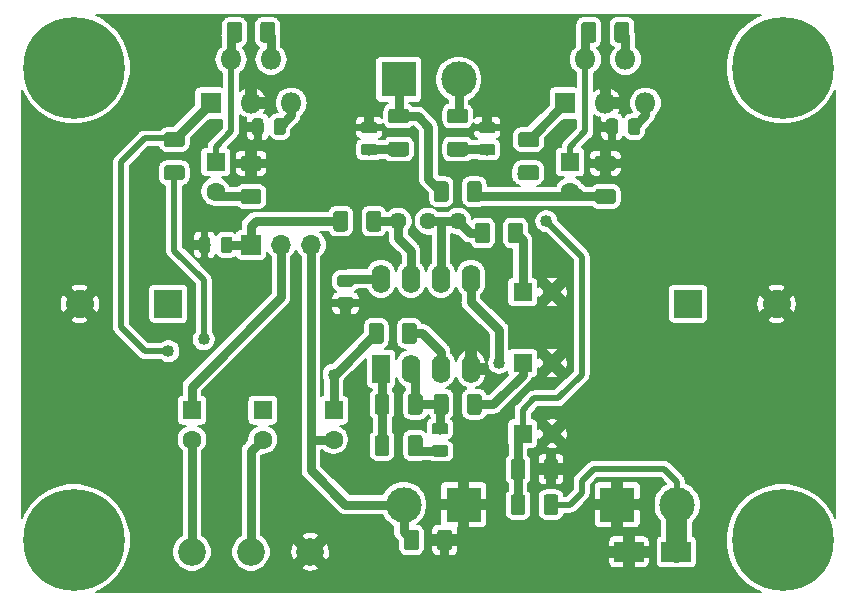
<source format=gbr>
G04 #@! TF.GenerationSoftware,KiCad,Pcbnew,(5.0.1)-3*
G04 #@! TF.CreationDate,2019-12-23T10:27:59+01:00*
G04 #@! TF.ProjectId,TDA2050 64W,54444132303530203634572E6B696361,rev?*
G04 #@! TF.SameCoordinates,PX68e7780PY7365040*
G04 #@! TF.FileFunction,Copper,L2,Bot,Signal*
G04 #@! TF.FilePolarity,Positive*
%FSLAX46Y46*%
G04 Gerber Fmt 4.6, Leading zero omitted, Abs format (unit mm)*
G04 Created by KiCad (PCBNEW (5.0.1)-3) date 23/12/2019 10:27:59*
%MOMM*%
%LPD*%
G01*
G04 APERTURE LIST*
G04 #@! TA.AperFunction,ComponentPad*
%ADD10R,1.700000X1.700000*%
G04 #@! TD*
G04 #@! TA.AperFunction,ComponentPad*
%ADD11O,1.700000X1.700000*%
G04 #@! TD*
G04 #@! TA.AperFunction,ComponentPad*
%ADD12R,3.000000X3.000000*%
G04 #@! TD*
G04 #@! TA.AperFunction,ComponentPad*
%ADD13C,3.000000*%
G04 #@! TD*
G04 #@! TA.AperFunction,ComponentPad*
%ADD14C,2.340000*%
G04 #@! TD*
G04 #@! TA.AperFunction,ComponentPad*
%ADD15C,1.440000*%
G04 #@! TD*
G04 #@! TA.AperFunction,ComponentPad*
%ADD16R,1.600000X2.400000*%
G04 #@! TD*
G04 #@! TA.AperFunction,ComponentPad*
%ADD17O,1.600000X2.400000*%
G04 #@! TD*
G04 #@! TA.AperFunction,ComponentPad*
%ADD18R,1.800000X1.800000*%
G04 #@! TD*
G04 #@! TA.AperFunction,ComponentPad*
%ADD19O,1.800000X1.800000*%
G04 #@! TD*
G04 #@! TA.AperFunction,Conductor*
%ADD20C,0.050800*%
G04 #@! TD*
G04 #@! TA.AperFunction,SMDPad,CuDef*
%ADD21C,0.975000*%
G04 #@! TD*
G04 #@! TA.AperFunction,SMDPad,CuDef*
%ADD22R,2.500000X1.800000*%
G04 #@! TD*
G04 #@! TA.AperFunction,SMDPad,CuDef*
%ADD23C,1.250000*%
G04 #@! TD*
G04 #@! TA.AperFunction,ComponentPad*
%ADD24C,1.600000*%
G04 #@! TD*
G04 #@! TA.AperFunction,ComponentPad*
%ADD25R,1.600000X1.600000*%
G04 #@! TD*
G04 #@! TA.AperFunction,ComponentPad*
%ADD26R,2.400000X2.400000*%
G04 #@! TD*
G04 #@! TA.AperFunction,ComponentPad*
%ADD27C,2.400000*%
G04 #@! TD*
G04 #@! TA.AperFunction,ComponentPad*
%ADD28C,0.900000*%
G04 #@! TD*
G04 #@! TA.AperFunction,ComponentPad*
%ADD29C,8.600000*%
G04 #@! TD*
G04 #@! TA.AperFunction,ViaPad*
%ADD30C,1.016000*%
G04 #@! TD*
G04 #@! TA.AperFunction,Conductor*
%ADD31C,0.762000*%
G04 #@! TD*
G04 #@! TA.AperFunction,Conductor*
%ADD32C,0.508000*%
G04 #@! TD*
G04 #@! TA.AperFunction,Conductor*
%ADD33C,1.778000*%
G04 #@! TD*
G04 #@! TA.AperFunction,Conductor*
%ADD34C,0.200000*%
G04 #@! TD*
G04 APERTURE END LIST*
D10*
G04 #@! TO.P,J1,1*
G04 #@! TO.N,Net-(C3-Pad1)*
X20000000Y30000000D03*
D11*
G04 #@! TO.P,J1,2*
G04 #@! TO.N,Net-(C1-Pad1)*
X22540000Y30000000D03*
G04 #@! TO.P,J1,3*
G04 #@! TO.N,Net-(C2-Pad2)*
X25080000Y30000000D03*
G04 #@! TD*
D12*
G04 #@! TO.P,J2,1*
G04 #@! TO.N,GND*
X38000000Y8000000D03*
D13*
G04 #@! TO.P,J2,2*
G04 #@! TO.N,Net-(C2-Pad2)*
X32920000Y8000000D03*
G04 #@! TD*
D12*
G04 #@! TO.P,J3,1*
G04 #@! TO.N,Net-(J3-Pad1)*
X32500000Y44000000D03*
D13*
G04 #@! TO.P,J3,2*
G04 #@! TO.N,Net-(J3-Pad2)*
X37580000Y44000000D03*
G04 #@! TD*
G04 #@! TO.P,J4,2*
G04 #@! TO.N,VCC*
X56080000Y8000000D03*
D12*
G04 #@! TO.P,J4,1*
G04 #@! TO.N,GND*
X51000000Y8000000D03*
G04 #@! TD*
D14*
G04 #@! TO.P,RV1,3*
G04 #@! TO.N,GND*
X25000000Y4000000D03*
G04 #@! TO.P,RV1,2*
G04 #@! TO.N,Net-(C4-Pad2)*
X20000000Y4000000D03*
G04 #@! TO.P,RV1,1*
G04 #@! TO.N,Net-(C1-Pad2)*
X15000000Y4000000D03*
G04 #@! TD*
D15*
G04 #@! TO.P,RV2,1*
G04 #@! TO.N,Net-(R8-Pad1)*
X37540000Y32000000D03*
G04 #@! TO.P,RV2,2*
X35000000Y32000000D03*
G04 #@! TO.P,RV2,3*
G04 #@! TO.N,Net-(R2-Pad2)*
X32460000Y32000000D03*
G04 #@! TD*
D16*
G04 #@! TO.P,U1,1*
G04 #@! TO.N,Net-(R5-Pad1)*
X31000000Y19500000D03*
D17*
G04 #@! TO.P,U1,5*
X38620000Y27120000D03*
G04 #@! TO.P,U1,2*
G04 #@! TO.N,Net-(C5-Pad2)*
X33540000Y19500000D03*
G04 #@! TO.P,U1,6*
G04 #@! TO.N,Net-(R8-Pad1)*
X36080000Y27120000D03*
G04 #@! TO.P,U1,3*
G04 #@! TO.N,Net-(R1-Pad1)*
X36080000Y19500000D03*
G04 #@! TO.P,U1,7*
G04 #@! TO.N,Net-(R2-Pad2)*
X33540000Y27120000D03*
G04 #@! TO.P,U1,4*
G04 #@! TO.N,GND*
X38620000Y19500000D03*
G04 #@! TO.P,U1,8*
G04 #@! TO.N,VCC*
X31000000Y27120000D03*
G04 #@! TD*
D18*
G04 #@! TO.P,U2,1*
G04 #@! TO.N,Net-(C4-Pad1)*
X16600000Y42000000D03*
D19*
G04 #@! TO.P,U2,2*
G04 #@! TO.N,Net-(C10-Pad1)*
X18300000Y45700000D03*
G04 #@! TO.P,U2,3*
G04 #@! TO.N,GND*
X20000000Y42000000D03*
G04 #@! TO.P,U2,4*
G04 #@! TO.N,Net-(J3-Pad1)*
X21700000Y45700000D03*
G04 #@! TO.P,U2,5*
G04 #@! TO.N,VCC*
X23400000Y42000000D03*
G04 #@! TD*
G04 #@! TO.P,U3,5*
G04 #@! TO.N,VCC*
X53400000Y42000000D03*
G04 #@! TO.P,U3,4*
G04 #@! TO.N,Net-(J3-Pad2)*
X51700000Y45700000D03*
G04 #@! TO.P,U3,3*
G04 #@! TO.N,GND*
X50000000Y42000000D03*
G04 #@! TO.P,U3,2*
G04 #@! TO.N,Net-(C11-Pad1)*
X48300000Y45700000D03*
D18*
G04 #@! TO.P,U3,1*
G04 #@! TO.N,Net-(R10-Pad2)*
X46600000Y42000000D03*
G04 #@! TD*
D20*
G04 #@! TO.N,Net-(C3-Pad1)*
G04 #@! TO.C,C3*
G36*
X18205142Y30698826D02*
X18228803Y30695316D01*
X18252007Y30689504D01*
X18274529Y30681446D01*
X18296153Y30671218D01*
X18316670Y30658921D01*
X18335883Y30644671D01*
X18353607Y30628607D01*
X18369671Y30610883D01*
X18383921Y30591670D01*
X18396218Y30571153D01*
X18406446Y30549529D01*
X18414504Y30527007D01*
X18420316Y30503803D01*
X18423826Y30480142D01*
X18425000Y30456250D01*
X18425000Y29543750D01*
X18423826Y29519858D01*
X18420316Y29496197D01*
X18414504Y29472993D01*
X18406446Y29450471D01*
X18396218Y29428847D01*
X18383921Y29408330D01*
X18369671Y29389117D01*
X18353607Y29371393D01*
X18335883Y29355329D01*
X18316670Y29341079D01*
X18296153Y29328782D01*
X18274529Y29318554D01*
X18252007Y29310496D01*
X18228803Y29304684D01*
X18205142Y29301174D01*
X18181250Y29300000D01*
X17693750Y29300000D01*
X17669858Y29301174D01*
X17646197Y29304684D01*
X17622993Y29310496D01*
X17600471Y29318554D01*
X17578847Y29328782D01*
X17558330Y29341079D01*
X17539117Y29355329D01*
X17521393Y29371393D01*
X17505329Y29389117D01*
X17491079Y29408330D01*
X17478782Y29428847D01*
X17468554Y29450471D01*
X17460496Y29472993D01*
X17454684Y29496197D01*
X17451174Y29519858D01*
X17450000Y29543750D01*
X17450000Y30456250D01*
X17451174Y30480142D01*
X17454684Y30503803D01*
X17460496Y30527007D01*
X17468554Y30549529D01*
X17478782Y30571153D01*
X17491079Y30591670D01*
X17505329Y30610883D01*
X17521393Y30628607D01*
X17539117Y30644671D01*
X17558330Y30658921D01*
X17578847Y30671218D01*
X17600471Y30681446D01*
X17622993Y30689504D01*
X17646197Y30695316D01*
X17669858Y30698826D01*
X17693750Y30700000D01*
X18181250Y30700000D01*
X18205142Y30698826D01*
X18205142Y30698826D01*
G37*
D21*
G04 #@! TD*
G04 #@! TO.P,C3,1*
G04 #@! TO.N,Net-(C3-Pad1)*
X17937500Y30000000D03*
D20*
G04 #@! TO.N,GND*
G04 #@! TO.C,C3*
G36*
X16330142Y30698826D02*
X16353803Y30695316D01*
X16377007Y30689504D01*
X16399529Y30681446D01*
X16421153Y30671218D01*
X16441670Y30658921D01*
X16460883Y30644671D01*
X16478607Y30628607D01*
X16494671Y30610883D01*
X16508921Y30591670D01*
X16521218Y30571153D01*
X16531446Y30549529D01*
X16539504Y30527007D01*
X16545316Y30503803D01*
X16548826Y30480142D01*
X16550000Y30456250D01*
X16550000Y29543750D01*
X16548826Y29519858D01*
X16545316Y29496197D01*
X16539504Y29472993D01*
X16531446Y29450471D01*
X16521218Y29428847D01*
X16508921Y29408330D01*
X16494671Y29389117D01*
X16478607Y29371393D01*
X16460883Y29355329D01*
X16441670Y29341079D01*
X16421153Y29328782D01*
X16399529Y29318554D01*
X16377007Y29310496D01*
X16353803Y29304684D01*
X16330142Y29301174D01*
X16306250Y29300000D01*
X15818750Y29300000D01*
X15794858Y29301174D01*
X15771197Y29304684D01*
X15747993Y29310496D01*
X15725471Y29318554D01*
X15703847Y29328782D01*
X15683330Y29341079D01*
X15664117Y29355329D01*
X15646393Y29371393D01*
X15630329Y29389117D01*
X15616079Y29408330D01*
X15603782Y29428847D01*
X15593554Y29450471D01*
X15585496Y29472993D01*
X15579684Y29496197D01*
X15576174Y29519858D01*
X15575000Y29543750D01*
X15575000Y30456250D01*
X15576174Y30480142D01*
X15579684Y30503803D01*
X15585496Y30527007D01*
X15593554Y30549529D01*
X15603782Y30571153D01*
X15616079Y30591670D01*
X15630329Y30610883D01*
X15646393Y30628607D01*
X15664117Y30644671D01*
X15683330Y30658921D01*
X15703847Y30671218D01*
X15725471Y30681446D01*
X15747993Y30689504D01*
X15771197Y30695316D01*
X15794858Y30698826D01*
X15818750Y30700000D01*
X16306250Y30700000D01*
X16330142Y30698826D01*
X16330142Y30698826D01*
G37*
D21*
G04 #@! TD*
G04 #@! TO.P,C3,2*
G04 #@! TO.N,GND*
X16062500Y30000000D03*
D20*
G04 #@! TO.N,Net-(C5-Pad2)*
G04 #@! TO.C,C5*
G36*
X36480142Y14923826D02*
X36503803Y14920316D01*
X36527007Y14914504D01*
X36549529Y14906446D01*
X36571153Y14896218D01*
X36591670Y14883921D01*
X36610883Y14869671D01*
X36628607Y14853607D01*
X36644671Y14835883D01*
X36658921Y14816670D01*
X36671218Y14796153D01*
X36681446Y14774529D01*
X36689504Y14752007D01*
X36695316Y14728803D01*
X36698826Y14705142D01*
X36700000Y14681250D01*
X36700000Y14193750D01*
X36698826Y14169858D01*
X36695316Y14146197D01*
X36689504Y14122993D01*
X36681446Y14100471D01*
X36671218Y14078847D01*
X36658921Y14058330D01*
X36644671Y14039117D01*
X36628607Y14021393D01*
X36610883Y14005329D01*
X36591670Y13991079D01*
X36571153Y13978782D01*
X36549529Y13968554D01*
X36527007Y13960496D01*
X36503803Y13954684D01*
X36480142Y13951174D01*
X36456250Y13950000D01*
X35543750Y13950000D01*
X35519858Y13951174D01*
X35496197Y13954684D01*
X35472993Y13960496D01*
X35450471Y13968554D01*
X35428847Y13978782D01*
X35408330Y13991079D01*
X35389117Y14005329D01*
X35371393Y14021393D01*
X35355329Y14039117D01*
X35341079Y14058330D01*
X35328782Y14078847D01*
X35318554Y14100471D01*
X35310496Y14122993D01*
X35304684Y14146197D01*
X35301174Y14169858D01*
X35300000Y14193750D01*
X35300000Y14681250D01*
X35301174Y14705142D01*
X35304684Y14728803D01*
X35310496Y14752007D01*
X35318554Y14774529D01*
X35328782Y14796153D01*
X35341079Y14816670D01*
X35355329Y14835883D01*
X35371393Y14853607D01*
X35389117Y14869671D01*
X35408330Y14883921D01*
X35428847Y14896218D01*
X35450471Y14906446D01*
X35472993Y14914504D01*
X35496197Y14920316D01*
X35519858Y14923826D01*
X35543750Y14925000D01*
X36456250Y14925000D01*
X36480142Y14923826D01*
X36480142Y14923826D01*
G37*
D21*
G04 #@! TD*
G04 #@! TO.P,C5,2*
G04 #@! TO.N,Net-(C5-Pad2)*
X36000000Y14437500D03*
D20*
G04 #@! TO.N,Net-(C5-Pad1)*
G04 #@! TO.C,C5*
G36*
X36480142Y13048826D02*
X36503803Y13045316D01*
X36527007Y13039504D01*
X36549529Y13031446D01*
X36571153Y13021218D01*
X36591670Y13008921D01*
X36610883Y12994671D01*
X36628607Y12978607D01*
X36644671Y12960883D01*
X36658921Y12941670D01*
X36671218Y12921153D01*
X36681446Y12899529D01*
X36689504Y12877007D01*
X36695316Y12853803D01*
X36698826Y12830142D01*
X36700000Y12806250D01*
X36700000Y12318750D01*
X36698826Y12294858D01*
X36695316Y12271197D01*
X36689504Y12247993D01*
X36681446Y12225471D01*
X36671218Y12203847D01*
X36658921Y12183330D01*
X36644671Y12164117D01*
X36628607Y12146393D01*
X36610883Y12130329D01*
X36591670Y12116079D01*
X36571153Y12103782D01*
X36549529Y12093554D01*
X36527007Y12085496D01*
X36503803Y12079684D01*
X36480142Y12076174D01*
X36456250Y12075000D01*
X35543750Y12075000D01*
X35519858Y12076174D01*
X35496197Y12079684D01*
X35472993Y12085496D01*
X35450471Y12093554D01*
X35428847Y12103782D01*
X35408330Y12116079D01*
X35389117Y12130329D01*
X35371393Y12146393D01*
X35355329Y12164117D01*
X35341079Y12183330D01*
X35328782Y12203847D01*
X35318554Y12225471D01*
X35310496Y12247993D01*
X35304684Y12271197D01*
X35301174Y12294858D01*
X35300000Y12318750D01*
X35300000Y12806250D01*
X35301174Y12830142D01*
X35304684Y12853803D01*
X35310496Y12877007D01*
X35318554Y12899529D01*
X35328782Y12921153D01*
X35341079Y12941670D01*
X35355329Y12960883D01*
X35371393Y12978607D01*
X35389117Y12994671D01*
X35408330Y13008921D01*
X35428847Y13021218D01*
X35450471Y13031446D01*
X35472993Y13039504D01*
X35496197Y13045316D01*
X35519858Y13048826D01*
X35543750Y13050000D01*
X36456250Y13050000D01*
X36480142Y13048826D01*
X36480142Y13048826D01*
G37*
D21*
G04 #@! TD*
G04 #@! TO.P,C5,1*
G04 #@! TO.N,Net-(C5-Pad1)*
X36000000Y12562500D03*
D20*
G04 #@! TO.N,Net-(C8-Pad1)*
G04 #@! TO.C,C8*
G36*
X30480142Y38548826D02*
X30503803Y38545316D01*
X30527007Y38539504D01*
X30549529Y38531446D01*
X30571153Y38521218D01*
X30591670Y38508921D01*
X30610883Y38494671D01*
X30628607Y38478607D01*
X30644671Y38460883D01*
X30658921Y38441670D01*
X30671218Y38421153D01*
X30681446Y38399529D01*
X30689504Y38377007D01*
X30695316Y38353803D01*
X30698826Y38330142D01*
X30700000Y38306250D01*
X30700000Y37818750D01*
X30698826Y37794858D01*
X30695316Y37771197D01*
X30689504Y37747993D01*
X30681446Y37725471D01*
X30671218Y37703847D01*
X30658921Y37683330D01*
X30644671Y37664117D01*
X30628607Y37646393D01*
X30610883Y37630329D01*
X30591670Y37616079D01*
X30571153Y37603782D01*
X30549529Y37593554D01*
X30527007Y37585496D01*
X30503803Y37579684D01*
X30480142Y37576174D01*
X30456250Y37575000D01*
X29543750Y37575000D01*
X29519858Y37576174D01*
X29496197Y37579684D01*
X29472993Y37585496D01*
X29450471Y37593554D01*
X29428847Y37603782D01*
X29408330Y37616079D01*
X29389117Y37630329D01*
X29371393Y37646393D01*
X29355329Y37664117D01*
X29341079Y37683330D01*
X29328782Y37703847D01*
X29318554Y37725471D01*
X29310496Y37747993D01*
X29304684Y37771197D01*
X29301174Y37794858D01*
X29300000Y37818750D01*
X29300000Y38306250D01*
X29301174Y38330142D01*
X29304684Y38353803D01*
X29310496Y38377007D01*
X29318554Y38399529D01*
X29328782Y38421153D01*
X29341079Y38441670D01*
X29355329Y38460883D01*
X29371393Y38478607D01*
X29389117Y38494671D01*
X29408330Y38508921D01*
X29428847Y38521218D01*
X29450471Y38531446D01*
X29472993Y38539504D01*
X29496197Y38545316D01*
X29519858Y38548826D01*
X29543750Y38550000D01*
X30456250Y38550000D01*
X30480142Y38548826D01*
X30480142Y38548826D01*
G37*
D21*
G04 #@! TD*
G04 #@! TO.P,C8,1*
G04 #@! TO.N,Net-(C8-Pad1)*
X30000000Y38062500D03*
D20*
G04 #@! TO.N,GND*
G04 #@! TO.C,C8*
G36*
X30480142Y40423826D02*
X30503803Y40420316D01*
X30527007Y40414504D01*
X30549529Y40406446D01*
X30571153Y40396218D01*
X30591670Y40383921D01*
X30610883Y40369671D01*
X30628607Y40353607D01*
X30644671Y40335883D01*
X30658921Y40316670D01*
X30671218Y40296153D01*
X30681446Y40274529D01*
X30689504Y40252007D01*
X30695316Y40228803D01*
X30698826Y40205142D01*
X30700000Y40181250D01*
X30700000Y39693750D01*
X30698826Y39669858D01*
X30695316Y39646197D01*
X30689504Y39622993D01*
X30681446Y39600471D01*
X30671218Y39578847D01*
X30658921Y39558330D01*
X30644671Y39539117D01*
X30628607Y39521393D01*
X30610883Y39505329D01*
X30591670Y39491079D01*
X30571153Y39478782D01*
X30549529Y39468554D01*
X30527007Y39460496D01*
X30503803Y39454684D01*
X30480142Y39451174D01*
X30456250Y39450000D01*
X29543750Y39450000D01*
X29519858Y39451174D01*
X29496197Y39454684D01*
X29472993Y39460496D01*
X29450471Y39468554D01*
X29428847Y39478782D01*
X29408330Y39491079D01*
X29389117Y39505329D01*
X29371393Y39521393D01*
X29355329Y39539117D01*
X29341079Y39558330D01*
X29328782Y39578847D01*
X29318554Y39600471D01*
X29310496Y39622993D01*
X29304684Y39646197D01*
X29301174Y39669858D01*
X29300000Y39693750D01*
X29300000Y40181250D01*
X29301174Y40205142D01*
X29304684Y40228803D01*
X29310496Y40252007D01*
X29318554Y40274529D01*
X29328782Y40296153D01*
X29341079Y40316670D01*
X29355329Y40335883D01*
X29371393Y40353607D01*
X29389117Y40369671D01*
X29408330Y40383921D01*
X29428847Y40396218D01*
X29450471Y40406446D01*
X29472993Y40414504D01*
X29496197Y40420316D01*
X29519858Y40423826D01*
X29543750Y40425000D01*
X30456250Y40425000D01*
X30480142Y40423826D01*
X30480142Y40423826D01*
G37*
D21*
G04 #@! TD*
G04 #@! TO.P,C8,2*
G04 #@! TO.N,GND*
X30000000Y39937500D03*
D20*
G04 #@! TO.N,GND*
G04 #@! TO.C,C9*
G36*
X40480142Y40423826D02*
X40503803Y40420316D01*
X40527007Y40414504D01*
X40549529Y40406446D01*
X40571153Y40396218D01*
X40591670Y40383921D01*
X40610883Y40369671D01*
X40628607Y40353607D01*
X40644671Y40335883D01*
X40658921Y40316670D01*
X40671218Y40296153D01*
X40681446Y40274529D01*
X40689504Y40252007D01*
X40695316Y40228803D01*
X40698826Y40205142D01*
X40700000Y40181250D01*
X40700000Y39693750D01*
X40698826Y39669858D01*
X40695316Y39646197D01*
X40689504Y39622993D01*
X40681446Y39600471D01*
X40671218Y39578847D01*
X40658921Y39558330D01*
X40644671Y39539117D01*
X40628607Y39521393D01*
X40610883Y39505329D01*
X40591670Y39491079D01*
X40571153Y39478782D01*
X40549529Y39468554D01*
X40527007Y39460496D01*
X40503803Y39454684D01*
X40480142Y39451174D01*
X40456250Y39450000D01*
X39543750Y39450000D01*
X39519858Y39451174D01*
X39496197Y39454684D01*
X39472993Y39460496D01*
X39450471Y39468554D01*
X39428847Y39478782D01*
X39408330Y39491079D01*
X39389117Y39505329D01*
X39371393Y39521393D01*
X39355329Y39539117D01*
X39341079Y39558330D01*
X39328782Y39578847D01*
X39318554Y39600471D01*
X39310496Y39622993D01*
X39304684Y39646197D01*
X39301174Y39669858D01*
X39300000Y39693750D01*
X39300000Y40181250D01*
X39301174Y40205142D01*
X39304684Y40228803D01*
X39310496Y40252007D01*
X39318554Y40274529D01*
X39328782Y40296153D01*
X39341079Y40316670D01*
X39355329Y40335883D01*
X39371393Y40353607D01*
X39389117Y40369671D01*
X39408330Y40383921D01*
X39428847Y40396218D01*
X39450471Y40406446D01*
X39472993Y40414504D01*
X39496197Y40420316D01*
X39519858Y40423826D01*
X39543750Y40425000D01*
X40456250Y40425000D01*
X40480142Y40423826D01*
X40480142Y40423826D01*
G37*
D21*
G04 #@! TD*
G04 #@! TO.P,C9,2*
G04 #@! TO.N,GND*
X40000000Y39937500D03*
D20*
G04 #@! TO.N,Net-(C9-Pad1)*
G04 #@! TO.C,C9*
G36*
X40480142Y38548826D02*
X40503803Y38545316D01*
X40527007Y38539504D01*
X40549529Y38531446D01*
X40571153Y38521218D01*
X40591670Y38508921D01*
X40610883Y38494671D01*
X40628607Y38478607D01*
X40644671Y38460883D01*
X40658921Y38441670D01*
X40671218Y38421153D01*
X40681446Y38399529D01*
X40689504Y38377007D01*
X40695316Y38353803D01*
X40698826Y38330142D01*
X40700000Y38306250D01*
X40700000Y37818750D01*
X40698826Y37794858D01*
X40695316Y37771197D01*
X40689504Y37747993D01*
X40681446Y37725471D01*
X40671218Y37703847D01*
X40658921Y37683330D01*
X40644671Y37664117D01*
X40628607Y37646393D01*
X40610883Y37630329D01*
X40591670Y37616079D01*
X40571153Y37603782D01*
X40549529Y37593554D01*
X40527007Y37585496D01*
X40503803Y37579684D01*
X40480142Y37576174D01*
X40456250Y37575000D01*
X39543750Y37575000D01*
X39519858Y37576174D01*
X39496197Y37579684D01*
X39472993Y37585496D01*
X39450471Y37593554D01*
X39428847Y37603782D01*
X39408330Y37616079D01*
X39389117Y37630329D01*
X39371393Y37646393D01*
X39355329Y37664117D01*
X39341079Y37683330D01*
X39328782Y37703847D01*
X39318554Y37725471D01*
X39310496Y37747993D01*
X39304684Y37771197D01*
X39301174Y37794858D01*
X39300000Y37818750D01*
X39300000Y38306250D01*
X39301174Y38330142D01*
X39304684Y38353803D01*
X39310496Y38377007D01*
X39318554Y38399529D01*
X39328782Y38421153D01*
X39341079Y38441670D01*
X39355329Y38460883D01*
X39371393Y38478607D01*
X39389117Y38494671D01*
X39408330Y38508921D01*
X39428847Y38521218D01*
X39450471Y38531446D01*
X39472993Y38539504D01*
X39496197Y38545316D01*
X39519858Y38548826D01*
X39543750Y38550000D01*
X40456250Y38550000D01*
X40480142Y38548826D01*
X40480142Y38548826D01*
G37*
D21*
G04 #@! TD*
G04 #@! TO.P,C9,1*
G04 #@! TO.N,Net-(C9-Pad1)*
X40000000Y38062500D03*
D20*
G04 #@! TO.N,VCC*
G04 #@! TO.C,C12*
G36*
X22705142Y40698826D02*
X22728803Y40695316D01*
X22752007Y40689504D01*
X22774529Y40681446D01*
X22796153Y40671218D01*
X22816670Y40658921D01*
X22835883Y40644671D01*
X22853607Y40628607D01*
X22869671Y40610883D01*
X22883921Y40591670D01*
X22896218Y40571153D01*
X22906446Y40549529D01*
X22914504Y40527007D01*
X22920316Y40503803D01*
X22923826Y40480142D01*
X22925000Y40456250D01*
X22925000Y39543750D01*
X22923826Y39519858D01*
X22920316Y39496197D01*
X22914504Y39472993D01*
X22906446Y39450471D01*
X22896218Y39428847D01*
X22883921Y39408330D01*
X22869671Y39389117D01*
X22853607Y39371393D01*
X22835883Y39355329D01*
X22816670Y39341079D01*
X22796153Y39328782D01*
X22774529Y39318554D01*
X22752007Y39310496D01*
X22728803Y39304684D01*
X22705142Y39301174D01*
X22681250Y39300000D01*
X22193750Y39300000D01*
X22169858Y39301174D01*
X22146197Y39304684D01*
X22122993Y39310496D01*
X22100471Y39318554D01*
X22078847Y39328782D01*
X22058330Y39341079D01*
X22039117Y39355329D01*
X22021393Y39371393D01*
X22005329Y39389117D01*
X21991079Y39408330D01*
X21978782Y39428847D01*
X21968554Y39450471D01*
X21960496Y39472993D01*
X21954684Y39496197D01*
X21951174Y39519858D01*
X21950000Y39543750D01*
X21950000Y40456250D01*
X21951174Y40480142D01*
X21954684Y40503803D01*
X21960496Y40527007D01*
X21968554Y40549529D01*
X21978782Y40571153D01*
X21991079Y40591670D01*
X22005329Y40610883D01*
X22021393Y40628607D01*
X22039117Y40644671D01*
X22058330Y40658921D01*
X22078847Y40671218D01*
X22100471Y40681446D01*
X22122993Y40689504D01*
X22146197Y40695316D01*
X22169858Y40698826D01*
X22193750Y40700000D01*
X22681250Y40700000D01*
X22705142Y40698826D01*
X22705142Y40698826D01*
G37*
D21*
G04 #@! TD*
G04 #@! TO.P,C12,1*
G04 #@! TO.N,VCC*
X22437500Y40000000D03*
D20*
G04 #@! TO.N,GND*
G04 #@! TO.C,C12*
G36*
X20830142Y40698826D02*
X20853803Y40695316D01*
X20877007Y40689504D01*
X20899529Y40681446D01*
X20921153Y40671218D01*
X20941670Y40658921D01*
X20960883Y40644671D01*
X20978607Y40628607D01*
X20994671Y40610883D01*
X21008921Y40591670D01*
X21021218Y40571153D01*
X21031446Y40549529D01*
X21039504Y40527007D01*
X21045316Y40503803D01*
X21048826Y40480142D01*
X21050000Y40456250D01*
X21050000Y39543750D01*
X21048826Y39519858D01*
X21045316Y39496197D01*
X21039504Y39472993D01*
X21031446Y39450471D01*
X21021218Y39428847D01*
X21008921Y39408330D01*
X20994671Y39389117D01*
X20978607Y39371393D01*
X20960883Y39355329D01*
X20941670Y39341079D01*
X20921153Y39328782D01*
X20899529Y39318554D01*
X20877007Y39310496D01*
X20853803Y39304684D01*
X20830142Y39301174D01*
X20806250Y39300000D01*
X20318750Y39300000D01*
X20294858Y39301174D01*
X20271197Y39304684D01*
X20247993Y39310496D01*
X20225471Y39318554D01*
X20203847Y39328782D01*
X20183330Y39341079D01*
X20164117Y39355329D01*
X20146393Y39371393D01*
X20130329Y39389117D01*
X20116079Y39408330D01*
X20103782Y39428847D01*
X20093554Y39450471D01*
X20085496Y39472993D01*
X20079684Y39496197D01*
X20076174Y39519858D01*
X20075000Y39543750D01*
X20075000Y40456250D01*
X20076174Y40480142D01*
X20079684Y40503803D01*
X20085496Y40527007D01*
X20093554Y40549529D01*
X20103782Y40571153D01*
X20116079Y40591670D01*
X20130329Y40610883D01*
X20146393Y40628607D01*
X20164117Y40644671D01*
X20183330Y40658921D01*
X20203847Y40671218D01*
X20225471Y40681446D01*
X20247993Y40689504D01*
X20271197Y40695316D01*
X20294858Y40698826D01*
X20318750Y40700000D01*
X20806250Y40700000D01*
X20830142Y40698826D01*
X20830142Y40698826D01*
G37*
D21*
G04 #@! TD*
G04 #@! TO.P,C12,2*
G04 #@! TO.N,GND*
X20562500Y40000000D03*
D20*
G04 #@! TO.N,GND*
G04 #@! TO.C,C13*
G36*
X28480142Y25548826D02*
X28503803Y25545316D01*
X28527007Y25539504D01*
X28549529Y25531446D01*
X28571153Y25521218D01*
X28591670Y25508921D01*
X28610883Y25494671D01*
X28628607Y25478607D01*
X28644671Y25460883D01*
X28658921Y25441670D01*
X28671218Y25421153D01*
X28681446Y25399529D01*
X28689504Y25377007D01*
X28695316Y25353803D01*
X28698826Y25330142D01*
X28700000Y25306250D01*
X28700000Y24818750D01*
X28698826Y24794858D01*
X28695316Y24771197D01*
X28689504Y24747993D01*
X28681446Y24725471D01*
X28671218Y24703847D01*
X28658921Y24683330D01*
X28644671Y24664117D01*
X28628607Y24646393D01*
X28610883Y24630329D01*
X28591670Y24616079D01*
X28571153Y24603782D01*
X28549529Y24593554D01*
X28527007Y24585496D01*
X28503803Y24579684D01*
X28480142Y24576174D01*
X28456250Y24575000D01*
X27543750Y24575000D01*
X27519858Y24576174D01*
X27496197Y24579684D01*
X27472993Y24585496D01*
X27450471Y24593554D01*
X27428847Y24603782D01*
X27408330Y24616079D01*
X27389117Y24630329D01*
X27371393Y24646393D01*
X27355329Y24664117D01*
X27341079Y24683330D01*
X27328782Y24703847D01*
X27318554Y24725471D01*
X27310496Y24747993D01*
X27304684Y24771197D01*
X27301174Y24794858D01*
X27300000Y24818750D01*
X27300000Y25306250D01*
X27301174Y25330142D01*
X27304684Y25353803D01*
X27310496Y25377007D01*
X27318554Y25399529D01*
X27328782Y25421153D01*
X27341079Y25441670D01*
X27355329Y25460883D01*
X27371393Y25478607D01*
X27389117Y25494671D01*
X27408330Y25508921D01*
X27428847Y25521218D01*
X27450471Y25531446D01*
X27472993Y25539504D01*
X27496197Y25545316D01*
X27519858Y25548826D01*
X27543750Y25550000D01*
X28456250Y25550000D01*
X28480142Y25548826D01*
X28480142Y25548826D01*
G37*
D21*
G04 #@! TD*
G04 #@! TO.P,C13,2*
G04 #@! TO.N,GND*
X28000000Y25062500D03*
D20*
G04 #@! TO.N,VCC*
G04 #@! TO.C,C13*
G36*
X28480142Y27423826D02*
X28503803Y27420316D01*
X28527007Y27414504D01*
X28549529Y27406446D01*
X28571153Y27396218D01*
X28591670Y27383921D01*
X28610883Y27369671D01*
X28628607Y27353607D01*
X28644671Y27335883D01*
X28658921Y27316670D01*
X28671218Y27296153D01*
X28681446Y27274529D01*
X28689504Y27252007D01*
X28695316Y27228803D01*
X28698826Y27205142D01*
X28700000Y27181250D01*
X28700000Y26693750D01*
X28698826Y26669858D01*
X28695316Y26646197D01*
X28689504Y26622993D01*
X28681446Y26600471D01*
X28671218Y26578847D01*
X28658921Y26558330D01*
X28644671Y26539117D01*
X28628607Y26521393D01*
X28610883Y26505329D01*
X28591670Y26491079D01*
X28571153Y26478782D01*
X28549529Y26468554D01*
X28527007Y26460496D01*
X28503803Y26454684D01*
X28480142Y26451174D01*
X28456250Y26450000D01*
X27543750Y26450000D01*
X27519858Y26451174D01*
X27496197Y26454684D01*
X27472993Y26460496D01*
X27450471Y26468554D01*
X27428847Y26478782D01*
X27408330Y26491079D01*
X27389117Y26505329D01*
X27371393Y26521393D01*
X27355329Y26539117D01*
X27341079Y26558330D01*
X27328782Y26578847D01*
X27318554Y26600471D01*
X27310496Y26622993D01*
X27304684Y26646197D01*
X27301174Y26669858D01*
X27300000Y26693750D01*
X27300000Y27181250D01*
X27301174Y27205142D01*
X27304684Y27228803D01*
X27310496Y27252007D01*
X27318554Y27274529D01*
X27328782Y27296153D01*
X27341079Y27316670D01*
X27355329Y27335883D01*
X27371393Y27353607D01*
X27389117Y27369671D01*
X27408330Y27383921D01*
X27428847Y27396218D01*
X27450471Y27406446D01*
X27472993Y27414504D01*
X27496197Y27420316D01*
X27519858Y27423826D01*
X27543750Y27425000D01*
X28456250Y27425000D01*
X28480142Y27423826D01*
X28480142Y27423826D01*
G37*
D21*
G04 #@! TD*
G04 #@! TO.P,C13,1*
G04 #@! TO.N,VCC*
X28000000Y26937500D03*
D20*
G04 #@! TO.N,VCC*
G04 #@! TO.C,C14*
G36*
X52705142Y40698826D02*
X52728803Y40695316D01*
X52752007Y40689504D01*
X52774529Y40681446D01*
X52796153Y40671218D01*
X52816670Y40658921D01*
X52835883Y40644671D01*
X52853607Y40628607D01*
X52869671Y40610883D01*
X52883921Y40591670D01*
X52896218Y40571153D01*
X52906446Y40549529D01*
X52914504Y40527007D01*
X52920316Y40503803D01*
X52923826Y40480142D01*
X52925000Y40456250D01*
X52925000Y39543750D01*
X52923826Y39519858D01*
X52920316Y39496197D01*
X52914504Y39472993D01*
X52906446Y39450471D01*
X52896218Y39428847D01*
X52883921Y39408330D01*
X52869671Y39389117D01*
X52853607Y39371393D01*
X52835883Y39355329D01*
X52816670Y39341079D01*
X52796153Y39328782D01*
X52774529Y39318554D01*
X52752007Y39310496D01*
X52728803Y39304684D01*
X52705142Y39301174D01*
X52681250Y39300000D01*
X52193750Y39300000D01*
X52169858Y39301174D01*
X52146197Y39304684D01*
X52122993Y39310496D01*
X52100471Y39318554D01*
X52078847Y39328782D01*
X52058330Y39341079D01*
X52039117Y39355329D01*
X52021393Y39371393D01*
X52005329Y39389117D01*
X51991079Y39408330D01*
X51978782Y39428847D01*
X51968554Y39450471D01*
X51960496Y39472993D01*
X51954684Y39496197D01*
X51951174Y39519858D01*
X51950000Y39543750D01*
X51950000Y40456250D01*
X51951174Y40480142D01*
X51954684Y40503803D01*
X51960496Y40527007D01*
X51968554Y40549529D01*
X51978782Y40571153D01*
X51991079Y40591670D01*
X52005329Y40610883D01*
X52021393Y40628607D01*
X52039117Y40644671D01*
X52058330Y40658921D01*
X52078847Y40671218D01*
X52100471Y40681446D01*
X52122993Y40689504D01*
X52146197Y40695316D01*
X52169858Y40698826D01*
X52193750Y40700000D01*
X52681250Y40700000D01*
X52705142Y40698826D01*
X52705142Y40698826D01*
G37*
D21*
G04 #@! TD*
G04 #@! TO.P,C14,1*
G04 #@! TO.N,VCC*
X52437500Y40000000D03*
D20*
G04 #@! TO.N,GND*
G04 #@! TO.C,C14*
G36*
X50830142Y40698826D02*
X50853803Y40695316D01*
X50877007Y40689504D01*
X50899529Y40681446D01*
X50921153Y40671218D01*
X50941670Y40658921D01*
X50960883Y40644671D01*
X50978607Y40628607D01*
X50994671Y40610883D01*
X51008921Y40591670D01*
X51021218Y40571153D01*
X51031446Y40549529D01*
X51039504Y40527007D01*
X51045316Y40503803D01*
X51048826Y40480142D01*
X51050000Y40456250D01*
X51050000Y39543750D01*
X51048826Y39519858D01*
X51045316Y39496197D01*
X51039504Y39472993D01*
X51031446Y39450471D01*
X51021218Y39428847D01*
X51008921Y39408330D01*
X50994671Y39389117D01*
X50978607Y39371393D01*
X50960883Y39355329D01*
X50941670Y39341079D01*
X50921153Y39328782D01*
X50899529Y39318554D01*
X50877007Y39310496D01*
X50853803Y39304684D01*
X50830142Y39301174D01*
X50806250Y39300000D01*
X50318750Y39300000D01*
X50294858Y39301174D01*
X50271197Y39304684D01*
X50247993Y39310496D01*
X50225471Y39318554D01*
X50203847Y39328782D01*
X50183330Y39341079D01*
X50164117Y39355329D01*
X50146393Y39371393D01*
X50130329Y39389117D01*
X50116079Y39408330D01*
X50103782Y39428847D01*
X50093554Y39450471D01*
X50085496Y39472993D01*
X50079684Y39496197D01*
X50076174Y39519858D01*
X50075000Y39543750D01*
X50075000Y40456250D01*
X50076174Y40480142D01*
X50079684Y40503803D01*
X50085496Y40527007D01*
X50093554Y40549529D01*
X50103782Y40571153D01*
X50116079Y40591670D01*
X50130329Y40610883D01*
X50146393Y40628607D01*
X50164117Y40644671D01*
X50183330Y40658921D01*
X50203847Y40671218D01*
X50225471Y40681446D01*
X50247993Y40689504D01*
X50271197Y40695316D01*
X50294858Y40698826D01*
X50318750Y40700000D01*
X50806250Y40700000D01*
X50830142Y40698826D01*
X50830142Y40698826D01*
G37*
D21*
G04 #@! TD*
G04 #@! TO.P,C14,2*
G04 #@! TO.N,GND*
X50562500Y40000000D03*
D22*
G04 #@! TO.P,D2,1*
G04 #@! TO.N,GND*
X52000000Y4000000D03*
G04 #@! TO.P,D2,2*
G04 #@! TO.N,VCC*
X56000000Y4000000D03*
G04 #@! TD*
D20*
G04 #@! TO.N,Net-(R1-Pad1)*
G04 #@! TO.C,R1*
G36*
X33799504Y23373796D02*
X33823773Y23370196D01*
X33847571Y23364235D01*
X33870671Y23355970D01*
X33892849Y23345480D01*
X33913893Y23332867D01*
X33933598Y23318253D01*
X33951777Y23301777D01*
X33968253Y23283598D01*
X33982867Y23263893D01*
X33995480Y23242849D01*
X34005970Y23220671D01*
X34014235Y23197571D01*
X34020196Y23173773D01*
X34023796Y23149504D01*
X34025000Y23125000D01*
X34025000Y21875000D01*
X34023796Y21850496D01*
X34020196Y21826227D01*
X34014235Y21802429D01*
X34005970Y21779329D01*
X33995480Y21757151D01*
X33982867Y21736107D01*
X33968253Y21716402D01*
X33951777Y21698223D01*
X33933598Y21681747D01*
X33913893Y21667133D01*
X33892849Y21654520D01*
X33870671Y21644030D01*
X33847571Y21635765D01*
X33823773Y21629804D01*
X33799504Y21626204D01*
X33775000Y21625000D01*
X33025000Y21625000D01*
X33000496Y21626204D01*
X32976227Y21629804D01*
X32952429Y21635765D01*
X32929329Y21644030D01*
X32907151Y21654520D01*
X32886107Y21667133D01*
X32866402Y21681747D01*
X32848223Y21698223D01*
X32831747Y21716402D01*
X32817133Y21736107D01*
X32804520Y21757151D01*
X32794030Y21779329D01*
X32785765Y21802429D01*
X32779804Y21826227D01*
X32776204Y21850496D01*
X32775000Y21875000D01*
X32775000Y23125000D01*
X32776204Y23149504D01*
X32779804Y23173773D01*
X32785765Y23197571D01*
X32794030Y23220671D01*
X32804520Y23242849D01*
X32817133Y23263893D01*
X32831747Y23283598D01*
X32848223Y23301777D01*
X32866402Y23318253D01*
X32886107Y23332867D01*
X32907151Y23345480D01*
X32929329Y23355970D01*
X32952429Y23364235D01*
X32976227Y23370196D01*
X33000496Y23373796D01*
X33025000Y23375000D01*
X33775000Y23375000D01*
X33799504Y23373796D01*
X33799504Y23373796D01*
G37*
D23*
G04 #@! TD*
G04 #@! TO.P,R1,1*
G04 #@! TO.N,Net-(R1-Pad1)*
X33400000Y22500000D03*
D20*
G04 #@! TO.N,Net-(C2-Pad1)*
G04 #@! TO.C,R1*
G36*
X30999504Y23373796D02*
X31023773Y23370196D01*
X31047571Y23364235D01*
X31070671Y23355970D01*
X31092849Y23345480D01*
X31113893Y23332867D01*
X31133598Y23318253D01*
X31151777Y23301777D01*
X31168253Y23283598D01*
X31182867Y23263893D01*
X31195480Y23242849D01*
X31205970Y23220671D01*
X31214235Y23197571D01*
X31220196Y23173773D01*
X31223796Y23149504D01*
X31225000Y23125000D01*
X31225000Y21875000D01*
X31223796Y21850496D01*
X31220196Y21826227D01*
X31214235Y21802429D01*
X31205970Y21779329D01*
X31195480Y21757151D01*
X31182867Y21736107D01*
X31168253Y21716402D01*
X31151777Y21698223D01*
X31133598Y21681747D01*
X31113893Y21667133D01*
X31092849Y21654520D01*
X31070671Y21644030D01*
X31047571Y21635765D01*
X31023773Y21629804D01*
X30999504Y21626204D01*
X30975000Y21625000D01*
X30225000Y21625000D01*
X30200496Y21626204D01*
X30176227Y21629804D01*
X30152429Y21635765D01*
X30129329Y21644030D01*
X30107151Y21654520D01*
X30086107Y21667133D01*
X30066402Y21681747D01*
X30048223Y21698223D01*
X30031747Y21716402D01*
X30017133Y21736107D01*
X30004520Y21757151D01*
X29994030Y21779329D01*
X29985765Y21802429D01*
X29979804Y21826227D01*
X29976204Y21850496D01*
X29975000Y21875000D01*
X29975000Y23125000D01*
X29976204Y23149504D01*
X29979804Y23173773D01*
X29985765Y23197571D01*
X29994030Y23220671D01*
X30004520Y23242849D01*
X30017133Y23263893D01*
X30031747Y23283598D01*
X30048223Y23301777D01*
X30066402Y23318253D01*
X30086107Y23332867D01*
X30107151Y23345480D01*
X30129329Y23355970D01*
X30152429Y23364235D01*
X30176227Y23370196D01*
X30200496Y23373796D01*
X30225000Y23375000D01*
X30975000Y23375000D01*
X30999504Y23373796D01*
X30999504Y23373796D01*
G37*
D23*
G04 #@! TD*
G04 #@! TO.P,R1,2*
G04 #@! TO.N,Net-(C2-Pad1)*
X30600000Y22500000D03*
D20*
G04 #@! TO.N,Net-(C3-Pad1)*
G04 #@! TO.C,R2*
G36*
X27999504Y32873796D02*
X28023773Y32870196D01*
X28047571Y32864235D01*
X28070671Y32855970D01*
X28092849Y32845480D01*
X28113893Y32832867D01*
X28133598Y32818253D01*
X28151777Y32801777D01*
X28168253Y32783598D01*
X28182867Y32763893D01*
X28195480Y32742849D01*
X28205970Y32720671D01*
X28214235Y32697571D01*
X28220196Y32673773D01*
X28223796Y32649504D01*
X28225000Y32625000D01*
X28225000Y31375000D01*
X28223796Y31350496D01*
X28220196Y31326227D01*
X28214235Y31302429D01*
X28205970Y31279329D01*
X28195480Y31257151D01*
X28182867Y31236107D01*
X28168253Y31216402D01*
X28151777Y31198223D01*
X28133598Y31181747D01*
X28113893Y31167133D01*
X28092849Y31154520D01*
X28070671Y31144030D01*
X28047571Y31135765D01*
X28023773Y31129804D01*
X27999504Y31126204D01*
X27975000Y31125000D01*
X27225000Y31125000D01*
X27200496Y31126204D01*
X27176227Y31129804D01*
X27152429Y31135765D01*
X27129329Y31144030D01*
X27107151Y31154520D01*
X27086107Y31167133D01*
X27066402Y31181747D01*
X27048223Y31198223D01*
X27031747Y31216402D01*
X27017133Y31236107D01*
X27004520Y31257151D01*
X26994030Y31279329D01*
X26985765Y31302429D01*
X26979804Y31326227D01*
X26976204Y31350496D01*
X26975000Y31375000D01*
X26975000Y32625000D01*
X26976204Y32649504D01*
X26979804Y32673773D01*
X26985765Y32697571D01*
X26994030Y32720671D01*
X27004520Y32742849D01*
X27017133Y32763893D01*
X27031747Y32783598D01*
X27048223Y32801777D01*
X27066402Y32818253D01*
X27086107Y32832867D01*
X27107151Y32845480D01*
X27129329Y32855970D01*
X27152429Y32864235D01*
X27176227Y32870196D01*
X27200496Y32873796D01*
X27225000Y32875000D01*
X27975000Y32875000D01*
X27999504Y32873796D01*
X27999504Y32873796D01*
G37*
D23*
G04 #@! TD*
G04 #@! TO.P,R2,1*
G04 #@! TO.N,Net-(C3-Pad1)*
X27600000Y32000000D03*
D20*
G04 #@! TO.N,Net-(R2-Pad2)*
G04 #@! TO.C,R2*
G36*
X30799504Y32873796D02*
X30823773Y32870196D01*
X30847571Y32864235D01*
X30870671Y32855970D01*
X30892849Y32845480D01*
X30913893Y32832867D01*
X30933598Y32818253D01*
X30951777Y32801777D01*
X30968253Y32783598D01*
X30982867Y32763893D01*
X30995480Y32742849D01*
X31005970Y32720671D01*
X31014235Y32697571D01*
X31020196Y32673773D01*
X31023796Y32649504D01*
X31025000Y32625000D01*
X31025000Y31375000D01*
X31023796Y31350496D01*
X31020196Y31326227D01*
X31014235Y31302429D01*
X31005970Y31279329D01*
X30995480Y31257151D01*
X30982867Y31236107D01*
X30968253Y31216402D01*
X30951777Y31198223D01*
X30933598Y31181747D01*
X30913893Y31167133D01*
X30892849Y31154520D01*
X30870671Y31144030D01*
X30847571Y31135765D01*
X30823773Y31129804D01*
X30799504Y31126204D01*
X30775000Y31125000D01*
X30025000Y31125000D01*
X30000496Y31126204D01*
X29976227Y31129804D01*
X29952429Y31135765D01*
X29929329Y31144030D01*
X29907151Y31154520D01*
X29886107Y31167133D01*
X29866402Y31181747D01*
X29848223Y31198223D01*
X29831747Y31216402D01*
X29817133Y31236107D01*
X29804520Y31257151D01*
X29794030Y31279329D01*
X29785765Y31302429D01*
X29779804Y31326227D01*
X29776204Y31350496D01*
X29775000Y31375000D01*
X29775000Y32625000D01*
X29776204Y32649504D01*
X29779804Y32673773D01*
X29785765Y32697571D01*
X29794030Y32720671D01*
X29804520Y32742849D01*
X29817133Y32763893D01*
X29831747Y32783598D01*
X29848223Y32801777D01*
X29866402Y32818253D01*
X29886107Y32832867D01*
X29907151Y32845480D01*
X29929329Y32855970D01*
X29952429Y32864235D01*
X29976227Y32870196D01*
X30000496Y32873796D01*
X30025000Y32875000D01*
X30775000Y32875000D01*
X30799504Y32873796D01*
X30799504Y32873796D01*
G37*
D23*
G04 #@! TD*
G04 #@! TO.P,R2,2*
G04 #@! TO.N,Net-(R2-Pad2)*
X30400000Y32000000D03*
D20*
G04 #@! TO.N,GND*
G04 #@! TO.C,R3*
G36*
X36799504Y5873796D02*
X36823773Y5870196D01*
X36847571Y5864235D01*
X36870671Y5855970D01*
X36892849Y5845480D01*
X36913893Y5832867D01*
X36933598Y5818253D01*
X36951777Y5801777D01*
X36968253Y5783598D01*
X36982867Y5763893D01*
X36995480Y5742849D01*
X37005970Y5720671D01*
X37014235Y5697571D01*
X37020196Y5673773D01*
X37023796Y5649504D01*
X37025000Y5625000D01*
X37025000Y4375000D01*
X37023796Y4350496D01*
X37020196Y4326227D01*
X37014235Y4302429D01*
X37005970Y4279329D01*
X36995480Y4257151D01*
X36982867Y4236107D01*
X36968253Y4216402D01*
X36951777Y4198223D01*
X36933598Y4181747D01*
X36913893Y4167133D01*
X36892849Y4154520D01*
X36870671Y4144030D01*
X36847571Y4135765D01*
X36823773Y4129804D01*
X36799504Y4126204D01*
X36775000Y4125000D01*
X36025000Y4125000D01*
X36000496Y4126204D01*
X35976227Y4129804D01*
X35952429Y4135765D01*
X35929329Y4144030D01*
X35907151Y4154520D01*
X35886107Y4167133D01*
X35866402Y4181747D01*
X35848223Y4198223D01*
X35831747Y4216402D01*
X35817133Y4236107D01*
X35804520Y4257151D01*
X35794030Y4279329D01*
X35785765Y4302429D01*
X35779804Y4326227D01*
X35776204Y4350496D01*
X35775000Y4375000D01*
X35775000Y5625000D01*
X35776204Y5649504D01*
X35779804Y5673773D01*
X35785765Y5697571D01*
X35794030Y5720671D01*
X35804520Y5742849D01*
X35817133Y5763893D01*
X35831747Y5783598D01*
X35848223Y5801777D01*
X35866402Y5818253D01*
X35886107Y5832867D01*
X35907151Y5845480D01*
X35929329Y5855970D01*
X35952429Y5864235D01*
X35976227Y5870196D01*
X36000496Y5873796D01*
X36025000Y5875000D01*
X36775000Y5875000D01*
X36799504Y5873796D01*
X36799504Y5873796D01*
G37*
D23*
G04 #@! TD*
G04 #@! TO.P,R3,1*
G04 #@! TO.N,GND*
X36400000Y5000000D03*
D20*
G04 #@! TO.N,Net-(C2-Pad2)*
G04 #@! TO.C,R3*
G36*
X33999504Y5873796D02*
X34023773Y5870196D01*
X34047571Y5864235D01*
X34070671Y5855970D01*
X34092849Y5845480D01*
X34113893Y5832867D01*
X34133598Y5818253D01*
X34151777Y5801777D01*
X34168253Y5783598D01*
X34182867Y5763893D01*
X34195480Y5742849D01*
X34205970Y5720671D01*
X34214235Y5697571D01*
X34220196Y5673773D01*
X34223796Y5649504D01*
X34225000Y5625000D01*
X34225000Y4375000D01*
X34223796Y4350496D01*
X34220196Y4326227D01*
X34214235Y4302429D01*
X34205970Y4279329D01*
X34195480Y4257151D01*
X34182867Y4236107D01*
X34168253Y4216402D01*
X34151777Y4198223D01*
X34133598Y4181747D01*
X34113893Y4167133D01*
X34092849Y4154520D01*
X34070671Y4144030D01*
X34047571Y4135765D01*
X34023773Y4129804D01*
X33999504Y4126204D01*
X33975000Y4125000D01*
X33225000Y4125000D01*
X33200496Y4126204D01*
X33176227Y4129804D01*
X33152429Y4135765D01*
X33129329Y4144030D01*
X33107151Y4154520D01*
X33086107Y4167133D01*
X33066402Y4181747D01*
X33048223Y4198223D01*
X33031747Y4216402D01*
X33017133Y4236107D01*
X33004520Y4257151D01*
X32994030Y4279329D01*
X32985765Y4302429D01*
X32979804Y4326227D01*
X32976204Y4350496D01*
X32975000Y4375000D01*
X32975000Y5625000D01*
X32976204Y5649504D01*
X32979804Y5673773D01*
X32985765Y5697571D01*
X32994030Y5720671D01*
X33004520Y5742849D01*
X33017133Y5763893D01*
X33031747Y5783598D01*
X33048223Y5801777D01*
X33066402Y5818253D01*
X33086107Y5832867D01*
X33107151Y5845480D01*
X33129329Y5855970D01*
X33152429Y5864235D01*
X33176227Y5870196D01*
X33200496Y5873796D01*
X33225000Y5875000D01*
X33975000Y5875000D01*
X33999504Y5873796D01*
X33999504Y5873796D01*
G37*
D23*
G04 #@! TD*
G04 #@! TO.P,R3,2*
G04 #@! TO.N,Net-(C2-Pad2)*
X33600000Y5000000D03*
D20*
G04 #@! TO.N,Net-(R5-Pad1)*
G04 #@! TO.C,R5*
G36*
X31499504Y17373796D02*
X31523773Y17370196D01*
X31547571Y17364235D01*
X31570671Y17355970D01*
X31592849Y17345480D01*
X31613893Y17332867D01*
X31633598Y17318253D01*
X31651777Y17301777D01*
X31668253Y17283598D01*
X31682867Y17263893D01*
X31695480Y17242849D01*
X31705970Y17220671D01*
X31714235Y17197571D01*
X31720196Y17173773D01*
X31723796Y17149504D01*
X31725000Y17125000D01*
X31725000Y15875000D01*
X31723796Y15850496D01*
X31720196Y15826227D01*
X31714235Y15802429D01*
X31705970Y15779329D01*
X31695480Y15757151D01*
X31682867Y15736107D01*
X31668253Y15716402D01*
X31651777Y15698223D01*
X31633598Y15681747D01*
X31613893Y15667133D01*
X31592849Y15654520D01*
X31570671Y15644030D01*
X31547571Y15635765D01*
X31523773Y15629804D01*
X31499504Y15626204D01*
X31475000Y15625000D01*
X30725000Y15625000D01*
X30700496Y15626204D01*
X30676227Y15629804D01*
X30652429Y15635765D01*
X30629329Y15644030D01*
X30607151Y15654520D01*
X30586107Y15667133D01*
X30566402Y15681747D01*
X30548223Y15698223D01*
X30531747Y15716402D01*
X30517133Y15736107D01*
X30504520Y15757151D01*
X30494030Y15779329D01*
X30485765Y15802429D01*
X30479804Y15826227D01*
X30476204Y15850496D01*
X30475000Y15875000D01*
X30475000Y17125000D01*
X30476204Y17149504D01*
X30479804Y17173773D01*
X30485765Y17197571D01*
X30494030Y17220671D01*
X30504520Y17242849D01*
X30517133Y17263893D01*
X30531747Y17283598D01*
X30548223Y17301777D01*
X30566402Y17318253D01*
X30586107Y17332867D01*
X30607151Y17345480D01*
X30629329Y17355970D01*
X30652429Y17364235D01*
X30676227Y17370196D01*
X30700496Y17373796D01*
X30725000Y17375000D01*
X31475000Y17375000D01*
X31499504Y17373796D01*
X31499504Y17373796D01*
G37*
D23*
G04 #@! TD*
G04 #@! TO.P,R5,1*
G04 #@! TO.N,Net-(R5-Pad1)*
X31100000Y16500000D03*
D20*
G04 #@! TO.N,Net-(C5-Pad2)*
G04 #@! TO.C,R5*
G36*
X34299504Y17373796D02*
X34323773Y17370196D01*
X34347571Y17364235D01*
X34370671Y17355970D01*
X34392849Y17345480D01*
X34413893Y17332867D01*
X34433598Y17318253D01*
X34451777Y17301777D01*
X34468253Y17283598D01*
X34482867Y17263893D01*
X34495480Y17242849D01*
X34505970Y17220671D01*
X34514235Y17197571D01*
X34520196Y17173773D01*
X34523796Y17149504D01*
X34525000Y17125000D01*
X34525000Y15875000D01*
X34523796Y15850496D01*
X34520196Y15826227D01*
X34514235Y15802429D01*
X34505970Y15779329D01*
X34495480Y15757151D01*
X34482867Y15736107D01*
X34468253Y15716402D01*
X34451777Y15698223D01*
X34433598Y15681747D01*
X34413893Y15667133D01*
X34392849Y15654520D01*
X34370671Y15644030D01*
X34347571Y15635765D01*
X34323773Y15629804D01*
X34299504Y15626204D01*
X34275000Y15625000D01*
X33525000Y15625000D01*
X33500496Y15626204D01*
X33476227Y15629804D01*
X33452429Y15635765D01*
X33429329Y15644030D01*
X33407151Y15654520D01*
X33386107Y15667133D01*
X33366402Y15681747D01*
X33348223Y15698223D01*
X33331747Y15716402D01*
X33317133Y15736107D01*
X33304520Y15757151D01*
X33294030Y15779329D01*
X33285765Y15802429D01*
X33279804Y15826227D01*
X33276204Y15850496D01*
X33275000Y15875000D01*
X33275000Y17125000D01*
X33276204Y17149504D01*
X33279804Y17173773D01*
X33285765Y17197571D01*
X33294030Y17220671D01*
X33304520Y17242849D01*
X33317133Y17263893D01*
X33331747Y17283598D01*
X33348223Y17301777D01*
X33366402Y17318253D01*
X33386107Y17332867D01*
X33407151Y17345480D01*
X33429329Y17355970D01*
X33452429Y17364235D01*
X33476227Y17370196D01*
X33500496Y17373796D01*
X33525000Y17375000D01*
X34275000Y17375000D01*
X34299504Y17373796D01*
X34299504Y17373796D01*
G37*
D23*
G04 #@! TD*
G04 #@! TO.P,R5,2*
G04 #@! TO.N,Net-(C5-Pad2)*
X33900000Y16500000D03*
D20*
G04 #@! TO.N,Net-(R5-Pad1)*
G04 #@! TO.C,R6*
G36*
X31499504Y13873796D02*
X31523773Y13870196D01*
X31547571Y13864235D01*
X31570671Y13855970D01*
X31592849Y13845480D01*
X31613893Y13832867D01*
X31633598Y13818253D01*
X31651777Y13801777D01*
X31668253Y13783598D01*
X31682867Y13763893D01*
X31695480Y13742849D01*
X31705970Y13720671D01*
X31714235Y13697571D01*
X31720196Y13673773D01*
X31723796Y13649504D01*
X31725000Y13625000D01*
X31725000Y12375000D01*
X31723796Y12350496D01*
X31720196Y12326227D01*
X31714235Y12302429D01*
X31705970Y12279329D01*
X31695480Y12257151D01*
X31682867Y12236107D01*
X31668253Y12216402D01*
X31651777Y12198223D01*
X31633598Y12181747D01*
X31613893Y12167133D01*
X31592849Y12154520D01*
X31570671Y12144030D01*
X31547571Y12135765D01*
X31523773Y12129804D01*
X31499504Y12126204D01*
X31475000Y12125000D01*
X30725000Y12125000D01*
X30700496Y12126204D01*
X30676227Y12129804D01*
X30652429Y12135765D01*
X30629329Y12144030D01*
X30607151Y12154520D01*
X30586107Y12167133D01*
X30566402Y12181747D01*
X30548223Y12198223D01*
X30531747Y12216402D01*
X30517133Y12236107D01*
X30504520Y12257151D01*
X30494030Y12279329D01*
X30485765Y12302429D01*
X30479804Y12326227D01*
X30476204Y12350496D01*
X30475000Y12375000D01*
X30475000Y13625000D01*
X30476204Y13649504D01*
X30479804Y13673773D01*
X30485765Y13697571D01*
X30494030Y13720671D01*
X30504520Y13742849D01*
X30517133Y13763893D01*
X30531747Y13783598D01*
X30548223Y13801777D01*
X30566402Y13818253D01*
X30586107Y13832867D01*
X30607151Y13845480D01*
X30629329Y13855970D01*
X30652429Y13864235D01*
X30676227Y13870196D01*
X30700496Y13873796D01*
X30725000Y13875000D01*
X31475000Y13875000D01*
X31499504Y13873796D01*
X31499504Y13873796D01*
G37*
D23*
G04 #@! TD*
G04 #@! TO.P,R6,1*
G04 #@! TO.N,Net-(R5-Pad1)*
X31100000Y13000000D03*
D20*
G04 #@! TO.N,Net-(C5-Pad1)*
G04 #@! TO.C,R6*
G36*
X34299504Y13873796D02*
X34323773Y13870196D01*
X34347571Y13864235D01*
X34370671Y13855970D01*
X34392849Y13845480D01*
X34413893Y13832867D01*
X34433598Y13818253D01*
X34451777Y13801777D01*
X34468253Y13783598D01*
X34482867Y13763893D01*
X34495480Y13742849D01*
X34505970Y13720671D01*
X34514235Y13697571D01*
X34520196Y13673773D01*
X34523796Y13649504D01*
X34525000Y13625000D01*
X34525000Y12375000D01*
X34523796Y12350496D01*
X34520196Y12326227D01*
X34514235Y12302429D01*
X34505970Y12279329D01*
X34495480Y12257151D01*
X34482867Y12236107D01*
X34468253Y12216402D01*
X34451777Y12198223D01*
X34433598Y12181747D01*
X34413893Y12167133D01*
X34392849Y12154520D01*
X34370671Y12144030D01*
X34347571Y12135765D01*
X34323773Y12129804D01*
X34299504Y12126204D01*
X34275000Y12125000D01*
X33525000Y12125000D01*
X33500496Y12126204D01*
X33476227Y12129804D01*
X33452429Y12135765D01*
X33429329Y12144030D01*
X33407151Y12154520D01*
X33386107Y12167133D01*
X33366402Y12181747D01*
X33348223Y12198223D01*
X33331747Y12216402D01*
X33317133Y12236107D01*
X33304520Y12257151D01*
X33294030Y12279329D01*
X33285765Y12302429D01*
X33279804Y12326227D01*
X33276204Y12350496D01*
X33275000Y12375000D01*
X33275000Y13625000D01*
X33276204Y13649504D01*
X33279804Y13673773D01*
X33285765Y13697571D01*
X33294030Y13720671D01*
X33304520Y13742849D01*
X33317133Y13763893D01*
X33331747Y13783598D01*
X33348223Y13801777D01*
X33366402Y13818253D01*
X33386107Y13832867D01*
X33407151Y13845480D01*
X33429329Y13855970D01*
X33452429Y13864235D01*
X33476227Y13870196D01*
X33500496Y13873796D01*
X33525000Y13875000D01*
X34275000Y13875000D01*
X34299504Y13873796D01*
X34299504Y13873796D01*
G37*
D23*
G04 #@! TD*
G04 #@! TO.P,R6,2*
G04 #@! TO.N,Net-(C5-Pad1)*
X33900000Y13000000D03*
D20*
G04 #@! TO.N,Net-(C6-Pad1)*
G04 #@! TO.C,R7*
G36*
X39299504Y17373796D02*
X39323773Y17370196D01*
X39347571Y17364235D01*
X39370671Y17355970D01*
X39392849Y17345480D01*
X39413893Y17332867D01*
X39433598Y17318253D01*
X39451777Y17301777D01*
X39468253Y17283598D01*
X39482867Y17263893D01*
X39495480Y17242849D01*
X39505970Y17220671D01*
X39514235Y17197571D01*
X39520196Y17173773D01*
X39523796Y17149504D01*
X39525000Y17125000D01*
X39525000Y15875000D01*
X39523796Y15850496D01*
X39520196Y15826227D01*
X39514235Y15802429D01*
X39505970Y15779329D01*
X39495480Y15757151D01*
X39482867Y15736107D01*
X39468253Y15716402D01*
X39451777Y15698223D01*
X39433598Y15681747D01*
X39413893Y15667133D01*
X39392849Y15654520D01*
X39370671Y15644030D01*
X39347571Y15635765D01*
X39323773Y15629804D01*
X39299504Y15626204D01*
X39275000Y15625000D01*
X38525000Y15625000D01*
X38500496Y15626204D01*
X38476227Y15629804D01*
X38452429Y15635765D01*
X38429329Y15644030D01*
X38407151Y15654520D01*
X38386107Y15667133D01*
X38366402Y15681747D01*
X38348223Y15698223D01*
X38331747Y15716402D01*
X38317133Y15736107D01*
X38304520Y15757151D01*
X38294030Y15779329D01*
X38285765Y15802429D01*
X38279804Y15826227D01*
X38276204Y15850496D01*
X38275000Y15875000D01*
X38275000Y17125000D01*
X38276204Y17149504D01*
X38279804Y17173773D01*
X38285765Y17197571D01*
X38294030Y17220671D01*
X38304520Y17242849D01*
X38317133Y17263893D01*
X38331747Y17283598D01*
X38348223Y17301777D01*
X38366402Y17318253D01*
X38386107Y17332867D01*
X38407151Y17345480D01*
X38429329Y17355970D01*
X38452429Y17364235D01*
X38476227Y17370196D01*
X38500496Y17373796D01*
X38525000Y17375000D01*
X39275000Y17375000D01*
X39299504Y17373796D01*
X39299504Y17373796D01*
G37*
D23*
G04 #@! TD*
G04 #@! TO.P,R7,2*
G04 #@! TO.N,Net-(C6-Pad1)*
X38900000Y16500000D03*
D20*
G04 #@! TO.N,Net-(C5-Pad2)*
G04 #@! TO.C,R7*
G36*
X36499504Y17373796D02*
X36523773Y17370196D01*
X36547571Y17364235D01*
X36570671Y17355970D01*
X36592849Y17345480D01*
X36613893Y17332867D01*
X36633598Y17318253D01*
X36651777Y17301777D01*
X36668253Y17283598D01*
X36682867Y17263893D01*
X36695480Y17242849D01*
X36705970Y17220671D01*
X36714235Y17197571D01*
X36720196Y17173773D01*
X36723796Y17149504D01*
X36725000Y17125000D01*
X36725000Y15875000D01*
X36723796Y15850496D01*
X36720196Y15826227D01*
X36714235Y15802429D01*
X36705970Y15779329D01*
X36695480Y15757151D01*
X36682867Y15736107D01*
X36668253Y15716402D01*
X36651777Y15698223D01*
X36633598Y15681747D01*
X36613893Y15667133D01*
X36592849Y15654520D01*
X36570671Y15644030D01*
X36547571Y15635765D01*
X36523773Y15629804D01*
X36499504Y15626204D01*
X36475000Y15625000D01*
X35725000Y15625000D01*
X35700496Y15626204D01*
X35676227Y15629804D01*
X35652429Y15635765D01*
X35629329Y15644030D01*
X35607151Y15654520D01*
X35586107Y15667133D01*
X35566402Y15681747D01*
X35548223Y15698223D01*
X35531747Y15716402D01*
X35517133Y15736107D01*
X35504520Y15757151D01*
X35494030Y15779329D01*
X35485765Y15802429D01*
X35479804Y15826227D01*
X35476204Y15850496D01*
X35475000Y15875000D01*
X35475000Y17125000D01*
X35476204Y17149504D01*
X35479804Y17173773D01*
X35485765Y17197571D01*
X35494030Y17220671D01*
X35504520Y17242849D01*
X35517133Y17263893D01*
X35531747Y17283598D01*
X35548223Y17301777D01*
X35566402Y17318253D01*
X35586107Y17332867D01*
X35607151Y17345480D01*
X35629329Y17355970D01*
X35652429Y17364235D01*
X35676227Y17370196D01*
X35700496Y17373796D01*
X35725000Y17375000D01*
X36475000Y17375000D01*
X36499504Y17373796D01*
X36499504Y17373796D01*
G37*
D23*
G04 #@! TD*
G04 #@! TO.P,R7,1*
G04 #@! TO.N,Net-(C5-Pad2)*
X36100000Y16500000D03*
D20*
G04 #@! TO.N,Net-(C7-Pad1)*
G04 #@! TO.C,R8*
G36*
X42799504Y31873796D02*
X42823773Y31870196D01*
X42847571Y31864235D01*
X42870671Y31855970D01*
X42892849Y31845480D01*
X42913893Y31832867D01*
X42933598Y31818253D01*
X42951777Y31801777D01*
X42968253Y31783598D01*
X42982867Y31763893D01*
X42995480Y31742849D01*
X43005970Y31720671D01*
X43014235Y31697571D01*
X43020196Y31673773D01*
X43023796Y31649504D01*
X43025000Y31625000D01*
X43025000Y30375000D01*
X43023796Y30350496D01*
X43020196Y30326227D01*
X43014235Y30302429D01*
X43005970Y30279329D01*
X42995480Y30257151D01*
X42982867Y30236107D01*
X42968253Y30216402D01*
X42951777Y30198223D01*
X42933598Y30181747D01*
X42913893Y30167133D01*
X42892849Y30154520D01*
X42870671Y30144030D01*
X42847571Y30135765D01*
X42823773Y30129804D01*
X42799504Y30126204D01*
X42775000Y30125000D01*
X42025000Y30125000D01*
X42000496Y30126204D01*
X41976227Y30129804D01*
X41952429Y30135765D01*
X41929329Y30144030D01*
X41907151Y30154520D01*
X41886107Y30167133D01*
X41866402Y30181747D01*
X41848223Y30198223D01*
X41831747Y30216402D01*
X41817133Y30236107D01*
X41804520Y30257151D01*
X41794030Y30279329D01*
X41785765Y30302429D01*
X41779804Y30326227D01*
X41776204Y30350496D01*
X41775000Y30375000D01*
X41775000Y31625000D01*
X41776204Y31649504D01*
X41779804Y31673773D01*
X41785765Y31697571D01*
X41794030Y31720671D01*
X41804520Y31742849D01*
X41817133Y31763893D01*
X41831747Y31783598D01*
X41848223Y31801777D01*
X41866402Y31818253D01*
X41886107Y31832867D01*
X41907151Y31845480D01*
X41929329Y31855970D01*
X41952429Y31864235D01*
X41976227Y31870196D01*
X42000496Y31873796D01*
X42025000Y31875000D01*
X42775000Y31875000D01*
X42799504Y31873796D01*
X42799504Y31873796D01*
G37*
D23*
G04 #@! TD*
G04 #@! TO.P,R8,2*
G04 #@! TO.N,Net-(C7-Pad1)*
X42400000Y31000000D03*
D20*
G04 #@! TO.N,Net-(R8-Pad1)*
G04 #@! TO.C,R8*
G36*
X39999504Y31873796D02*
X40023773Y31870196D01*
X40047571Y31864235D01*
X40070671Y31855970D01*
X40092849Y31845480D01*
X40113893Y31832867D01*
X40133598Y31818253D01*
X40151777Y31801777D01*
X40168253Y31783598D01*
X40182867Y31763893D01*
X40195480Y31742849D01*
X40205970Y31720671D01*
X40214235Y31697571D01*
X40220196Y31673773D01*
X40223796Y31649504D01*
X40225000Y31625000D01*
X40225000Y30375000D01*
X40223796Y30350496D01*
X40220196Y30326227D01*
X40214235Y30302429D01*
X40205970Y30279329D01*
X40195480Y30257151D01*
X40182867Y30236107D01*
X40168253Y30216402D01*
X40151777Y30198223D01*
X40133598Y30181747D01*
X40113893Y30167133D01*
X40092849Y30154520D01*
X40070671Y30144030D01*
X40047571Y30135765D01*
X40023773Y30129804D01*
X39999504Y30126204D01*
X39975000Y30125000D01*
X39225000Y30125000D01*
X39200496Y30126204D01*
X39176227Y30129804D01*
X39152429Y30135765D01*
X39129329Y30144030D01*
X39107151Y30154520D01*
X39086107Y30167133D01*
X39066402Y30181747D01*
X39048223Y30198223D01*
X39031747Y30216402D01*
X39017133Y30236107D01*
X39004520Y30257151D01*
X38994030Y30279329D01*
X38985765Y30302429D01*
X38979804Y30326227D01*
X38976204Y30350496D01*
X38975000Y30375000D01*
X38975000Y31625000D01*
X38976204Y31649504D01*
X38979804Y31673773D01*
X38985765Y31697571D01*
X38994030Y31720671D01*
X39004520Y31742849D01*
X39017133Y31763893D01*
X39031747Y31783598D01*
X39048223Y31801777D01*
X39066402Y31818253D01*
X39086107Y31832867D01*
X39107151Y31845480D01*
X39129329Y31855970D01*
X39152429Y31864235D01*
X39176227Y31870196D01*
X39200496Y31873796D01*
X39225000Y31875000D01*
X39975000Y31875000D01*
X39999504Y31873796D01*
X39999504Y31873796D01*
G37*
D23*
G04 #@! TD*
G04 #@! TO.P,R8,1*
G04 #@! TO.N,Net-(R8-Pad1)*
X39600000Y31000000D03*
D20*
G04 #@! TO.N,Net-(C4-Pad1)*
G04 #@! TO.C,R9*
G36*
X14149504Y39523796D02*
X14173773Y39520196D01*
X14197571Y39514235D01*
X14220671Y39505970D01*
X14242849Y39495480D01*
X14263893Y39482867D01*
X14283598Y39468253D01*
X14301777Y39451777D01*
X14318253Y39433598D01*
X14332867Y39413893D01*
X14345480Y39392849D01*
X14355970Y39370671D01*
X14364235Y39347571D01*
X14370196Y39323773D01*
X14373796Y39299504D01*
X14375000Y39275000D01*
X14375000Y38525000D01*
X14373796Y38500496D01*
X14370196Y38476227D01*
X14364235Y38452429D01*
X14355970Y38429329D01*
X14345480Y38407151D01*
X14332867Y38386107D01*
X14318253Y38366402D01*
X14301777Y38348223D01*
X14283598Y38331747D01*
X14263893Y38317133D01*
X14242849Y38304520D01*
X14220671Y38294030D01*
X14197571Y38285765D01*
X14173773Y38279804D01*
X14149504Y38276204D01*
X14125000Y38275000D01*
X12875000Y38275000D01*
X12850496Y38276204D01*
X12826227Y38279804D01*
X12802429Y38285765D01*
X12779329Y38294030D01*
X12757151Y38304520D01*
X12736107Y38317133D01*
X12716402Y38331747D01*
X12698223Y38348223D01*
X12681747Y38366402D01*
X12667133Y38386107D01*
X12654520Y38407151D01*
X12644030Y38429329D01*
X12635765Y38452429D01*
X12629804Y38476227D01*
X12626204Y38500496D01*
X12625000Y38525000D01*
X12625000Y39275000D01*
X12626204Y39299504D01*
X12629804Y39323773D01*
X12635765Y39347571D01*
X12644030Y39370671D01*
X12654520Y39392849D01*
X12667133Y39413893D01*
X12681747Y39433598D01*
X12698223Y39451777D01*
X12716402Y39468253D01*
X12736107Y39482867D01*
X12757151Y39495480D01*
X12779329Y39505970D01*
X12802429Y39514235D01*
X12826227Y39520196D01*
X12850496Y39523796D01*
X12875000Y39525000D01*
X14125000Y39525000D01*
X14149504Y39523796D01*
X14149504Y39523796D01*
G37*
D23*
G04 #@! TD*
G04 #@! TO.P,R9,2*
G04 #@! TO.N,Net-(C4-Pad1)*
X13500000Y38900000D03*
D20*
G04 #@! TO.N,GNDREF*
G04 #@! TO.C,R9*
G36*
X14149504Y36723796D02*
X14173773Y36720196D01*
X14197571Y36714235D01*
X14220671Y36705970D01*
X14242849Y36695480D01*
X14263893Y36682867D01*
X14283598Y36668253D01*
X14301777Y36651777D01*
X14318253Y36633598D01*
X14332867Y36613893D01*
X14345480Y36592849D01*
X14355970Y36570671D01*
X14364235Y36547571D01*
X14370196Y36523773D01*
X14373796Y36499504D01*
X14375000Y36475000D01*
X14375000Y35725000D01*
X14373796Y35700496D01*
X14370196Y35676227D01*
X14364235Y35652429D01*
X14355970Y35629329D01*
X14345480Y35607151D01*
X14332867Y35586107D01*
X14318253Y35566402D01*
X14301777Y35548223D01*
X14283598Y35531747D01*
X14263893Y35517133D01*
X14242849Y35504520D01*
X14220671Y35494030D01*
X14197571Y35485765D01*
X14173773Y35479804D01*
X14149504Y35476204D01*
X14125000Y35475000D01*
X12875000Y35475000D01*
X12850496Y35476204D01*
X12826227Y35479804D01*
X12802429Y35485765D01*
X12779329Y35494030D01*
X12757151Y35504520D01*
X12736107Y35517133D01*
X12716402Y35531747D01*
X12698223Y35548223D01*
X12681747Y35566402D01*
X12667133Y35586107D01*
X12654520Y35607151D01*
X12644030Y35629329D01*
X12635765Y35652429D01*
X12629804Y35676227D01*
X12626204Y35700496D01*
X12625000Y35725000D01*
X12625000Y36475000D01*
X12626204Y36499504D01*
X12629804Y36523773D01*
X12635765Y36547571D01*
X12644030Y36570671D01*
X12654520Y36592849D01*
X12667133Y36613893D01*
X12681747Y36633598D01*
X12698223Y36651777D01*
X12716402Y36668253D01*
X12736107Y36682867D01*
X12757151Y36695480D01*
X12779329Y36705970D01*
X12802429Y36714235D01*
X12826227Y36720196D01*
X12850496Y36723796D01*
X12875000Y36725000D01*
X14125000Y36725000D01*
X14149504Y36723796D01*
X14149504Y36723796D01*
G37*
D23*
G04 #@! TD*
G04 #@! TO.P,R9,1*
G04 #@! TO.N,GNDREF*
X13500000Y36100000D03*
D20*
G04 #@! TO.N,GNDREF*
G04 #@! TO.C,R10*
G36*
X44149504Y36723796D02*
X44173773Y36720196D01*
X44197571Y36714235D01*
X44220671Y36705970D01*
X44242849Y36695480D01*
X44263893Y36682867D01*
X44283598Y36668253D01*
X44301777Y36651777D01*
X44318253Y36633598D01*
X44332867Y36613893D01*
X44345480Y36592849D01*
X44355970Y36570671D01*
X44364235Y36547571D01*
X44370196Y36523773D01*
X44373796Y36499504D01*
X44375000Y36475000D01*
X44375000Y35725000D01*
X44373796Y35700496D01*
X44370196Y35676227D01*
X44364235Y35652429D01*
X44355970Y35629329D01*
X44345480Y35607151D01*
X44332867Y35586107D01*
X44318253Y35566402D01*
X44301777Y35548223D01*
X44283598Y35531747D01*
X44263893Y35517133D01*
X44242849Y35504520D01*
X44220671Y35494030D01*
X44197571Y35485765D01*
X44173773Y35479804D01*
X44149504Y35476204D01*
X44125000Y35475000D01*
X42875000Y35475000D01*
X42850496Y35476204D01*
X42826227Y35479804D01*
X42802429Y35485765D01*
X42779329Y35494030D01*
X42757151Y35504520D01*
X42736107Y35517133D01*
X42716402Y35531747D01*
X42698223Y35548223D01*
X42681747Y35566402D01*
X42667133Y35586107D01*
X42654520Y35607151D01*
X42644030Y35629329D01*
X42635765Y35652429D01*
X42629804Y35676227D01*
X42626204Y35700496D01*
X42625000Y35725000D01*
X42625000Y36475000D01*
X42626204Y36499504D01*
X42629804Y36523773D01*
X42635765Y36547571D01*
X42644030Y36570671D01*
X42654520Y36592849D01*
X42667133Y36613893D01*
X42681747Y36633598D01*
X42698223Y36651777D01*
X42716402Y36668253D01*
X42736107Y36682867D01*
X42757151Y36695480D01*
X42779329Y36705970D01*
X42802429Y36714235D01*
X42826227Y36720196D01*
X42850496Y36723796D01*
X42875000Y36725000D01*
X44125000Y36725000D01*
X44149504Y36723796D01*
X44149504Y36723796D01*
G37*
D23*
G04 #@! TD*
G04 #@! TO.P,R10,1*
G04 #@! TO.N,GNDREF*
X43500000Y36100000D03*
D20*
G04 #@! TO.N,Net-(R10-Pad2)*
G04 #@! TO.C,R10*
G36*
X44149504Y39523796D02*
X44173773Y39520196D01*
X44197571Y39514235D01*
X44220671Y39505970D01*
X44242849Y39495480D01*
X44263893Y39482867D01*
X44283598Y39468253D01*
X44301777Y39451777D01*
X44318253Y39433598D01*
X44332867Y39413893D01*
X44345480Y39392849D01*
X44355970Y39370671D01*
X44364235Y39347571D01*
X44370196Y39323773D01*
X44373796Y39299504D01*
X44375000Y39275000D01*
X44375000Y38525000D01*
X44373796Y38500496D01*
X44370196Y38476227D01*
X44364235Y38452429D01*
X44355970Y38429329D01*
X44345480Y38407151D01*
X44332867Y38386107D01*
X44318253Y38366402D01*
X44301777Y38348223D01*
X44283598Y38331747D01*
X44263893Y38317133D01*
X44242849Y38304520D01*
X44220671Y38294030D01*
X44197571Y38285765D01*
X44173773Y38279804D01*
X44149504Y38276204D01*
X44125000Y38275000D01*
X42875000Y38275000D01*
X42850496Y38276204D01*
X42826227Y38279804D01*
X42802429Y38285765D01*
X42779329Y38294030D01*
X42757151Y38304520D01*
X42736107Y38317133D01*
X42716402Y38331747D01*
X42698223Y38348223D01*
X42681747Y38366402D01*
X42667133Y38386107D01*
X42654520Y38407151D01*
X42644030Y38429329D01*
X42635765Y38452429D01*
X42629804Y38476227D01*
X42626204Y38500496D01*
X42625000Y38525000D01*
X42625000Y39275000D01*
X42626204Y39299504D01*
X42629804Y39323773D01*
X42635765Y39347571D01*
X42644030Y39370671D01*
X42654520Y39392849D01*
X42667133Y39413893D01*
X42681747Y39433598D01*
X42698223Y39451777D01*
X42716402Y39468253D01*
X42736107Y39482867D01*
X42757151Y39495480D01*
X42779329Y39505970D01*
X42802429Y39514235D01*
X42826227Y39520196D01*
X42850496Y39523796D01*
X42875000Y39525000D01*
X44125000Y39525000D01*
X44149504Y39523796D01*
X44149504Y39523796D01*
G37*
D23*
G04 #@! TD*
G04 #@! TO.P,R10,2*
G04 #@! TO.N,Net-(R10-Pad2)*
X43500000Y38900000D03*
D20*
G04 #@! TO.N,Net-(C10-Pad1)*
G04 #@! TO.C,R11*
G36*
X18999504Y48873796D02*
X19023773Y48870196D01*
X19047571Y48864235D01*
X19070671Y48855970D01*
X19092849Y48845480D01*
X19113893Y48832867D01*
X19133598Y48818253D01*
X19151777Y48801777D01*
X19168253Y48783598D01*
X19182867Y48763893D01*
X19195480Y48742849D01*
X19205970Y48720671D01*
X19214235Y48697571D01*
X19220196Y48673773D01*
X19223796Y48649504D01*
X19225000Y48625000D01*
X19225000Y47375000D01*
X19223796Y47350496D01*
X19220196Y47326227D01*
X19214235Y47302429D01*
X19205970Y47279329D01*
X19195480Y47257151D01*
X19182867Y47236107D01*
X19168253Y47216402D01*
X19151777Y47198223D01*
X19133598Y47181747D01*
X19113893Y47167133D01*
X19092849Y47154520D01*
X19070671Y47144030D01*
X19047571Y47135765D01*
X19023773Y47129804D01*
X18999504Y47126204D01*
X18975000Y47125000D01*
X18225000Y47125000D01*
X18200496Y47126204D01*
X18176227Y47129804D01*
X18152429Y47135765D01*
X18129329Y47144030D01*
X18107151Y47154520D01*
X18086107Y47167133D01*
X18066402Y47181747D01*
X18048223Y47198223D01*
X18031747Y47216402D01*
X18017133Y47236107D01*
X18004520Y47257151D01*
X17994030Y47279329D01*
X17985765Y47302429D01*
X17979804Y47326227D01*
X17976204Y47350496D01*
X17975000Y47375000D01*
X17975000Y48625000D01*
X17976204Y48649504D01*
X17979804Y48673773D01*
X17985765Y48697571D01*
X17994030Y48720671D01*
X18004520Y48742849D01*
X18017133Y48763893D01*
X18031747Y48783598D01*
X18048223Y48801777D01*
X18066402Y48818253D01*
X18086107Y48832867D01*
X18107151Y48845480D01*
X18129329Y48855970D01*
X18152429Y48864235D01*
X18176227Y48870196D01*
X18200496Y48873796D01*
X18225000Y48875000D01*
X18975000Y48875000D01*
X18999504Y48873796D01*
X18999504Y48873796D01*
G37*
D23*
G04 #@! TD*
G04 #@! TO.P,R11,2*
G04 #@! TO.N,Net-(C10-Pad1)*
X18600000Y48000000D03*
D20*
G04 #@! TO.N,Net-(J3-Pad1)*
G04 #@! TO.C,R11*
G36*
X21799504Y48873796D02*
X21823773Y48870196D01*
X21847571Y48864235D01*
X21870671Y48855970D01*
X21892849Y48845480D01*
X21913893Y48832867D01*
X21933598Y48818253D01*
X21951777Y48801777D01*
X21968253Y48783598D01*
X21982867Y48763893D01*
X21995480Y48742849D01*
X22005970Y48720671D01*
X22014235Y48697571D01*
X22020196Y48673773D01*
X22023796Y48649504D01*
X22025000Y48625000D01*
X22025000Y47375000D01*
X22023796Y47350496D01*
X22020196Y47326227D01*
X22014235Y47302429D01*
X22005970Y47279329D01*
X21995480Y47257151D01*
X21982867Y47236107D01*
X21968253Y47216402D01*
X21951777Y47198223D01*
X21933598Y47181747D01*
X21913893Y47167133D01*
X21892849Y47154520D01*
X21870671Y47144030D01*
X21847571Y47135765D01*
X21823773Y47129804D01*
X21799504Y47126204D01*
X21775000Y47125000D01*
X21025000Y47125000D01*
X21000496Y47126204D01*
X20976227Y47129804D01*
X20952429Y47135765D01*
X20929329Y47144030D01*
X20907151Y47154520D01*
X20886107Y47167133D01*
X20866402Y47181747D01*
X20848223Y47198223D01*
X20831747Y47216402D01*
X20817133Y47236107D01*
X20804520Y47257151D01*
X20794030Y47279329D01*
X20785765Y47302429D01*
X20779804Y47326227D01*
X20776204Y47350496D01*
X20775000Y47375000D01*
X20775000Y48625000D01*
X20776204Y48649504D01*
X20779804Y48673773D01*
X20785765Y48697571D01*
X20794030Y48720671D01*
X20804520Y48742849D01*
X20817133Y48763893D01*
X20831747Y48783598D01*
X20848223Y48801777D01*
X20866402Y48818253D01*
X20886107Y48832867D01*
X20907151Y48845480D01*
X20929329Y48855970D01*
X20952429Y48864235D01*
X20976227Y48870196D01*
X21000496Y48873796D01*
X21025000Y48875000D01*
X21775000Y48875000D01*
X21799504Y48873796D01*
X21799504Y48873796D01*
G37*
D23*
G04 #@! TD*
G04 #@! TO.P,R11,1*
G04 #@! TO.N,Net-(J3-Pad1)*
X21400000Y48000000D03*
D20*
G04 #@! TO.N,Net-(C8-Pad1)*
G04 #@! TO.C,R12*
G36*
X33149504Y38723796D02*
X33173773Y38720196D01*
X33197571Y38714235D01*
X33220671Y38705970D01*
X33242849Y38695480D01*
X33263893Y38682867D01*
X33283598Y38668253D01*
X33301777Y38651777D01*
X33318253Y38633598D01*
X33332867Y38613893D01*
X33345480Y38592849D01*
X33355970Y38570671D01*
X33364235Y38547571D01*
X33370196Y38523773D01*
X33373796Y38499504D01*
X33375000Y38475000D01*
X33375000Y37725000D01*
X33373796Y37700496D01*
X33370196Y37676227D01*
X33364235Y37652429D01*
X33355970Y37629329D01*
X33345480Y37607151D01*
X33332867Y37586107D01*
X33318253Y37566402D01*
X33301777Y37548223D01*
X33283598Y37531747D01*
X33263893Y37517133D01*
X33242849Y37504520D01*
X33220671Y37494030D01*
X33197571Y37485765D01*
X33173773Y37479804D01*
X33149504Y37476204D01*
X33125000Y37475000D01*
X31875000Y37475000D01*
X31850496Y37476204D01*
X31826227Y37479804D01*
X31802429Y37485765D01*
X31779329Y37494030D01*
X31757151Y37504520D01*
X31736107Y37517133D01*
X31716402Y37531747D01*
X31698223Y37548223D01*
X31681747Y37566402D01*
X31667133Y37586107D01*
X31654520Y37607151D01*
X31644030Y37629329D01*
X31635765Y37652429D01*
X31629804Y37676227D01*
X31626204Y37700496D01*
X31625000Y37725000D01*
X31625000Y38475000D01*
X31626204Y38499504D01*
X31629804Y38523773D01*
X31635765Y38547571D01*
X31644030Y38570671D01*
X31654520Y38592849D01*
X31667133Y38613893D01*
X31681747Y38633598D01*
X31698223Y38651777D01*
X31716402Y38668253D01*
X31736107Y38682867D01*
X31757151Y38695480D01*
X31779329Y38705970D01*
X31802429Y38714235D01*
X31826227Y38720196D01*
X31850496Y38723796D01*
X31875000Y38725000D01*
X33125000Y38725000D01*
X33149504Y38723796D01*
X33149504Y38723796D01*
G37*
D23*
G04 #@! TD*
G04 #@! TO.P,R12,2*
G04 #@! TO.N,Net-(C8-Pad1)*
X32500000Y38100000D03*
D20*
G04 #@! TO.N,Net-(J3-Pad1)*
G04 #@! TO.C,R12*
G36*
X33149504Y41523796D02*
X33173773Y41520196D01*
X33197571Y41514235D01*
X33220671Y41505970D01*
X33242849Y41495480D01*
X33263893Y41482867D01*
X33283598Y41468253D01*
X33301777Y41451777D01*
X33318253Y41433598D01*
X33332867Y41413893D01*
X33345480Y41392849D01*
X33355970Y41370671D01*
X33364235Y41347571D01*
X33370196Y41323773D01*
X33373796Y41299504D01*
X33375000Y41275000D01*
X33375000Y40525000D01*
X33373796Y40500496D01*
X33370196Y40476227D01*
X33364235Y40452429D01*
X33355970Y40429329D01*
X33345480Y40407151D01*
X33332867Y40386107D01*
X33318253Y40366402D01*
X33301777Y40348223D01*
X33283598Y40331747D01*
X33263893Y40317133D01*
X33242849Y40304520D01*
X33220671Y40294030D01*
X33197571Y40285765D01*
X33173773Y40279804D01*
X33149504Y40276204D01*
X33125000Y40275000D01*
X31875000Y40275000D01*
X31850496Y40276204D01*
X31826227Y40279804D01*
X31802429Y40285765D01*
X31779329Y40294030D01*
X31757151Y40304520D01*
X31736107Y40317133D01*
X31716402Y40331747D01*
X31698223Y40348223D01*
X31681747Y40366402D01*
X31667133Y40386107D01*
X31654520Y40407151D01*
X31644030Y40429329D01*
X31635765Y40452429D01*
X31629804Y40476227D01*
X31626204Y40500496D01*
X31625000Y40525000D01*
X31625000Y41275000D01*
X31626204Y41299504D01*
X31629804Y41323773D01*
X31635765Y41347571D01*
X31644030Y41370671D01*
X31654520Y41392849D01*
X31667133Y41413893D01*
X31681747Y41433598D01*
X31698223Y41451777D01*
X31716402Y41468253D01*
X31736107Y41482867D01*
X31757151Y41495480D01*
X31779329Y41505970D01*
X31802429Y41514235D01*
X31826227Y41520196D01*
X31850496Y41523796D01*
X31875000Y41525000D01*
X33125000Y41525000D01*
X33149504Y41523796D01*
X33149504Y41523796D01*
G37*
D23*
G04 #@! TD*
G04 #@! TO.P,R12,1*
G04 #@! TO.N,Net-(J3-Pad1)*
X32500000Y40900000D03*
D20*
G04 #@! TO.N,Net-(C9-Pad1)*
G04 #@! TO.C,R13*
G36*
X38149504Y38723796D02*
X38173773Y38720196D01*
X38197571Y38714235D01*
X38220671Y38705970D01*
X38242849Y38695480D01*
X38263893Y38682867D01*
X38283598Y38668253D01*
X38301777Y38651777D01*
X38318253Y38633598D01*
X38332867Y38613893D01*
X38345480Y38592849D01*
X38355970Y38570671D01*
X38364235Y38547571D01*
X38370196Y38523773D01*
X38373796Y38499504D01*
X38375000Y38475000D01*
X38375000Y37725000D01*
X38373796Y37700496D01*
X38370196Y37676227D01*
X38364235Y37652429D01*
X38355970Y37629329D01*
X38345480Y37607151D01*
X38332867Y37586107D01*
X38318253Y37566402D01*
X38301777Y37548223D01*
X38283598Y37531747D01*
X38263893Y37517133D01*
X38242849Y37504520D01*
X38220671Y37494030D01*
X38197571Y37485765D01*
X38173773Y37479804D01*
X38149504Y37476204D01*
X38125000Y37475000D01*
X36875000Y37475000D01*
X36850496Y37476204D01*
X36826227Y37479804D01*
X36802429Y37485765D01*
X36779329Y37494030D01*
X36757151Y37504520D01*
X36736107Y37517133D01*
X36716402Y37531747D01*
X36698223Y37548223D01*
X36681747Y37566402D01*
X36667133Y37586107D01*
X36654520Y37607151D01*
X36644030Y37629329D01*
X36635765Y37652429D01*
X36629804Y37676227D01*
X36626204Y37700496D01*
X36625000Y37725000D01*
X36625000Y38475000D01*
X36626204Y38499504D01*
X36629804Y38523773D01*
X36635765Y38547571D01*
X36644030Y38570671D01*
X36654520Y38592849D01*
X36667133Y38613893D01*
X36681747Y38633598D01*
X36698223Y38651777D01*
X36716402Y38668253D01*
X36736107Y38682867D01*
X36757151Y38695480D01*
X36779329Y38705970D01*
X36802429Y38714235D01*
X36826227Y38720196D01*
X36850496Y38723796D01*
X36875000Y38725000D01*
X38125000Y38725000D01*
X38149504Y38723796D01*
X38149504Y38723796D01*
G37*
D23*
G04 #@! TD*
G04 #@! TO.P,R13,2*
G04 #@! TO.N,Net-(C9-Pad1)*
X37500000Y38100000D03*
D20*
G04 #@! TO.N,Net-(J3-Pad2)*
G04 #@! TO.C,R13*
G36*
X38149504Y41523796D02*
X38173773Y41520196D01*
X38197571Y41514235D01*
X38220671Y41505970D01*
X38242849Y41495480D01*
X38263893Y41482867D01*
X38283598Y41468253D01*
X38301777Y41451777D01*
X38318253Y41433598D01*
X38332867Y41413893D01*
X38345480Y41392849D01*
X38355970Y41370671D01*
X38364235Y41347571D01*
X38370196Y41323773D01*
X38373796Y41299504D01*
X38375000Y41275000D01*
X38375000Y40525000D01*
X38373796Y40500496D01*
X38370196Y40476227D01*
X38364235Y40452429D01*
X38355970Y40429329D01*
X38345480Y40407151D01*
X38332867Y40386107D01*
X38318253Y40366402D01*
X38301777Y40348223D01*
X38283598Y40331747D01*
X38263893Y40317133D01*
X38242849Y40304520D01*
X38220671Y40294030D01*
X38197571Y40285765D01*
X38173773Y40279804D01*
X38149504Y40276204D01*
X38125000Y40275000D01*
X36875000Y40275000D01*
X36850496Y40276204D01*
X36826227Y40279804D01*
X36802429Y40285765D01*
X36779329Y40294030D01*
X36757151Y40304520D01*
X36736107Y40317133D01*
X36716402Y40331747D01*
X36698223Y40348223D01*
X36681747Y40366402D01*
X36667133Y40386107D01*
X36654520Y40407151D01*
X36644030Y40429329D01*
X36635765Y40452429D01*
X36629804Y40476227D01*
X36626204Y40500496D01*
X36625000Y40525000D01*
X36625000Y41275000D01*
X36626204Y41299504D01*
X36629804Y41323773D01*
X36635765Y41347571D01*
X36644030Y41370671D01*
X36654520Y41392849D01*
X36667133Y41413893D01*
X36681747Y41433598D01*
X36698223Y41451777D01*
X36716402Y41468253D01*
X36736107Y41482867D01*
X36757151Y41495480D01*
X36779329Y41505970D01*
X36802429Y41514235D01*
X36826227Y41520196D01*
X36850496Y41523796D01*
X36875000Y41525000D01*
X38125000Y41525000D01*
X38149504Y41523796D01*
X38149504Y41523796D01*
G37*
D23*
G04 #@! TD*
G04 #@! TO.P,R13,1*
G04 #@! TO.N,Net-(J3-Pad2)*
X37500000Y40900000D03*
D20*
G04 #@! TO.N,Net-(C11-Pad1)*
G04 #@! TO.C,R14*
G36*
X48999504Y48873796D02*
X49023773Y48870196D01*
X49047571Y48864235D01*
X49070671Y48855970D01*
X49092849Y48845480D01*
X49113893Y48832867D01*
X49133598Y48818253D01*
X49151777Y48801777D01*
X49168253Y48783598D01*
X49182867Y48763893D01*
X49195480Y48742849D01*
X49205970Y48720671D01*
X49214235Y48697571D01*
X49220196Y48673773D01*
X49223796Y48649504D01*
X49225000Y48625000D01*
X49225000Y47375000D01*
X49223796Y47350496D01*
X49220196Y47326227D01*
X49214235Y47302429D01*
X49205970Y47279329D01*
X49195480Y47257151D01*
X49182867Y47236107D01*
X49168253Y47216402D01*
X49151777Y47198223D01*
X49133598Y47181747D01*
X49113893Y47167133D01*
X49092849Y47154520D01*
X49070671Y47144030D01*
X49047571Y47135765D01*
X49023773Y47129804D01*
X48999504Y47126204D01*
X48975000Y47125000D01*
X48225000Y47125000D01*
X48200496Y47126204D01*
X48176227Y47129804D01*
X48152429Y47135765D01*
X48129329Y47144030D01*
X48107151Y47154520D01*
X48086107Y47167133D01*
X48066402Y47181747D01*
X48048223Y47198223D01*
X48031747Y47216402D01*
X48017133Y47236107D01*
X48004520Y47257151D01*
X47994030Y47279329D01*
X47985765Y47302429D01*
X47979804Y47326227D01*
X47976204Y47350496D01*
X47975000Y47375000D01*
X47975000Y48625000D01*
X47976204Y48649504D01*
X47979804Y48673773D01*
X47985765Y48697571D01*
X47994030Y48720671D01*
X48004520Y48742849D01*
X48017133Y48763893D01*
X48031747Y48783598D01*
X48048223Y48801777D01*
X48066402Y48818253D01*
X48086107Y48832867D01*
X48107151Y48845480D01*
X48129329Y48855970D01*
X48152429Y48864235D01*
X48176227Y48870196D01*
X48200496Y48873796D01*
X48225000Y48875000D01*
X48975000Y48875000D01*
X48999504Y48873796D01*
X48999504Y48873796D01*
G37*
D23*
G04 #@! TD*
G04 #@! TO.P,R14,2*
G04 #@! TO.N,Net-(C11-Pad1)*
X48600000Y48000000D03*
D20*
G04 #@! TO.N,Net-(J3-Pad2)*
G04 #@! TO.C,R14*
G36*
X51799504Y48873796D02*
X51823773Y48870196D01*
X51847571Y48864235D01*
X51870671Y48855970D01*
X51892849Y48845480D01*
X51913893Y48832867D01*
X51933598Y48818253D01*
X51951777Y48801777D01*
X51968253Y48783598D01*
X51982867Y48763893D01*
X51995480Y48742849D01*
X52005970Y48720671D01*
X52014235Y48697571D01*
X52020196Y48673773D01*
X52023796Y48649504D01*
X52025000Y48625000D01*
X52025000Y47375000D01*
X52023796Y47350496D01*
X52020196Y47326227D01*
X52014235Y47302429D01*
X52005970Y47279329D01*
X51995480Y47257151D01*
X51982867Y47236107D01*
X51968253Y47216402D01*
X51951777Y47198223D01*
X51933598Y47181747D01*
X51913893Y47167133D01*
X51892849Y47154520D01*
X51870671Y47144030D01*
X51847571Y47135765D01*
X51823773Y47129804D01*
X51799504Y47126204D01*
X51775000Y47125000D01*
X51025000Y47125000D01*
X51000496Y47126204D01*
X50976227Y47129804D01*
X50952429Y47135765D01*
X50929329Y47144030D01*
X50907151Y47154520D01*
X50886107Y47167133D01*
X50866402Y47181747D01*
X50848223Y47198223D01*
X50831747Y47216402D01*
X50817133Y47236107D01*
X50804520Y47257151D01*
X50794030Y47279329D01*
X50785765Y47302429D01*
X50779804Y47326227D01*
X50776204Y47350496D01*
X50775000Y47375000D01*
X50775000Y48625000D01*
X50776204Y48649504D01*
X50779804Y48673773D01*
X50785765Y48697571D01*
X50794030Y48720671D01*
X50804520Y48742849D01*
X50817133Y48763893D01*
X50831747Y48783598D01*
X50848223Y48801777D01*
X50866402Y48818253D01*
X50886107Y48832867D01*
X50907151Y48845480D01*
X50929329Y48855970D01*
X50952429Y48864235D01*
X50976227Y48870196D01*
X51000496Y48873796D01*
X51025000Y48875000D01*
X51775000Y48875000D01*
X51799504Y48873796D01*
X51799504Y48873796D01*
G37*
D23*
G04 #@! TD*
G04 #@! TO.P,R14,1*
G04 #@! TO.N,Net-(J3-Pad2)*
X51400000Y48000000D03*
D20*
G04 #@! TO.N,VCC*
G04 #@! TO.C,R15*
G36*
X45799504Y8873796D02*
X45823773Y8870196D01*
X45847571Y8864235D01*
X45870671Y8855970D01*
X45892849Y8845480D01*
X45913893Y8832867D01*
X45933598Y8818253D01*
X45951777Y8801777D01*
X45968253Y8783598D01*
X45982867Y8763893D01*
X45995480Y8742849D01*
X46005970Y8720671D01*
X46014235Y8697571D01*
X46020196Y8673773D01*
X46023796Y8649504D01*
X46025000Y8625000D01*
X46025000Y7375000D01*
X46023796Y7350496D01*
X46020196Y7326227D01*
X46014235Y7302429D01*
X46005970Y7279329D01*
X45995480Y7257151D01*
X45982867Y7236107D01*
X45968253Y7216402D01*
X45951777Y7198223D01*
X45933598Y7181747D01*
X45913893Y7167133D01*
X45892849Y7154520D01*
X45870671Y7144030D01*
X45847571Y7135765D01*
X45823773Y7129804D01*
X45799504Y7126204D01*
X45775000Y7125000D01*
X45025000Y7125000D01*
X45000496Y7126204D01*
X44976227Y7129804D01*
X44952429Y7135765D01*
X44929329Y7144030D01*
X44907151Y7154520D01*
X44886107Y7167133D01*
X44866402Y7181747D01*
X44848223Y7198223D01*
X44831747Y7216402D01*
X44817133Y7236107D01*
X44804520Y7257151D01*
X44794030Y7279329D01*
X44785765Y7302429D01*
X44779804Y7326227D01*
X44776204Y7350496D01*
X44775000Y7375000D01*
X44775000Y8625000D01*
X44776204Y8649504D01*
X44779804Y8673773D01*
X44785765Y8697571D01*
X44794030Y8720671D01*
X44804520Y8742849D01*
X44817133Y8763893D01*
X44831747Y8783598D01*
X44848223Y8801777D01*
X44866402Y8818253D01*
X44886107Y8832867D01*
X44907151Y8845480D01*
X44929329Y8855970D01*
X44952429Y8864235D01*
X44976227Y8870196D01*
X45000496Y8873796D01*
X45025000Y8875000D01*
X45775000Y8875000D01*
X45799504Y8873796D01*
X45799504Y8873796D01*
G37*
D23*
G04 #@! TD*
G04 #@! TO.P,R15,1*
G04 #@! TO.N,VCC*
X45400000Y8000000D03*
D20*
G04 #@! TO.N,GNDREF*
G04 #@! TO.C,R15*
G36*
X42999504Y8873796D02*
X43023773Y8870196D01*
X43047571Y8864235D01*
X43070671Y8855970D01*
X43092849Y8845480D01*
X43113893Y8832867D01*
X43133598Y8818253D01*
X43151777Y8801777D01*
X43168253Y8783598D01*
X43182867Y8763893D01*
X43195480Y8742849D01*
X43205970Y8720671D01*
X43214235Y8697571D01*
X43220196Y8673773D01*
X43223796Y8649504D01*
X43225000Y8625000D01*
X43225000Y7375000D01*
X43223796Y7350496D01*
X43220196Y7326227D01*
X43214235Y7302429D01*
X43205970Y7279329D01*
X43195480Y7257151D01*
X43182867Y7236107D01*
X43168253Y7216402D01*
X43151777Y7198223D01*
X43133598Y7181747D01*
X43113893Y7167133D01*
X43092849Y7154520D01*
X43070671Y7144030D01*
X43047571Y7135765D01*
X43023773Y7129804D01*
X42999504Y7126204D01*
X42975000Y7125000D01*
X42225000Y7125000D01*
X42200496Y7126204D01*
X42176227Y7129804D01*
X42152429Y7135765D01*
X42129329Y7144030D01*
X42107151Y7154520D01*
X42086107Y7167133D01*
X42066402Y7181747D01*
X42048223Y7198223D01*
X42031747Y7216402D01*
X42017133Y7236107D01*
X42004520Y7257151D01*
X41994030Y7279329D01*
X41985765Y7302429D01*
X41979804Y7326227D01*
X41976204Y7350496D01*
X41975000Y7375000D01*
X41975000Y8625000D01*
X41976204Y8649504D01*
X41979804Y8673773D01*
X41985765Y8697571D01*
X41994030Y8720671D01*
X42004520Y8742849D01*
X42017133Y8763893D01*
X42031747Y8783598D01*
X42048223Y8801777D01*
X42066402Y8818253D01*
X42086107Y8832867D01*
X42107151Y8845480D01*
X42129329Y8855970D01*
X42152429Y8864235D01*
X42176227Y8870196D01*
X42200496Y8873796D01*
X42225000Y8875000D01*
X42975000Y8875000D01*
X42999504Y8873796D01*
X42999504Y8873796D01*
G37*
D23*
G04 #@! TD*
G04 #@! TO.P,R15,2*
G04 #@! TO.N,GNDREF*
X42600000Y8000000D03*
D20*
G04 #@! TO.N,Net-(C10-Pad2)*
G04 #@! TO.C,R17*
G36*
X20649504Y34723796D02*
X20673773Y34720196D01*
X20697571Y34714235D01*
X20720671Y34705970D01*
X20742849Y34695480D01*
X20763893Y34682867D01*
X20783598Y34668253D01*
X20801777Y34651777D01*
X20818253Y34633598D01*
X20832867Y34613893D01*
X20845480Y34592849D01*
X20855970Y34570671D01*
X20864235Y34547571D01*
X20870196Y34523773D01*
X20873796Y34499504D01*
X20875000Y34475000D01*
X20875000Y33725000D01*
X20873796Y33700496D01*
X20870196Y33676227D01*
X20864235Y33652429D01*
X20855970Y33629329D01*
X20845480Y33607151D01*
X20832867Y33586107D01*
X20818253Y33566402D01*
X20801777Y33548223D01*
X20783598Y33531747D01*
X20763893Y33517133D01*
X20742849Y33504520D01*
X20720671Y33494030D01*
X20697571Y33485765D01*
X20673773Y33479804D01*
X20649504Y33476204D01*
X20625000Y33475000D01*
X19375000Y33475000D01*
X19350496Y33476204D01*
X19326227Y33479804D01*
X19302429Y33485765D01*
X19279329Y33494030D01*
X19257151Y33504520D01*
X19236107Y33517133D01*
X19216402Y33531747D01*
X19198223Y33548223D01*
X19181747Y33566402D01*
X19167133Y33586107D01*
X19154520Y33607151D01*
X19144030Y33629329D01*
X19135765Y33652429D01*
X19129804Y33676227D01*
X19126204Y33700496D01*
X19125000Y33725000D01*
X19125000Y34475000D01*
X19126204Y34499504D01*
X19129804Y34523773D01*
X19135765Y34547571D01*
X19144030Y34570671D01*
X19154520Y34592849D01*
X19167133Y34613893D01*
X19181747Y34633598D01*
X19198223Y34651777D01*
X19216402Y34668253D01*
X19236107Y34682867D01*
X19257151Y34695480D01*
X19279329Y34705970D01*
X19302429Y34714235D01*
X19326227Y34720196D01*
X19350496Y34723796D01*
X19375000Y34725000D01*
X20625000Y34725000D01*
X20649504Y34723796D01*
X20649504Y34723796D01*
G37*
D23*
G04 #@! TD*
G04 #@! TO.P,R17,1*
G04 #@! TO.N,Net-(C10-Pad2)*
X20000000Y34100000D03*
D20*
G04 #@! TO.N,GND*
G04 #@! TO.C,R17*
G36*
X20649504Y37523796D02*
X20673773Y37520196D01*
X20697571Y37514235D01*
X20720671Y37505970D01*
X20742849Y37495480D01*
X20763893Y37482867D01*
X20783598Y37468253D01*
X20801777Y37451777D01*
X20818253Y37433598D01*
X20832867Y37413893D01*
X20845480Y37392849D01*
X20855970Y37370671D01*
X20864235Y37347571D01*
X20870196Y37323773D01*
X20873796Y37299504D01*
X20875000Y37275000D01*
X20875000Y36525000D01*
X20873796Y36500496D01*
X20870196Y36476227D01*
X20864235Y36452429D01*
X20855970Y36429329D01*
X20845480Y36407151D01*
X20832867Y36386107D01*
X20818253Y36366402D01*
X20801777Y36348223D01*
X20783598Y36331747D01*
X20763893Y36317133D01*
X20742849Y36304520D01*
X20720671Y36294030D01*
X20697571Y36285765D01*
X20673773Y36279804D01*
X20649504Y36276204D01*
X20625000Y36275000D01*
X19375000Y36275000D01*
X19350496Y36276204D01*
X19326227Y36279804D01*
X19302429Y36285765D01*
X19279329Y36294030D01*
X19257151Y36304520D01*
X19236107Y36317133D01*
X19216402Y36331747D01*
X19198223Y36348223D01*
X19181747Y36366402D01*
X19167133Y36386107D01*
X19154520Y36407151D01*
X19144030Y36429329D01*
X19135765Y36452429D01*
X19129804Y36476227D01*
X19126204Y36500496D01*
X19125000Y36525000D01*
X19125000Y37275000D01*
X19126204Y37299504D01*
X19129804Y37323773D01*
X19135765Y37347571D01*
X19144030Y37370671D01*
X19154520Y37392849D01*
X19167133Y37413893D01*
X19181747Y37433598D01*
X19198223Y37451777D01*
X19216402Y37468253D01*
X19236107Y37482867D01*
X19257151Y37495480D01*
X19279329Y37505970D01*
X19302429Y37514235D01*
X19326227Y37520196D01*
X19350496Y37523796D01*
X19375000Y37525000D01*
X20625000Y37525000D01*
X20649504Y37523796D01*
X20649504Y37523796D01*
G37*
D23*
G04 #@! TD*
G04 #@! TO.P,R17,2*
G04 #@! TO.N,GND*
X20000000Y36900000D03*
D20*
G04 #@! TO.N,Net-(C11-Pad2)*
G04 #@! TO.C,R18*
G36*
X39299504Y35373796D02*
X39323773Y35370196D01*
X39347571Y35364235D01*
X39370671Y35355970D01*
X39392849Y35345480D01*
X39413893Y35332867D01*
X39433598Y35318253D01*
X39451777Y35301777D01*
X39468253Y35283598D01*
X39482867Y35263893D01*
X39495480Y35242849D01*
X39505970Y35220671D01*
X39514235Y35197571D01*
X39520196Y35173773D01*
X39523796Y35149504D01*
X39525000Y35125000D01*
X39525000Y33875000D01*
X39523796Y33850496D01*
X39520196Y33826227D01*
X39514235Y33802429D01*
X39505970Y33779329D01*
X39495480Y33757151D01*
X39482867Y33736107D01*
X39468253Y33716402D01*
X39451777Y33698223D01*
X39433598Y33681747D01*
X39413893Y33667133D01*
X39392849Y33654520D01*
X39370671Y33644030D01*
X39347571Y33635765D01*
X39323773Y33629804D01*
X39299504Y33626204D01*
X39275000Y33625000D01*
X38525000Y33625000D01*
X38500496Y33626204D01*
X38476227Y33629804D01*
X38452429Y33635765D01*
X38429329Y33644030D01*
X38407151Y33654520D01*
X38386107Y33667133D01*
X38366402Y33681747D01*
X38348223Y33698223D01*
X38331747Y33716402D01*
X38317133Y33736107D01*
X38304520Y33757151D01*
X38294030Y33779329D01*
X38285765Y33802429D01*
X38279804Y33826227D01*
X38276204Y33850496D01*
X38275000Y33875000D01*
X38275000Y35125000D01*
X38276204Y35149504D01*
X38279804Y35173773D01*
X38285765Y35197571D01*
X38294030Y35220671D01*
X38304520Y35242849D01*
X38317133Y35263893D01*
X38331747Y35283598D01*
X38348223Y35301777D01*
X38366402Y35318253D01*
X38386107Y35332867D01*
X38407151Y35345480D01*
X38429329Y35355970D01*
X38452429Y35364235D01*
X38476227Y35370196D01*
X38500496Y35373796D01*
X38525000Y35375000D01*
X39275000Y35375000D01*
X39299504Y35373796D01*
X39299504Y35373796D01*
G37*
D23*
G04 #@! TD*
G04 #@! TO.P,R18,1*
G04 #@! TO.N,Net-(C11-Pad2)*
X38900000Y34500000D03*
D20*
G04 #@! TO.N,Net-(J3-Pad1)*
G04 #@! TO.C,R18*
G36*
X36499504Y35373796D02*
X36523773Y35370196D01*
X36547571Y35364235D01*
X36570671Y35355970D01*
X36592849Y35345480D01*
X36613893Y35332867D01*
X36633598Y35318253D01*
X36651777Y35301777D01*
X36668253Y35283598D01*
X36682867Y35263893D01*
X36695480Y35242849D01*
X36705970Y35220671D01*
X36714235Y35197571D01*
X36720196Y35173773D01*
X36723796Y35149504D01*
X36725000Y35125000D01*
X36725000Y33875000D01*
X36723796Y33850496D01*
X36720196Y33826227D01*
X36714235Y33802429D01*
X36705970Y33779329D01*
X36695480Y33757151D01*
X36682867Y33736107D01*
X36668253Y33716402D01*
X36651777Y33698223D01*
X36633598Y33681747D01*
X36613893Y33667133D01*
X36592849Y33654520D01*
X36570671Y33644030D01*
X36547571Y33635765D01*
X36523773Y33629804D01*
X36499504Y33626204D01*
X36475000Y33625000D01*
X35725000Y33625000D01*
X35700496Y33626204D01*
X35676227Y33629804D01*
X35652429Y33635765D01*
X35629329Y33644030D01*
X35607151Y33654520D01*
X35586107Y33667133D01*
X35566402Y33681747D01*
X35548223Y33698223D01*
X35531747Y33716402D01*
X35517133Y33736107D01*
X35504520Y33757151D01*
X35494030Y33779329D01*
X35485765Y33802429D01*
X35479804Y33826227D01*
X35476204Y33850496D01*
X35475000Y33875000D01*
X35475000Y35125000D01*
X35476204Y35149504D01*
X35479804Y35173773D01*
X35485765Y35197571D01*
X35494030Y35220671D01*
X35504520Y35242849D01*
X35517133Y35263893D01*
X35531747Y35283598D01*
X35548223Y35301777D01*
X35566402Y35318253D01*
X35586107Y35332867D01*
X35607151Y35345480D01*
X35629329Y35355970D01*
X35652429Y35364235D01*
X35676227Y35370196D01*
X35700496Y35373796D01*
X35725000Y35375000D01*
X36475000Y35375000D01*
X36499504Y35373796D01*
X36499504Y35373796D01*
G37*
D23*
G04 #@! TD*
G04 #@! TO.P,R18,2*
G04 #@! TO.N,Net-(J3-Pad1)*
X36100000Y34500000D03*
D20*
G04 #@! TO.N,Net-(C11-Pad2)*
G04 #@! TO.C,R19*
G36*
X50649504Y34723796D02*
X50673773Y34720196D01*
X50697571Y34714235D01*
X50720671Y34705970D01*
X50742849Y34695480D01*
X50763893Y34682867D01*
X50783598Y34668253D01*
X50801777Y34651777D01*
X50818253Y34633598D01*
X50832867Y34613893D01*
X50845480Y34592849D01*
X50855970Y34570671D01*
X50864235Y34547571D01*
X50870196Y34523773D01*
X50873796Y34499504D01*
X50875000Y34475000D01*
X50875000Y33725000D01*
X50873796Y33700496D01*
X50870196Y33676227D01*
X50864235Y33652429D01*
X50855970Y33629329D01*
X50845480Y33607151D01*
X50832867Y33586107D01*
X50818253Y33566402D01*
X50801777Y33548223D01*
X50783598Y33531747D01*
X50763893Y33517133D01*
X50742849Y33504520D01*
X50720671Y33494030D01*
X50697571Y33485765D01*
X50673773Y33479804D01*
X50649504Y33476204D01*
X50625000Y33475000D01*
X49375000Y33475000D01*
X49350496Y33476204D01*
X49326227Y33479804D01*
X49302429Y33485765D01*
X49279329Y33494030D01*
X49257151Y33504520D01*
X49236107Y33517133D01*
X49216402Y33531747D01*
X49198223Y33548223D01*
X49181747Y33566402D01*
X49167133Y33586107D01*
X49154520Y33607151D01*
X49144030Y33629329D01*
X49135765Y33652429D01*
X49129804Y33676227D01*
X49126204Y33700496D01*
X49125000Y33725000D01*
X49125000Y34475000D01*
X49126204Y34499504D01*
X49129804Y34523773D01*
X49135765Y34547571D01*
X49144030Y34570671D01*
X49154520Y34592849D01*
X49167133Y34613893D01*
X49181747Y34633598D01*
X49198223Y34651777D01*
X49216402Y34668253D01*
X49236107Y34682867D01*
X49257151Y34695480D01*
X49279329Y34705970D01*
X49302429Y34714235D01*
X49326227Y34720196D01*
X49350496Y34723796D01*
X49375000Y34725000D01*
X50625000Y34725000D01*
X50649504Y34723796D01*
X50649504Y34723796D01*
G37*
D23*
G04 #@! TD*
G04 #@! TO.P,R19,1*
G04 #@! TO.N,Net-(C11-Pad2)*
X50000000Y34100000D03*
D20*
G04 #@! TO.N,GND*
G04 #@! TO.C,R19*
G36*
X50649504Y37523796D02*
X50673773Y37520196D01*
X50697571Y37514235D01*
X50720671Y37505970D01*
X50742849Y37495480D01*
X50763893Y37482867D01*
X50783598Y37468253D01*
X50801777Y37451777D01*
X50818253Y37433598D01*
X50832867Y37413893D01*
X50845480Y37392849D01*
X50855970Y37370671D01*
X50864235Y37347571D01*
X50870196Y37323773D01*
X50873796Y37299504D01*
X50875000Y37275000D01*
X50875000Y36525000D01*
X50873796Y36500496D01*
X50870196Y36476227D01*
X50864235Y36452429D01*
X50855970Y36429329D01*
X50845480Y36407151D01*
X50832867Y36386107D01*
X50818253Y36366402D01*
X50801777Y36348223D01*
X50783598Y36331747D01*
X50763893Y36317133D01*
X50742849Y36304520D01*
X50720671Y36294030D01*
X50697571Y36285765D01*
X50673773Y36279804D01*
X50649504Y36276204D01*
X50625000Y36275000D01*
X49375000Y36275000D01*
X49350496Y36276204D01*
X49326227Y36279804D01*
X49302429Y36285765D01*
X49279329Y36294030D01*
X49257151Y36304520D01*
X49236107Y36317133D01*
X49216402Y36331747D01*
X49198223Y36348223D01*
X49181747Y36366402D01*
X49167133Y36386107D01*
X49154520Y36407151D01*
X49144030Y36429329D01*
X49135765Y36452429D01*
X49129804Y36476227D01*
X49126204Y36500496D01*
X49125000Y36525000D01*
X49125000Y37275000D01*
X49126204Y37299504D01*
X49129804Y37323773D01*
X49135765Y37347571D01*
X49144030Y37370671D01*
X49154520Y37392849D01*
X49167133Y37413893D01*
X49181747Y37433598D01*
X49198223Y37451777D01*
X49216402Y37468253D01*
X49236107Y37482867D01*
X49257151Y37495480D01*
X49279329Y37505970D01*
X49302429Y37514235D01*
X49326227Y37520196D01*
X49350496Y37523796D01*
X49375000Y37525000D01*
X50625000Y37525000D01*
X50649504Y37523796D01*
X50649504Y37523796D01*
G37*
D23*
G04 #@! TD*
G04 #@! TO.P,R19,2*
G04 #@! TO.N,GND*
X50000000Y36900000D03*
D20*
G04 #@! TO.N,GND*
G04 #@! TO.C,R20*
G36*
X45799504Y11873796D02*
X45823773Y11870196D01*
X45847571Y11864235D01*
X45870671Y11855970D01*
X45892849Y11845480D01*
X45913893Y11832867D01*
X45933598Y11818253D01*
X45951777Y11801777D01*
X45968253Y11783598D01*
X45982867Y11763893D01*
X45995480Y11742849D01*
X46005970Y11720671D01*
X46014235Y11697571D01*
X46020196Y11673773D01*
X46023796Y11649504D01*
X46025000Y11625000D01*
X46025000Y10375000D01*
X46023796Y10350496D01*
X46020196Y10326227D01*
X46014235Y10302429D01*
X46005970Y10279329D01*
X45995480Y10257151D01*
X45982867Y10236107D01*
X45968253Y10216402D01*
X45951777Y10198223D01*
X45933598Y10181747D01*
X45913893Y10167133D01*
X45892849Y10154520D01*
X45870671Y10144030D01*
X45847571Y10135765D01*
X45823773Y10129804D01*
X45799504Y10126204D01*
X45775000Y10125000D01*
X45025000Y10125000D01*
X45000496Y10126204D01*
X44976227Y10129804D01*
X44952429Y10135765D01*
X44929329Y10144030D01*
X44907151Y10154520D01*
X44886107Y10167133D01*
X44866402Y10181747D01*
X44848223Y10198223D01*
X44831747Y10216402D01*
X44817133Y10236107D01*
X44804520Y10257151D01*
X44794030Y10279329D01*
X44785765Y10302429D01*
X44779804Y10326227D01*
X44776204Y10350496D01*
X44775000Y10375000D01*
X44775000Y11625000D01*
X44776204Y11649504D01*
X44779804Y11673773D01*
X44785765Y11697571D01*
X44794030Y11720671D01*
X44804520Y11742849D01*
X44817133Y11763893D01*
X44831747Y11783598D01*
X44848223Y11801777D01*
X44866402Y11818253D01*
X44886107Y11832867D01*
X44907151Y11845480D01*
X44929329Y11855970D01*
X44952429Y11864235D01*
X44976227Y11870196D01*
X45000496Y11873796D01*
X45025000Y11875000D01*
X45775000Y11875000D01*
X45799504Y11873796D01*
X45799504Y11873796D01*
G37*
D23*
G04 #@! TD*
G04 #@! TO.P,R20,2*
G04 #@! TO.N,GND*
X45400000Y11000000D03*
D20*
G04 #@! TO.N,GNDREF*
G04 #@! TO.C,R20*
G36*
X42999504Y11873796D02*
X43023773Y11870196D01*
X43047571Y11864235D01*
X43070671Y11855970D01*
X43092849Y11845480D01*
X43113893Y11832867D01*
X43133598Y11818253D01*
X43151777Y11801777D01*
X43168253Y11783598D01*
X43182867Y11763893D01*
X43195480Y11742849D01*
X43205970Y11720671D01*
X43214235Y11697571D01*
X43220196Y11673773D01*
X43223796Y11649504D01*
X43225000Y11625000D01*
X43225000Y10375000D01*
X43223796Y10350496D01*
X43220196Y10326227D01*
X43214235Y10302429D01*
X43205970Y10279329D01*
X43195480Y10257151D01*
X43182867Y10236107D01*
X43168253Y10216402D01*
X43151777Y10198223D01*
X43133598Y10181747D01*
X43113893Y10167133D01*
X43092849Y10154520D01*
X43070671Y10144030D01*
X43047571Y10135765D01*
X43023773Y10129804D01*
X42999504Y10126204D01*
X42975000Y10125000D01*
X42225000Y10125000D01*
X42200496Y10126204D01*
X42176227Y10129804D01*
X42152429Y10135765D01*
X42129329Y10144030D01*
X42107151Y10154520D01*
X42086107Y10167133D01*
X42066402Y10181747D01*
X42048223Y10198223D01*
X42031747Y10216402D01*
X42017133Y10236107D01*
X42004520Y10257151D01*
X41994030Y10279329D01*
X41985765Y10302429D01*
X41979804Y10326227D01*
X41976204Y10350496D01*
X41975000Y10375000D01*
X41975000Y11625000D01*
X41976204Y11649504D01*
X41979804Y11673773D01*
X41985765Y11697571D01*
X41994030Y11720671D01*
X42004520Y11742849D01*
X42017133Y11763893D01*
X42031747Y11783598D01*
X42048223Y11801777D01*
X42066402Y11818253D01*
X42086107Y11832867D01*
X42107151Y11845480D01*
X42129329Y11855970D01*
X42152429Y11864235D01*
X42176227Y11870196D01*
X42200496Y11873796D01*
X42225000Y11875000D01*
X42975000Y11875000D01*
X42999504Y11873796D01*
X42999504Y11873796D01*
G37*
D23*
G04 #@! TD*
G04 #@! TO.P,R20,1*
G04 #@! TO.N,GNDREF*
X42600000Y11000000D03*
D24*
G04 #@! TO.P,C1,2*
G04 #@! TO.N,Net-(C1-Pad2)*
X15000000Y13500000D03*
D25*
G04 #@! TO.P,C1,1*
G04 #@! TO.N,Net-(C1-Pad1)*
X15000000Y16000000D03*
G04 #@! TD*
G04 #@! TO.P,C2,1*
G04 #@! TO.N,Net-(C2-Pad1)*
X27000000Y16000000D03*
D24*
G04 #@! TO.P,C2,2*
G04 #@! TO.N,Net-(C2-Pad2)*
X27000000Y13500000D03*
G04 #@! TD*
D25*
G04 #@! TO.P,C4,1*
G04 #@! TO.N,Net-(C4-Pad1)*
X21000000Y16000000D03*
D24*
G04 #@! TO.P,C4,2*
G04 #@! TO.N,Net-(C4-Pad2)*
X21000000Y13500000D03*
G04 #@! TD*
G04 #@! TO.P,C6,2*
G04 #@! TO.N,GND*
X45500000Y20000000D03*
D25*
G04 #@! TO.P,C6,1*
G04 #@! TO.N,Net-(C6-Pad1)*
X43000000Y20000000D03*
G04 #@! TD*
D24*
G04 #@! TO.P,C7,2*
G04 #@! TO.N,GND*
X45500000Y26000000D03*
D25*
G04 #@! TO.P,C7,1*
G04 #@! TO.N,Net-(C7-Pad1)*
X43000000Y26000000D03*
G04 #@! TD*
D24*
G04 #@! TO.P,C10,2*
G04 #@! TO.N,Net-(C10-Pad2)*
X17000000Y34500000D03*
D25*
G04 #@! TO.P,C10,1*
G04 #@! TO.N,Net-(C10-Pad1)*
X17000000Y37000000D03*
G04 #@! TD*
G04 #@! TO.P,C11,1*
G04 #@! TO.N,Net-(C11-Pad1)*
X47000000Y37000000D03*
D24*
G04 #@! TO.P,C11,2*
G04 #@! TO.N,Net-(C11-Pad2)*
X47000000Y34500000D03*
G04 #@! TD*
D26*
G04 #@! TO.P,C15,1*
G04 #@! TO.N,VCC*
X57000000Y25000000D03*
D27*
G04 #@! TO.P,C15,2*
G04 #@! TO.N,GND*
X64500000Y25000000D03*
G04 #@! TD*
G04 #@! TO.P,C16,2*
G04 #@! TO.N,GND*
X5500000Y25000000D03*
D26*
G04 #@! TO.P,C16,1*
G04 #@! TO.N,VCC*
X13000000Y25000000D03*
G04 #@! TD*
D25*
G04 #@! TO.P,C19,1*
G04 #@! TO.N,GNDREF*
X43000000Y14000000D03*
D24*
G04 #@! TO.P,C19,2*
G04 #@! TO.N,GND*
X45500000Y14000000D03*
G04 #@! TD*
D28*
G04 #@! TO.P,REF\002A\002A,1*
G04 #@! TO.N,N/C*
X67280419Y47280419D03*
X65000000Y48225000D03*
X62719581Y47280419D03*
X61775000Y45000000D03*
X62719581Y42719581D03*
X65000000Y41775000D03*
X67280419Y42719581D03*
X68225000Y45000000D03*
D29*
X65000000Y45000000D03*
G04 #@! TD*
D28*
G04 #@! TO.P,REF\002A\002A,1*
G04 #@! TO.N,N/C*
X7280419Y47280419D03*
X5000000Y48225000D03*
X2719581Y47280419D03*
X1775000Y45000000D03*
X2719581Y42719581D03*
X5000000Y41775000D03*
X7280419Y42719581D03*
X8225000Y45000000D03*
D29*
X5000000Y45000000D03*
G04 #@! TD*
D28*
G04 #@! TO.P,REF\002A\002A,1*
G04 #@! TO.N,N/C*
X7280419Y7280419D03*
X5000000Y8225000D03*
X2719581Y7280419D03*
X1775000Y5000000D03*
X2719581Y2719581D03*
X5000000Y1775000D03*
X7280419Y2719581D03*
X8225000Y5000000D03*
D29*
X5000000Y5000000D03*
G04 #@! TD*
D28*
G04 #@! TO.P,REF\002A\002A,1*
G04 #@! TO.N,N/C*
X67280419Y7280419D03*
X65000000Y8225000D03*
X62719581Y7280419D03*
X61775000Y5000000D03*
X62719581Y2719581D03*
X65000000Y1775000D03*
X67280419Y2719581D03*
X68225000Y5000000D03*
D29*
X65000000Y5000000D03*
G04 #@! TD*
D30*
G04 #@! TO.N,Net-(C2-Pad1)*
X27000000Y19000000D03*
G04 #@! TO.N,GND*
X29000000Y17000000D03*
X23000000Y21000000D03*
X25000000Y35000000D03*
X23000000Y35000000D03*
X50000000Y31000000D03*
X1000000Y39000000D03*
X1000000Y37000000D03*
X1000000Y35000000D03*
X1000000Y33000000D03*
X1000000Y31000000D03*
X1000000Y29000000D03*
X1000000Y27000000D03*
X1000000Y25000000D03*
X1000000Y23000000D03*
X1000000Y21000000D03*
X1000000Y19000000D03*
X1000000Y17000000D03*
X1000000Y15000000D03*
X1000000Y13000000D03*
X1000000Y11000000D03*
X69000000Y39000000D03*
X69000000Y37000000D03*
X69000000Y35000000D03*
X69000000Y33000000D03*
X69000000Y31000000D03*
X69000000Y29000000D03*
X69000000Y27000000D03*
X69000000Y25000000D03*
X69000000Y23000000D03*
X69000000Y21000000D03*
X69000000Y19000000D03*
X69000000Y17000000D03*
X69000000Y15000000D03*
X69000000Y13000000D03*
X69000000Y11000000D03*
X1000000Y9000000D03*
X1000000Y41000000D03*
X69000000Y9000000D03*
X69000000Y41000000D03*
X61000000Y49000000D03*
X59000000Y49000000D03*
X57000000Y49000000D03*
X55000000Y49000000D03*
X9000000Y49000000D03*
X11000000Y49000000D03*
X13000000Y49000000D03*
X15000000Y49000000D03*
X31000000Y49000000D03*
X33000000Y49000000D03*
X35000000Y49000000D03*
X37000000Y49000000D03*
X39000000Y49000000D03*
X9000000Y1000000D03*
X11000000Y1000000D03*
X13000000Y1000000D03*
X15000000Y1000000D03*
X17000000Y1000000D03*
X19000000Y1000000D03*
X21000000Y1000000D03*
X23000000Y1000000D03*
X25000000Y1000000D03*
X27000000Y1000000D03*
X29000000Y1000000D03*
X31000000Y1000000D03*
X33000000Y1000000D03*
X35000000Y1000000D03*
X37000000Y1000000D03*
X39000000Y1000000D03*
X41000000Y1000000D03*
X43000000Y1000000D03*
X45000000Y1000000D03*
X47000000Y1000000D03*
X49000000Y1000000D03*
X51000000Y1000000D03*
X53000000Y1000000D03*
X55000000Y1000000D03*
X57000000Y1000000D03*
X59000000Y1000000D03*
X61000000Y1000000D03*
X20000000Y27000000D03*
X27000000Y43000000D03*
X31000000Y36000000D03*
X43000000Y43000000D03*
X41000000Y36000000D03*
X29000000Y15000000D03*
X21000000Y21000000D03*
X30000000Y30000000D03*
X41000000Y28000000D03*
X18000000Y12000000D03*
X18000000Y8000000D03*
X49000000Y13000000D03*
X51000000Y13000000D03*
G04 #@! TO.N,Net-(C4-Pad1)*
X13000000Y21000000D03*
G04 #@! TO.N,GNDREF*
X43000000Y36000000D03*
X45000000Y32000000D03*
X16000000Y22000000D03*
G04 #@! TO.N,Net-(R5-Pad1)*
X41000000Y20000000D03*
G04 #@! TD*
D31*
G04 #@! TO.N,Net-(C1-Pad2)*
X15000000Y13500000D02*
X15000000Y4000000D01*
G04 #@! TO.N,Net-(C1-Pad1)*
X22540000Y30000000D02*
X22540000Y25540000D01*
X22540000Y25540000D02*
X15000000Y18000000D01*
X15000000Y18000000D02*
X15000000Y16000000D01*
G04 #@! TO.N,Net-(C2-Pad1)*
X27000000Y18900000D02*
X27000000Y19000000D01*
X30600000Y22500000D02*
X27000000Y18900000D01*
X27000000Y19000000D02*
X27000000Y16000000D01*
G04 #@! TO.N,Net-(C2-Pad2)*
X25080000Y10920000D02*
X28000000Y8000000D01*
X28000000Y8000000D02*
X32920000Y8000000D01*
X27000000Y13500000D02*
X25080000Y13500000D01*
X25080000Y30000000D02*
X25080000Y13500000D01*
X25080000Y13500000D02*
X25080000Y10920000D01*
X32920000Y5680000D02*
X33600000Y5000000D01*
X32920000Y8000000D02*
X32920000Y5680000D01*
G04 #@! TO.N,Net-(C3-Pad1)*
X26875000Y32000000D02*
X27600000Y32000000D01*
X20388000Y32000000D02*
X26875000Y32000000D01*
X20000000Y31612000D02*
X20388000Y32000000D01*
X20000000Y30000000D02*
X20000000Y31612000D01*
X17937500Y30000000D02*
X20000000Y30000000D01*
G04 #@! TO.N,Net-(C4-Pad2)*
X20000000Y12500000D02*
X21000000Y13500000D01*
X20000000Y4000000D02*
X20000000Y12500000D01*
G04 #@! TO.N,Net-(C4-Pad1)*
X13500000Y38900000D02*
X16600000Y42000000D01*
D32*
X13000000Y21000000D02*
X11000000Y21000000D01*
X11000000Y21000000D02*
X9000000Y23000000D01*
X9000000Y23000000D02*
X9000000Y37000000D01*
X9000000Y37000000D02*
X11000000Y39000000D01*
X11000000Y39000000D02*
X13500000Y39000000D01*
D31*
G04 #@! TO.N,Net-(C5-Pad2)*
X33900000Y16500000D02*
X36100000Y16500000D01*
X36000000Y16400000D02*
X36100000Y16500000D01*
X36000000Y14437500D02*
X36000000Y16400000D01*
X33900000Y19140000D02*
X33540000Y19500000D01*
X33900000Y16500000D02*
X33900000Y19140000D01*
G04 #@! TO.N,Net-(C5-Pad1)*
X34337500Y12562500D02*
X33900000Y13000000D01*
X36000000Y12562500D02*
X34337500Y12562500D01*
G04 #@! TO.N,Net-(C6-Pad1)*
X38900000Y16500000D02*
X40500000Y16500000D01*
X40500000Y16500000D02*
X43000000Y19000000D01*
X43000000Y19000000D02*
X43000000Y20000000D01*
G04 #@! TO.N,Net-(C7-Pad1)*
X43000000Y30400000D02*
X42400000Y31000000D01*
X43000000Y26000000D02*
X43000000Y30400000D01*
G04 #@! TO.N,Net-(C8-Pad1)*
X30037500Y38100000D02*
X30000000Y38062500D01*
X32500000Y38100000D02*
X30037500Y38100000D01*
G04 #@! TO.N,Net-(C9-Pad1)*
X39962500Y38100000D02*
X40000000Y38062500D01*
X37500000Y38100000D02*
X39962500Y38100000D01*
G04 #@! TO.N,Net-(C10-Pad1)*
X18300000Y47700000D02*
X18600000Y48000000D01*
X18300000Y45700000D02*
X18300000Y47700000D01*
D32*
X18300000Y44427208D02*
X18300000Y45700000D01*
X18300000Y39608000D02*
X18300000Y44427208D01*
X17000000Y38308000D02*
X18300000Y39608000D01*
X17000000Y37000000D02*
X17000000Y38308000D01*
D31*
G04 #@! TO.N,Net-(C10-Pad2)*
X17400000Y34100000D02*
X17000000Y34500000D01*
X20000000Y34100000D02*
X17400000Y34100000D01*
G04 #@! TO.N,Net-(C11-Pad2)*
X39300000Y34100000D02*
X38900000Y34500000D01*
X47600000Y34500000D02*
X48000000Y34100000D01*
X47000000Y34500000D02*
X47600000Y34500000D01*
X50000000Y34100000D02*
X48000000Y34100000D01*
X48000000Y34100000D02*
X39300000Y34100000D01*
G04 #@! TO.N,Net-(C11-Pad1)*
X48300000Y47700000D02*
X48600000Y48000000D01*
X48300000Y45700000D02*
X48300000Y47700000D01*
D32*
X48300000Y44427208D02*
X48300000Y45700000D01*
X48300000Y39608000D02*
X48300000Y44427208D01*
X47000000Y38308000D02*
X48300000Y39608000D01*
X47000000Y37000000D02*
X47000000Y38308000D01*
D31*
G04 #@! TO.N,VCC*
X28182500Y27120000D02*
X28000000Y26937500D01*
X31000000Y27120000D02*
X28182500Y27120000D01*
D33*
X56000000Y7920000D02*
X56080000Y8000000D01*
X56000000Y4000000D02*
X56000000Y7920000D01*
D31*
X23400000Y40962500D02*
X22437500Y40000000D01*
X23400000Y42000000D02*
X23400000Y40962500D01*
X53400000Y40962500D02*
X52437500Y40000000D01*
X53400000Y42000000D02*
X53400000Y40962500D01*
D32*
X56080000Y9920000D02*
X56080000Y8000000D01*
X47000000Y8000000D02*
X48000000Y9000000D01*
X45400000Y8000000D02*
X47000000Y8000000D01*
X48000000Y9000000D02*
X48000000Y10000000D01*
X48000000Y10000000D02*
X49000000Y11000000D01*
X49000000Y11000000D02*
X55000000Y11000000D01*
X55000000Y11000000D02*
X56080000Y9920000D01*
D31*
G04 #@! TO.N,GNDREF*
X42600000Y8000000D02*
X42600000Y11000000D01*
X42600000Y13600000D02*
X43000000Y14000000D01*
X42600000Y11000000D02*
X42600000Y13600000D01*
D32*
X45000000Y32000000D02*
X48000000Y29000000D01*
X48000000Y29000000D02*
X48000000Y19000000D01*
X48000000Y19000000D02*
X46000000Y17000000D01*
X46000000Y17000000D02*
X44000000Y17000000D01*
X44000000Y17000000D02*
X43000000Y16000000D01*
X43000000Y16000000D02*
X43000000Y14000000D01*
X13500000Y29500000D02*
X13500000Y36100000D01*
X16000000Y22000000D02*
X16000000Y27000000D01*
X16000000Y27000000D02*
X13500000Y29500000D01*
D31*
G04 #@! TO.N,Net-(J3-Pad1)*
X21700000Y47700000D02*
X21400000Y48000000D01*
X21700000Y45700000D02*
X21700000Y47700000D01*
X32500000Y44000000D02*
X32500000Y40900000D01*
X32500000Y40900000D02*
X34100000Y40900000D01*
X34100000Y40900000D02*
X35000000Y40000000D01*
X35000000Y35600000D02*
X36100000Y34500000D01*
X35000000Y40000000D02*
X35000000Y35600000D01*
G04 #@! TO.N,Net-(J3-Pad2)*
X37580000Y40980000D02*
X37500000Y40900000D01*
X37580000Y44000000D02*
X37580000Y40980000D01*
X51700000Y47700000D02*
X51400000Y48000000D01*
X51700000Y45700000D02*
X51700000Y47700000D01*
G04 #@! TO.N,Net-(R1-Pad1)*
X36080000Y20920000D02*
X36080000Y19500000D01*
X33400000Y22500000D02*
X34500000Y22500000D01*
X34500000Y22500000D02*
X36080000Y20920000D01*
G04 #@! TO.N,Net-(R2-Pad2)*
X30400000Y32000000D02*
X32460000Y32000000D01*
X33540000Y27120000D02*
X33540000Y29460000D01*
X32460000Y30540000D02*
X32460000Y32000000D01*
X33540000Y29460000D02*
X32460000Y30540000D01*
G04 #@! TO.N,Net-(R5-Pad1)*
X31100000Y13000000D02*
X31100000Y16500000D01*
X31100000Y19400000D02*
X31000000Y19500000D01*
X31100000Y16500000D02*
X31100000Y19400000D01*
X38620000Y25158000D02*
X41000000Y22778000D01*
X38620000Y27120000D02*
X38620000Y25158000D01*
X41000000Y22778000D02*
X41000000Y20000000D01*
X41000000Y20000000D02*
X41000000Y20000000D01*
G04 #@! TO.N,Net-(R8-Pad1)*
X36080000Y31920000D02*
X36000000Y32000000D01*
X36080000Y27120000D02*
X36080000Y31920000D01*
X35000000Y32000000D02*
X36000000Y32000000D01*
X36000000Y32000000D02*
X37540000Y32000000D01*
X38540000Y31000000D02*
X37540000Y32000000D01*
X39600000Y31000000D02*
X38540000Y31000000D01*
G04 #@! TO.N,Net-(R10-Pad2)*
X43500000Y38900000D02*
X46600000Y42000000D01*
G04 #@! TD*
D34*
G04 #@! TO.N,GND*
G36*
X62726347Y49253705D02*
X61940178Y48728403D01*
X61271597Y48059822D01*
X60746295Y47273653D01*
X60384461Y46400108D01*
X60200000Y45472759D01*
X60200000Y44527241D01*
X60384461Y43599892D01*
X60746295Y42726347D01*
X61271597Y41940178D01*
X61940178Y41271597D01*
X62726347Y40746295D01*
X63599892Y40384461D01*
X64527241Y40200000D01*
X65472759Y40200000D01*
X66400108Y40384461D01*
X67273653Y40746295D01*
X68059822Y41271597D01*
X68728403Y41940178D01*
X69253705Y42726347D01*
X69425001Y43139892D01*
X69425000Y6860110D01*
X69253705Y7273653D01*
X68728403Y8059822D01*
X68059822Y8728403D01*
X67273653Y9253705D01*
X66400108Y9615539D01*
X65472759Y9800000D01*
X64527241Y9800000D01*
X63599892Y9615539D01*
X62726347Y9253705D01*
X61940178Y8728403D01*
X61271597Y8059822D01*
X60746295Y7273653D01*
X60384461Y6400108D01*
X60200000Y5472759D01*
X60200000Y4527241D01*
X60384461Y3599892D01*
X60746295Y2726347D01*
X61271597Y1940178D01*
X61940178Y1271597D01*
X62726347Y746295D01*
X63139890Y575000D01*
X6860110Y575000D01*
X7273653Y746295D01*
X8059822Y1271597D01*
X8728403Y1940178D01*
X9253705Y2726347D01*
X9615539Y3599892D01*
X9727842Y4164481D01*
X13330000Y4164481D01*
X13330000Y3835519D01*
X13394178Y3512879D01*
X13520066Y3208959D01*
X13702827Y2935437D01*
X13935437Y2702827D01*
X14208959Y2520066D01*
X14512879Y2394178D01*
X14835519Y2330000D01*
X15164481Y2330000D01*
X15487121Y2394178D01*
X15791041Y2520066D01*
X16064563Y2702827D01*
X16297173Y2935437D01*
X16479934Y3208959D01*
X16605822Y3512879D01*
X16670000Y3835519D01*
X16670000Y4164481D01*
X18330000Y4164481D01*
X18330000Y3835519D01*
X18394178Y3512879D01*
X18520066Y3208959D01*
X18702827Y2935437D01*
X18935437Y2702827D01*
X19208959Y2520066D01*
X19512879Y2394178D01*
X19835519Y2330000D01*
X20164481Y2330000D01*
X20487121Y2394178D01*
X20791041Y2520066D01*
X20994499Y2656012D01*
X24221697Y2656012D01*
X24365688Y2446423D01*
X24680964Y2352527D01*
X25008500Y2321942D01*
X25335710Y2355843D01*
X25634312Y2446423D01*
X25778303Y2656012D01*
X25000000Y3434315D01*
X24221697Y2656012D01*
X20994499Y2656012D01*
X21064563Y2702827D01*
X21297173Y2935437D01*
X21479934Y3208959D01*
X21605822Y3512879D01*
X21670000Y3835519D01*
X21670000Y3991500D01*
X23321942Y3991500D01*
X23355843Y3664290D01*
X23446423Y3365688D01*
X23656012Y3221697D01*
X24434315Y4000000D01*
X25565685Y4000000D01*
X26343988Y3221697D01*
X26553577Y3365688D01*
X26586132Y3475000D01*
X50250000Y3475000D01*
X50250000Y3050755D01*
X50269215Y2954156D01*
X50306906Y2863161D01*
X50361624Y2781269D01*
X50431268Y2711625D01*
X50513161Y2656906D01*
X50604155Y2619215D01*
X50700754Y2600000D01*
X51475000Y2600000D01*
X51600000Y2725000D01*
X51600000Y3600000D01*
X52400000Y3600000D01*
X52400000Y2725000D01*
X52525000Y2600000D01*
X53299246Y2600000D01*
X53395845Y2619215D01*
X53486839Y2656906D01*
X53568732Y2711625D01*
X53638376Y2781269D01*
X53693094Y2863161D01*
X53730785Y2954156D01*
X53750000Y3050755D01*
X53750000Y3475000D01*
X53625000Y3600000D01*
X52400000Y3600000D01*
X51600000Y3600000D01*
X50375000Y3600000D01*
X50250000Y3475000D01*
X26586132Y3475000D01*
X26647473Y3680964D01*
X26678058Y4008500D01*
X26644157Y4335710D01*
X26553577Y4634312D01*
X26343988Y4778303D01*
X25565685Y4000000D01*
X24434315Y4000000D01*
X23656012Y4778303D01*
X23446423Y4634312D01*
X23352527Y4319036D01*
X23321942Y3991500D01*
X21670000Y3991500D01*
X21670000Y4164481D01*
X21605822Y4487121D01*
X21479934Y4791041D01*
X21297173Y5064563D01*
X21064563Y5297173D01*
X20994500Y5343988D01*
X24221697Y5343988D01*
X25000000Y4565685D01*
X25778303Y5343988D01*
X25634312Y5553577D01*
X25319036Y5647473D01*
X24991500Y5678058D01*
X24664290Y5644157D01*
X24365688Y5553577D01*
X24221697Y5343988D01*
X20994500Y5343988D01*
X20881000Y5419826D01*
X20881000Y12135078D01*
X20945922Y12200000D01*
X21128039Y12200000D01*
X21379196Y12249958D01*
X21615781Y12347955D01*
X21828702Y12490224D01*
X22009776Y12671298D01*
X22152045Y12884219D01*
X22250042Y13120804D01*
X22300000Y13371961D01*
X22300000Y13628039D01*
X22250042Y13879196D01*
X22152045Y14115781D01*
X22009776Y14328702D01*
X21828702Y14509776D01*
X21615781Y14652045D01*
X21505848Y14697581D01*
X21800000Y14697581D01*
X21898017Y14707235D01*
X21992267Y14735825D01*
X22079129Y14782254D01*
X22155264Y14844736D01*
X22217746Y14920871D01*
X22264175Y15007733D01*
X22292765Y15101983D01*
X22302419Y15200000D01*
X22302419Y16800000D01*
X22292765Y16898017D01*
X22264175Y16992267D01*
X22217746Y17079129D01*
X22155264Y17155264D01*
X22079129Y17217746D01*
X21992267Y17264175D01*
X21898017Y17292765D01*
X21800000Y17302419D01*
X20200000Y17302419D01*
X20101983Y17292765D01*
X20007733Y17264175D01*
X19920871Y17217746D01*
X19844736Y17155264D01*
X19782254Y17079129D01*
X19735825Y16992267D01*
X19707235Y16898017D01*
X19697581Y16800000D01*
X19697581Y15200000D01*
X19707235Y15101983D01*
X19735825Y15007733D01*
X19782254Y14920871D01*
X19844736Y14844736D01*
X19920871Y14782254D01*
X20007733Y14735825D01*
X20101983Y14707235D01*
X20200000Y14697581D01*
X20494152Y14697581D01*
X20384219Y14652045D01*
X20171298Y14509776D01*
X19990224Y14328702D01*
X19847955Y14115781D01*
X19749958Y13879196D01*
X19700000Y13628039D01*
X19700000Y13445922D01*
X19407640Y13153561D01*
X19374026Y13125975D01*
X19346441Y13092362D01*
X19263932Y12991825D01*
X19182125Y12838774D01*
X19164980Y12782254D01*
X19139253Y12697441D01*
X19131749Y12672705D01*
X19114738Y12500000D01*
X19119001Y12456720D01*
X19119000Y5419826D01*
X18935437Y5297173D01*
X18702827Y5064563D01*
X18520066Y4791041D01*
X18394178Y4487121D01*
X18330000Y4164481D01*
X16670000Y4164481D01*
X16605822Y4487121D01*
X16479934Y4791041D01*
X16297173Y5064563D01*
X16064563Y5297173D01*
X15881000Y5419826D01*
X15881000Y12542522D01*
X16009776Y12671298D01*
X16152045Y12884219D01*
X16250042Y13120804D01*
X16300000Y13371961D01*
X16300000Y13628039D01*
X16250042Y13879196D01*
X16152045Y14115781D01*
X16009776Y14328702D01*
X15828702Y14509776D01*
X15615781Y14652045D01*
X15505848Y14697581D01*
X15800000Y14697581D01*
X15898017Y14707235D01*
X15992267Y14735825D01*
X16079129Y14782254D01*
X16155264Y14844736D01*
X16217746Y14920871D01*
X16264175Y15007733D01*
X16292765Y15101983D01*
X16302419Y15200000D01*
X16302419Y16800000D01*
X16292765Y16898017D01*
X16264175Y16992267D01*
X16217746Y17079129D01*
X16155264Y17155264D01*
X16079129Y17217746D01*
X15992267Y17264175D01*
X15898017Y17292765D01*
X15881000Y17294441D01*
X15881000Y17635079D01*
X23132361Y24886439D01*
X23165975Y24914025D01*
X23237564Y25001257D01*
X23276068Y25048174D01*
X23334771Y25158000D01*
X23357875Y25201225D01*
X23408252Y25367294D01*
X23421000Y25496727D01*
X23421000Y25496729D01*
X23425262Y25539999D01*
X23421000Y25583269D01*
X23421000Y28976599D01*
X23499213Y29040787D01*
X23667915Y29246351D01*
X23793272Y29480878D01*
X23810000Y29536022D01*
X23826728Y29480878D01*
X23952085Y29246351D01*
X24120787Y29040787D01*
X24199000Y28976599D01*
X24199001Y13543283D01*
X24194738Y13500000D01*
X24199000Y13456727D01*
X24199001Y10963280D01*
X24194738Y10920000D01*
X24210216Y10762863D01*
X24211749Y10747294D01*
X24223044Y10710061D01*
X24262125Y10581226D01*
X24343932Y10428175D01*
X24412085Y10345131D01*
X24454026Y10294025D01*
X24487640Y10266439D01*
X27346439Y7407639D01*
X27374025Y7374025D01*
X27407637Y7346441D01*
X27508174Y7263932D01*
X27541723Y7246000D01*
X27661225Y7182125D01*
X27827294Y7131748D01*
X27956727Y7119000D01*
X27956730Y7119000D01*
X28000000Y7114738D01*
X28043270Y7119000D01*
X31120138Y7119000D01*
X31147623Y7052645D01*
X31366499Y6725074D01*
X31645074Y6446499D01*
X31972645Y6227623D01*
X32039001Y6200138D01*
X32039001Y5723280D01*
X32034738Y5680000D01*
X32051749Y5507295D01*
X32102125Y5341226D01*
X32183932Y5188175D01*
X32221009Y5142997D01*
X32294026Y5054025D01*
X32327640Y5026439D01*
X32472581Y4881498D01*
X32472581Y4375000D01*
X32487039Y4228210D01*
X32529855Y4087062D01*
X32599386Y3956978D01*
X32692959Y3842959D01*
X32806978Y3749386D01*
X32937062Y3679855D01*
X33078210Y3637039D01*
X33225000Y3622581D01*
X33975000Y3622581D01*
X34121790Y3637039D01*
X34262938Y3679855D01*
X34393022Y3749386D01*
X34507041Y3842959D01*
X34600614Y3956978D01*
X34670145Y4087062D01*
X34712961Y4228210D01*
X34727419Y4375000D01*
X34727419Y4475000D01*
X35275000Y4475000D01*
X35275000Y4075755D01*
X35294215Y3979156D01*
X35331906Y3888161D01*
X35386624Y3806269D01*
X35456268Y3736625D01*
X35538161Y3681906D01*
X35629155Y3644215D01*
X35725754Y3625000D01*
X35962500Y3625000D01*
X36087500Y3750000D01*
X36087500Y4600000D01*
X36712500Y4600000D01*
X36712500Y3750000D01*
X36837500Y3625000D01*
X37074246Y3625000D01*
X37170845Y3644215D01*
X37261839Y3681906D01*
X37343732Y3736625D01*
X37413376Y3806269D01*
X37468094Y3888161D01*
X37505785Y3979156D01*
X37525000Y4075755D01*
X37525000Y4475000D01*
X37400000Y4600000D01*
X36712500Y4600000D01*
X36087500Y4600000D01*
X35400000Y4600000D01*
X35275000Y4475000D01*
X34727419Y4475000D01*
X34727419Y4949245D01*
X50250000Y4949245D01*
X50250000Y4525000D01*
X50375000Y4400000D01*
X51600000Y4400000D01*
X51600000Y5275000D01*
X52400000Y5275000D01*
X52400000Y4400000D01*
X53625000Y4400000D01*
X53750000Y4525000D01*
X53750000Y4949245D01*
X53730785Y5045844D01*
X53693094Y5136839D01*
X53638376Y5218731D01*
X53568732Y5288375D01*
X53486839Y5343094D01*
X53395845Y5380785D01*
X53299246Y5400000D01*
X52525000Y5400000D01*
X52400000Y5275000D01*
X51600000Y5275000D01*
X51475000Y5400000D01*
X50700754Y5400000D01*
X50604155Y5380785D01*
X50513161Y5343094D01*
X50431268Y5288375D01*
X50361624Y5218731D01*
X50306906Y5136839D01*
X50269215Y5045844D01*
X50250000Y4949245D01*
X34727419Y4949245D01*
X34727419Y5625000D01*
X34712961Y5771790D01*
X34670145Y5912938D01*
X34664102Y5924245D01*
X35275000Y5924245D01*
X35275000Y5525000D01*
X35400000Y5400000D01*
X36087500Y5400000D01*
X36087500Y5420000D01*
X36712500Y5420000D01*
X36712500Y5400000D01*
X37400000Y5400000D01*
X37525000Y5525000D01*
X37525000Y5924245D01*
X37505785Y6020844D01*
X37502873Y6027873D01*
X37600000Y6125000D01*
X37600000Y7600000D01*
X38400000Y7600000D01*
X38400000Y6125000D01*
X38525000Y6000000D01*
X39549246Y6000000D01*
X39645845Y6019215D01*
X39736839Y6056906D01*
X39818732Y6111625D01*
X39888376Y6181269D01*
X39943094Y6263161D01*
X39980785Y6354156D01*
X40000000Y6450755D01*
X40000000Y7475000D01*
X39875000Y7600000D01*
X38400000Y7600000D01*
X37600000Y7600000D01*
X36125000Y7600000D01*
X36000000Y7475000D01*
X36000000Y6450755D01*
X36015069Y6375000D01*
X35999998Y6375000D01*
X35999998Y6337502D01*
X35962500Y6375000D01*
X35725754Y6375000D01*
X35629155Y6355785D01*
X35538161Y6318094D01*
X35456268Y6263375D01*
X35386624Y6193731D01*
X35331906Y6111839D01*
X35294215Y6020844D01*
X35275000Y5924245D01*
X34664102Y5924245D01*
X34600614Y6043022D01*
X34507041Y6157041D01*
X34393022Y6250614D01*
X34262938Y6320145D01*
X34121790Y6362961D01*
X34076569Y6367415D01*
X34194926Y6446499D01*
X34473501Y6725074D01*
X34692377Y7052645D01*
X34843141Y7416622D01*
X34920000Y7803017D01*
X34920000Y8196983D01*
X34843141Y8583378D01*
X34692377Y8947355D01*
X34473501Y9274926D01*
X34199182Y9549245D01*
X36000000Y9549245D01*
X36000000Y8525000D01*
X36125000Y8400000D01*
X37600000Y8400000D01*
X37600000Y9875000D01*
X38400000Y9875000D01*
X38400000Y8400000D01*
X39875000Y8400000D01*
X40000000Y8525000D01*
X40000000Y9549245D01*
X39980785Y9645844D01*
X39943094Y9736839D01*
X39888376Y9818731D01*
X39818732Y9888375D01*
X39736839Y9943094D01*
X39645845Y9980785D01*
X39549246Y10000000D01*
X38525000Y10000000D01*
X38400000Y9875000D01*
X37600000Y9875000D01*
X37475000Y10000000D01*
X36450754Y10000000D01*
X36354155Y9980785D01*
X36263161Y9943094D01*
X36181268Y9888375D01*
X36111624Y9818731D01*
X36056906Y9736839D01*
X36019215Y9645844D01*
X36000000Y9549245D01*
X34199182Y9549245D01*
X34194926Y9553501D01*
X33867355Y9772377D01*
X33503378Y9923141D01*
X33116983Y10000000D01*
X32723017Y10000000D01*
X32336622Y9923141D01*
X31972645Y9772377D01*
X31645074Y9553501D01*
X31366499Y9274926D01*
X31147623Y8947355D01*
X31120138Y8881000D01*
X28364922Y8881000D01*
X25961000Y11284921D01*
X25961000Y12619000D01*
X26042522Y12619000D01*
X26171298Y12490224D01*
X26384219Y12347955D01*
X26620804Y12249958D01*
X26871961Y12200000D01*
X27128039Y12200000D01*
X27379196Y12249958D01*
X27615781Y12347955D01*
X27828702Y12490224D01*
X28009776Y12671298D01*
X28152045Y12884219D01*
X28250042Y13120804D01*
X28300000Y13371961D01*
X28300000Y13628039D01*
X28250042Y13879196D01*
X28152045Y14115781D01*
X28009776Y14328702D01*
X27828702Y14509776D01*
X27615781Y14652045D01*
X27505848Y14697581D01*
X27800000Y14697581D01*
X27898017Y14707235D01*
X27992267Y14735825D01*
X28079129Y14782254D01*
X28155264Y14844736D01*
X28217746Y14920871D01*
X28264175Y15007733D01*
X28292765Y15101983D01*
X28302419Y15200000D01*
X28302419Y16800000D01*
X28292765Y16898017D01*
X28264175Y16992267D01*
X28217746Y17079129D01*
X28155264Y17155264D01*
X28079129Y17217746D01*
X27992267Y17264175D01*
X27898017Y17292765D01*
X27881000Y17294441D01*
X27881000Y18504158D01*
X27893278Y18522533D01*
X27910831Y18564910D01*
X29697581Y20351659D01*
X29697581Y18300000D01*
X29707235Y18201983D01*
X29735825Y18107733D01*
X29782254Y18020871D01*
X29844736Y17944736D01*
X29920871Y17882254D01*
X30007733Y17835825D01*
X30101983Y17807235D01*
X30200000Y17797581D01*
X30219000Y17797581D01*
X30219000Y17678413D01*
X30192959Y17657041D01*
X30099386Y17543022D01*
X30029855Y17412938D01*
X29987039Y17271790D01*
X29972581Y17125000D01*
X29972581Y15875000D01*
X29987039Y15728210D01*
X30029855Y15587062D01*
X30099386Y15456978D01*
X30192959Y15342959D01*
X30219001Y15321587D01*
X30219000Y14178413D01*
X30192959Y14157041D01*
X30099386Y14043022D01*
X30029855Y13912938D01*
X29987039Y13771790D01*
X29972581Y13625000D01*
X29972581Y12375000D01*
X29987039Y12228210D01*
X30029855Y12087062D01*
X30099386Y11956978D01*
X30192959Y11842959D01*
X30306978Y11749386D01*
X30437062Y11679855D01*
X30578210Y11637039D01*
X30725000Y11622581D01*
X31475000Y11622581D01*
X31621790Y11637039D01*
X31762938Y11679855D01*
X31893022Y11749386D01*
X32007041Y11842959D01*
X32100614Y11956978D01*
X32170145Y12087062D01*
X32212961Y12228210D01*
X32227419Y12375000D01*
X32227419Y13625000D01*
X32212961Y13771790D01*
X32170145Y13912938D01*
X32100614Y14043022D01*
X32007041Y14157041D01*
X31981000Y14178412D01*
X31981000Y15321588D01*
X32007041Y15342959D01*
X32100614Y15456978D01*
X32170145Y15587062D01*
X32212961Y15728210D01*
X32227419Y15875000D01*
X32227419Y17125000D01*
X32212961Y17271790D01*
X32170145Y17412938D01*
X32100614Y17543022D01*
X32007041Y17657041D01*
X31981000Y17678412D01*
X31981000Y17832407D01*
X31992267Y17835825D01*
X32079129Y17882254D01*
X32155264Y17944736D01*
X32217746Y18020871D01*
X32264175Y18107733D01*
X32292765Y18201983D01*
X32302419Y18300000D01*
X32302419Y18701395D01*
X32333145Y18600104D01*
X32453860Y18374264D01*
X32616314Y18176313D01*
X32814265Y18013860D01*
X33019001Y17904426D01*
X33019000Y17678413D01*
X32992959Y17657041D01*
X32899386Y17543022D01*
X32829855Y17412938D01*
X32787039Y17271790D01*
X32772581Y17125000D01*
X32772581Y15875000D01*
X32787039Y15728210D01*
X32829855Y15587062D01*
X32899386Y15456978D01*
X32992959Y15342959D01*
X33106978Y15249386D01*
X33237062Y15179855D01*
X33378210Y15137039D01*
X33525000Y15122581D01*
X34275000Y15122581D01*
X34421790Y15137039D01*
X34562938Y15179855D01*
X34693022Y15249386D01*
X34807041Y15342959D01*
X34900614Y15456978D01*
X34970145Y15587062D01*
X34979833Y15619000D01*
X35020167Y15619000D01*
X35029855Y15587062D01*
X35099386Y15456978D01*
X35119001Y15433078D01*
X35119000Y15293296D01*
X35016129Y15208871D01*
X34923333Y15095799D01*
X34854380Y14966797D01*
X34811918Y14826820D01*
X34797581Y14681250D01*
X34797581Y14193750D01*
X34800682Y14162259D01*
X34693022Y14250614D01*
X34562938Y14320145D01*
X34421790Y14362961D01*
X34275000Y14377419D01*
X33525000Y14377419D01*
X33378210Y14362961D01*
X33237062Y14320145D01*
X33106978Y14250614D01*
X32992959Y14157041D01*
X32899386Y14043022D01*
X32829855Y13912938D01*
X32787039Y13771790D01*
X32772581Y13625000D01*
X32772581Y12375000D01*
X32787039Y12228210D01*
X32829855Y12087062D01*
X32899386Y11956978D01*
X32992959Y11842959D01*
X33106978Y11749386D01*
X33237062Y11679855D01*
X33378210Y11637039D01*
X33525000Y11622581D01*
X34275000Y11622581D01*
X34421790Y11637039D01*
X34562938Y11679855D01*
X34566016Y11681500D01*
X35160693Y11681500D01*
X35258203Y11629380D01*
X35398180Y11586918D01*
X35543750Y11572581D01*
X36456250Y11572581D01*
X36601820Y11586918D01*
X36727358Y11625000D01*
X41472581Y11625000D01*
X41472581Y10375000D01*
X41487039Y10228210D01*
X41529855Y10087062D01*
X41599386Y9956978D01*
X41692959Y9842959D01*
X41719001Y9821587D01*
X41719000Y9178413D01*
X41692959Y9157041D01*
X41599386Y9043022D01*
X41529855Y8912938D01*
X41487039Y8771790D01*
X41472581Y8625000D01*
X41472581Y7375000D01*
X41487039Y7228210D01*
X41529855Y7087062D01*
X41599386Y6956978D01*
X41692959Y6842959D01*
X41806978Y6749386D01*
X41937062Y6679855D01*
X42078210Y6637039D01*
X42225000Y6622581D01*
X42975000Y6622581D01*
X43121790Y6637039D01*
X43262938Y6679855D01*
X43393022Y6749386D01*
X43507041Y6842959D01*
X43600614Y6956978D01*
X43670145Y7087062D01*
X43712961Y7228210D01*
X43727419Y7375000D01*
X43727419Y8625000D01*
X44272581Y8625000D01*
X44272581Y7375000D01*
X44287039Y7228210D01*
X44329855Y7087062D01*
X44399386Y6956978D01*
X44492959Y6842959D01*
X44606978Y6749386D01*
X44737062Y6679855D01*
X44878210Y6637039D01*
X45025000Y6622581D01*
X45775000Y6622581D01*
X45921790Y6637039D01*
X46062938Y6679855D01*
X46193022Y6749386D01*
X46307041Y6842959D01*
X46400614Y6956978D01*
X46470145Y7087062D01*
X46512961Y7228210D01*
X46514713Y7246000D01*
X46962969Y7246000D01*
X47000000Y7242353D01*
X47037031Y7246000D01*
X47037039Y7246000D01*
X47147810Y7256910D01*
X47289939Y7300025D01*
X47420927Y7370039D01*
X47535738Y7464262D01*
X47544550Y7475000D01*
X49000000Y7475000D01*
X49000000Y6450755D01*
X49019215Y6354156D01*
X49056906Y6263161D01*
X49111624Y6181269D01*
X49181268Y6111625D01*
X49263161Y6056906D01*
X49354155Y6019215D01*
X49450754Y6000000D01*
X50475000Y6000000D01*
X50600000Y6125000D01*
X50600000Y7600000D01*
X51400000Y7600000D01*
X51400000Y6125000D01*
X51525000Y6000000D01*
X52549246Y6000000D01*
X52645845Y6019215D01*
X52736839Y6056906D01*
X52818732Y6111625D01*
X52888376Y6181269D01*
X52943094Y6263161D01*
X52980785Y6354156D01*
X53000000Y6450755D01*
X53000000Y7475000D01*
X52875000Y7600000D01*
X51400000Y7600000D01*
X50600000Y7600000D01*
X49125000Y7600000D01*
X49000000Y7475000D01*
X47544550Y7475000D01*
X47559353Y7493037D01*
X48506969Y8440652D01*
X48535738Y8464262D01*
X48629961Y8579073D01*
X48699975Y8710061D01*
X48743090Y8852190D01*
X48754000Y8962961D01*
X48754000Y8962962D01*
X48757648Y9000000D01*
X48754000Y9037039D01*
X48754000Y9549245D01*
X49000000Y9549245D01*
X49000000Y8525000D01*
X49125000Y8400000D01*
X50600000Y8400000D01*
X50600000Y9875000D01*
X51400000Y9875000D01*
X51400000Y8400000D01*
X52875000Y8400000D01*
X53000000Y8525000D01*
X53000000Y9549245D01*
X52980785Y9645844D01*
X52943094Y9736839D01*
X52888376Y9818731D01*
X52818732Y9888375D01*
X52736839Y9943094D01*
X52645845Y9980785D01*
X52549246Y10000000D01*
X51525000Y10000000D01*
X51400000Y9875000D01*
X50600000Y9875000D01*
X50475000Y10000000D01*
X49450754Y10000000D01*
X49354155Y9980785D01*
X49263161Y9943094D01*
X49181268Y9888375D01*
X49111624Y9818731D01*
X49056906Y9736839D01*
X49019215Y9645844D01*
X49000000Y9549245D01*
X48754000Y9549245D01*
X48754000Y9687684D01*
X49312317Y10246000D01*
X54687684Y10246000D01*
X55152912Y9780772D01*
X55132645Y9772377D01*
X54805074Y9553501D01*
X54526499Y9274926D01*
X54307623Y8947355D01*
X54156859Y8583378D01*
X54080000Y8196983D01*
X54080000Y7803017D01*
X54156859Y7416622D01*
X54307623Y7052645D01*
X54526499Y6725074D01*
X54611001Y6640572D01*
X54611000Y5380333D01*
X54557733Y5364175D01*
X54470871Y5317746D01*
X54394736Y5255264D01*
X54332254Y5179129D01*
X54285825Y5092267D01*
X54257235Y4998017D01*
X54247581Y4900000D01*
X54247581Y3100000D01*
X54257235Y3001983D01*
X54285825Y2907733D01*
X54332254Y2820871D01*
X54394736Y2744736D01*
X54470871Y2682254D01*
X54557733Y2635825D01*
X54651983Y2607235D01*
X54750000Y2597581D01*
X57250000Y2597581D01*
X57348017Y2607235D01*
X57442267Y2635825D01*
X57529129Y2682254D01*
X57605264Y2744736D01*
X57667746Y2820871D01*
X57714175Y2907733D01*
X57742765Y3001983D01*
X57752419Y3100000D01*
X57752419Y4900000D01*
X57742765Y4998017D01*
X57714175Y5092267D01*
X57667746Y5179129D01*
X57605264Y5255264D01*
X57529129Y5317746D01*
X57442267Y5364175D01*
X57389000Y5380333D01*
X57389000Y6480573D01*
X57633501Y6725074D01*
X57852377Y7052645D01*
X58003141Y7416622D01*
X58080000Y7803017D01*
X58080000Y8196983D01*
X58003141Y8583378D01*
X57852377Y8947355D01*
X57633501Y9274926D01*
X57354926Y9553501D01*
X57027355Y9772377D01*
X56834000Y9852467D01*
X56834000Y9882961D01*
X56837648Y9920000D01*
X56823090Y10067810D01*
X56779975Y10209939D01*
X56709961Y10340927D01*
X56639349Y10426968D01*
X56615738Y10455738D01*
X56586969Y10479348D01*
X55559353Y11506963D01*
X55535738Y11535738D01*
X55420927Y11629961D01*
X55289939Y11699975D01*
X55147810Y11743090D01*
X55037039Y11754000D01*
X55037031Y11754000D01*
X55000000Y11757647D01*
X54962969Y11754000D01*
X49037039Y11754000D01*
X49000000Y11757648D01*
X48962961Y11754000D01*
X48852190Y11743090D01*
X48710061Y11699975D01*
X48579073Y11629961D01*
X48464262Y11535738D01*
X48440651Y11506968D01*
X47493032Y10559348D01*
X47464263Y10535738D01*
X47440652Y10506968D01*
X47440651Y10506967D01*
X47370039Y10420926D01*
X47300026Y10289939D01*
X47256910Y10147809D01*
X47242353Y10000000D01*
X47246001Y9962960D01*
X47246000Y9312317D01*
X46687684Y8754000D01*
X46514713Y8754000D01*
X46512961Y8771790D01*
X46470145Y8912938D01*
X46400614Y9043022D01*
X46307041Y9157041D01*
X46193022Y9250614D01*
X46062938Y9320145D01*
X45921790Y9362961D01*
X45775000Y9377419D01*
X45025000Y9377419D01*
X44878210Y9362961D01*
X44737062Y9320145D01*
X44606978Y9250614D01*
X44492959Y9157041D01*
X44399386Y9043022D01*
X44329855Y8912938D01*
X44287039Y8771790D01*
X44272581Y8625000D01*
X43727419Y8625000D01*
X43712961Y8771790D01*
X43670145Y8912938D01*
X43600614Y9043022D01*
X43507041Y9157041D01*
X43481000Y9178412D01*
X43481000Y9821588D01*
X43507041Y9842959D01*
X43600614Y9956978D01*
X43670145Y10087062D01*
X43712961Y10228210D01*
X43727419Y10375000D01*
X43727419Y10475000D01*
X44275000Y10475000D01*
X44275000Y10075755D01*
X44294215Y9979156D01*
X44331906Y9888161D01*
X44386624Y9806269D01*
X44456268Y9736625D01*
X44538161Y9681906D01*
X44629155Y9644215D01*
X44725754Y9625000D01*
X44962500Y9625000D01*
X45087500Y9750000D01*
X45087500Y10600000D01*
X45712500Y10600000D01*
X45712500Y9750000D01*
X45837500Y9625000D01*
X46074246Y9625000D01*
X46170845Y9644215D01*
X46261839Y9681906D01*
X46343732Y9736625D01*
X46413376Y9806269D01*
X46468094Y9888161D01*
X46505785Y9979156D01*
X46525000Y10075755D01*
X46525000Y10475000D01*
X46400000Y10600000D01*
X45712500Y10600000D01*
X45087500Y10600000D01*
X44400000Y10600000D01*
X44275000Y10475000D01*
X43727419Y10475000D01*
X43727419Y11625000D01*
X43712961Y11771790D01*
X43670145Y11912938D01*
X43664102Y11924245D01*
X44275000Y11924245D01*
X44275000Y11525000D01*
X44400000Y11400000D01*
X45087500Y11400000D01*
X45087500Y12250000D01*
X45712500Y12250000D01*
X45712500Y11400000D01*
X46400000Y11400000D01*
X46525000Y11525000D01*
X46525000Y11924245D01*
X46505785Y12020844D01*
X46468094Y12111839D01*
X46413376Y12193731D01*
X46343732Y12263375D01*
X46261839Y12318094D01*
X46170845Y12355785D01*
X46074246Y12375000D01*
X45837500Y12375000D01*
X45712500Y12250000D01*
X45087500Y12250000D01*
X44962500Y12375000D01*
X44725754Y12375000D01*
X44629155Y12355785D01*
X44538161Y12318094D01*
X44456268Y12263375D01*
X44386624Y12193731D01*
X44331906Y12111839D01*
X44294215Y12020844D01*
X44275000Y11924245D01*
X43664102Y11924245D01*
X43600614Y12043022D01*
X43507041Y12157041D01*
X43481000Y12178412D01*
X43481000Y12697581D01*
X43800000Y12697581D01*
X43898017Y12707235D01*
X43992267Y12735825D01*
X44079129Y12782254D01*
X44155264Y12844736D01*
X44217746Y12920871D01*
X44223269Y12931204D01*
X44996889Y12931204D01*
X45092672Y12758840D01*
X45342637Y12703223D01*
X45598649Y12697441D01*
X45850871Y12741715D01*
X45907328Y12758840D01*
X46003111Y12931204D01*
X45500000Y13434315D01*
X44996889Y12931204D01*
X44223269Y12931204D01*
X44264175Y13007733D01*
X44292765Y13101983D01*
X44302419Y13200000D01*
X44302419Y13568455D01*
X44431204Y13496889D01*
X44934315Y14000000D01*
X46065685Y14000000D01*
X46568796Y13496889D01*
X46741160Y13592672D01*
X46796777Y13842637D01*
X46802559Y14098649D01*
X46758285Y14350871D01*
X46741160Y14407328D01*
X46568796Y14503111D01*
X46065685Y14000000D01*
X44934315Y14000000D01*
X44431204Y14503111D01*
X44302419Y14431545D01*
X44302419Y14800000D01*
X44292765Y14898017D01*
X44264175Y14992267D01*
X44223270Y15068796D01*
X44996889Y15068796D01*
X45500000Y14565685D01*
X46003111Y15068796D01*
X45907328Y15241160D01*
X45657363Y15296777D01*
X45401351Y15302559D01*
X45149129Y15258285D01*
X45092672Y15241160D01*
X44996889Y15068796D01*
X44223270Y15068796D01*
X44217746Y15079129D01*
X44155264Y15155264D01*
X44079129Y15217746D01*
X43992267Y15264175D01*
X43898017Y15292765D01*
X43800000Y15302419D01*
X43754000Y15302419D01*
X43754000Y15687684D01*
X44312317Y16246000D01*
X45962969Y16246000D01*
X46000000Y16242353D01*
X46037031Y16246000D01*
X46037039Y16246000D01*
X46147810Y16256910D01*
X46289939Y16300025D01*
X46420927Y16370039D01*
X46535738Y16464262D01*
X46559353Y16493037D01*
X48506968Y18440651D01*
X48535738Y18464262D01*
X48629961Y18579073D01*
X48699975Y18710061D01*
X48743090Y18852190D01*
X48754000Y18962961D01*
X48754000Y18962971D01*
X48757647Y18999999D01*
X48754000Y19037028D01*
X48754000Y26200000D01*
X55297581Y26200000D01*
X55297581Y23800000D01*
X55307235Y23701983D01*
X55335825Y23607733D01*
X55382254Y23520871D01*
X55444736Y23444736D01*
X55520871Y23382254D01*
X55607733Y23335825D01*
X55701983Y23307235D01*
X55800000Y23297581D01*
X58200000Y23297581D01*
X58298017Y23307235D01*
X58392267Y23335825D01*
X58479129Y23382254D01*
X58555264Y23444736D01*
X58617746Y23520871D01*
X58664175Y23607733D01*
X58672132Y23633967D01*
X63699652Y23633967D01*
X63847451Y23421324D01*
X64167974Y23324351D01*
X64501257Y23291774D01*
X64834490Y23324842D01*
X65152549Y23421324D01*
X65300348Y23633967D01*
X64500000Y24434315D01*
X63699652Y23633967D01*
X58672132Y23633967D01*
X58692765Y23701983D01*
X58702419Y23800000D01*
X58702419Y24998743D01*
X62791774Y24998743D01*
X62824842Y24665510D01*
X62921324Y24347451D01*
X63133967Y24199652D01*
X63934315Y25000000D01*
X65065685Y25000000D01*
X65866033Y24199652D01*
X66078676Y24347451D01*
X66175649Y24667974D01*
X66208226Y25001257D01*
X66175158Y25334490D01*
X66078676Y25652549D01*
X65866033Y25800348D01*
X65065685Y25000000D01*
X63934315Y25000000D01*
X63133967Y25800348D01*
X62921324Y25652549D01*
X62824351Y25332026D01*
X62791774Y24998743D01*
X58702419Y24998743D01*
X58702419Y26200000D01*
X58692765Y26298017D01*
X58672133Y26366033D01*
X63699652Y26366033D01*
X64500000Y25565685D01*
X65300348Y26366033D01*
X65152549Y26578676D01*
X64832026Y26675649D01*
X64498743Y26708226D01*
X64165510Y26675158D01*
X63847451Y26578676D01*
X63699652Y26366033D01*
X58672133Y26366033D01*
X58664175Y26392267D01*
X58617746Y26479129D01*
X58555264Y26555264D01*
X58479129Y26617746D01*
X58392267Y26664175D01*
X58298017Y26692765D01*
X58200000Y26702419D01*
X55800000Y26702419D01*
X55701983Y26692765D01*
X55607733Y26664175D01*
X55520871Y26617746D01*
X55444736Y26555264D01*
X55382254Y26479129D01*
X55335825Y26392267D01*
X55307235Y26298017D01*
X55297581Y26200000D01*
X48754000Y26200000D01*
X48754000Y28962961D01*
X48757648Y29000000D01*
X48743090Y29147810D01*
X48699975Y29289940D01*
X48629961Y29420927D01*
X48559349Y29506968D01*
X48535738Y29535738D01*
X48506969Y29559348D01*
X46008000Y32058316D01*
X46008000Y32099279D01*
X45969263Y32294023D01*
X45893278Y32477467D01*
X45782965Y32642562D01*
X45642562Y32782965D01*
X45477467Y32893278D01*
X45294023Y32969263D01*
X45099279Y33008000D01*
X44900721Y33008000D01*
X44705977Y32969263D01*
X44522533Y32893278D01*
X44357438Y32782965D01*
X44217035Y32642562D01*
X44106722Y32477467D01*
X44030737Y32294023D01*
X43992000Y32099279D01*
X43992000Y31900721D01*
X44030737Y31705977D01*
X44106722Y31522533D01*
X44217035Y31357438D01*
X44357438Y31217035D01*
X44522533Y31106722D01*
X44705977Y31030737D01*
X44900721Y30992000D01*
X44941684Y30992000D01*
X47246000Y28687683D01*
X47246001Y19312318D01*
X45687684Y17754000D01*
X44037039Y17754000D01*
X44000000Y17757648D01*
X43962961Y17754000D01*
X43852190Y17743090D01*
X43710061Y17699975D01*
X43579073Y17629961D01*
X43464262Y17535738D01*
X43440651Y17506968D01*
X42493037Y16559353D01*
X42464262Y16535738D01*
X42370039Y16420926D01*
X42300025Y16289938D01*
X42256910Y16147809D01*
X42246000Y16037038D01*
X42246000Y16037031D01*
X42242353Y16000000D01*
X42246000Y15962969D01*
X42246000Y15302419D01*
X42200000Y15302419D01*
X42101983Y15292765D01*
X42007733Y15264175D01*
X41920871Y15217746D01*
X41844736Y15155264D01*
X41782254Y15079129D01*
X41735825Y14992267D01*
X41707235Y14898017D01*
X41697581Y14800000D01*
X41697581Y13200000D01*
X41707235Y13101983D01*
X41719001Y13063196D01*
X41719000Y12178413D01*
X41692959Y12157041D01*
X41599386Y12043022D01*
X41529855Y11912938D01*
X41487039Y11771790D01*
X41472581Y11625000D01*
X36727358Y11625000D01*
X36741797Y11629380D01*
X36870799Y11698333D01*
X36983871Y11791129D01*
X37076667Y11904201D01*
X37145620Y12033203D01*
X37188082Y12173180D01*
X37202419Y12318750D01*
X37202419Y12806250D01*
X37188082Y12951820D01*
X37145620Y13091797D01*
X37076667Y13220799D01*
X36983871Y13333871D01*
X36870799Y13426667D01*
X36741797Y13495620D01*
X36727358Y13500000D01*
X36741797Y13504380D01*
X36870799Y13573333D01*
X36983871Y13666129D01*
X37076667Y13779201D01*
X37145620Y13908203D01*
X37188082Y14048180D01*
X37202419Y14193750D01*
X37202419Y14681250D01*
X37188082Y14826820D01*
X37145620Y14966797D01*
X37076667Y15095799D01*
X36983871Y15208871D01*
X36913763Y15266407D01*
X37007041Y15342959D01*
X37100614Y15456978D01*
X37170145Y15587062D01*
X37212961Y15728210D01*
X37227419Y15875000D01*
X37227419Y17125000D01*
X37212961Y17271790D01*
X37170145Y17412938D01*
X37100614Y17543022D01*
X37007041Y17657041D01*
X36893022Y17750614D01*
X36762938Y17820145D01*
X36621790Y17862961D01*
X36515050Y17873474D01*
X36579896Y17893145D01*
X36805736Y18013860D01*
X37003687Y18176313D01*
X37166140Y18374264D01*
X37286855Y18600104D01*
X37354873Y18824330D01*
X37400351Y18650048D01*
X37511567Y18420752D01*
X37665380Y18217559D01*
X37855878Y18048278D01*
X38031426Y17940870D01*
X38219998Y17995180D01*
X38219998Y17811024D01*
X38106978Y17750614D01*
X37992959Y17657041D01*
X37899386Y17543022D01*
X37829855Y17412938D01*
X37787039Y17271790D01*
X37772581Y17125000D01*
X37772581Y15875000D01*
X37787039Y15728210D01*
X37829855Y15587062D01*
X37899386Y15456978D01*
X37992959Y15342959D01*
X38106978Y15249386D01*
X38237062Y15179855D01*
X38378210Y15137039D01*
X38525000Y15122581D01*
X39275000Y15122581D01*
X39421790Y15137039D01*
X39562938Y15179855D01*
X39693022Y15249386D01*
X39807041Y15342959D01*
X39900614Y15456978D01*
X39970145Y15587062D01*
X39979833Y15619000D01*
X40456730Y15619000D01*
X40500000Y15614738D01*
X40543270Y15619000D01*
X40543273Y15619000D01*
X40672706Y15631748D01*
X40838775Y15682125D01*
X40991825Y15763932D01*
X41125975Y15874025D01*
X41153566Y15907645D01*
X43592362Y18346440D01*
X43625975Y18374025D01*
X43718232Y18486441D01*
X43736068Y18508174D01*
X43817875Y18661225D01*
X43828861Y18697441D01*
X43829794Y18700515D01*
X43898017Y18707235D01*
X43992267Y18735825D01*
X44079129Y18782254D01*
X44155264Y18844736D01*
X44217746Y18920871D01*
X44223269Y18931204D01*
X44996889Y18931204D01*
X45092672Y18758840D01*
X45342637Y18703223D01*
X45598649Y18697441D01*
X45850871Y18741715D01*
X45907328Y18758840D01*
X46003111Y18931204D01*
X45500000Y19434315D01*
X44996889Y18931204D01*
X44223269Y18931204D01*
X44264175Y19007733D01*
X44292765Y19101983D01*
X44302419Y19200000D01*
X44302419Y19568455D01*
X44431204Y19496889D01*
X44934315Y20000000D01*
X46065685Y20000000D01*
X46568796Y19496889D01*
X46741160Y19592672D01*
X46796777Y19842637D01*
X46802559Y20098649D01*
X46758285Y20350871D01*
X46741160Y20407328D01*
X46568796Y20503111D01*
X46065685Y20000000D01*
X44934315Y20000000D01*
X44431204Y20503111D01*
X44302419Y20431545D01*
X44302419Y20800000D01*
X44292765Y20898017D01*
X44264175Y20992267D01*
X44223270Y21068796D01*
X44996889Y21068796D01*
X45500000Y20565685D01*
X46003111Y21068796D01*
X45907328Y21241160D01*
X45657363Y21296777D01*
X45401351Y21302559D01*
X45149129Y21258285D01*
X45092672Y21241160D01*
X44996889Y21068796D01*
X44223270Y21068796D01*
X44217746Y21079129D01*
X44155264Y21155264D01*
X44079129Y21217746D01*
X43992267Y21264175D01*
X43898017Y21292765D01*
X43800000Y21302419D01*
X42200000Y21302419D01*
X42101983Y21292765D01*
X42007733Y21264175D01*
X41920871Y21217746D01*
X41881000Y21185025D01*
X41881000Y22734731D01*
X41885262Y22778001D01*
X41873908Y22893278D01*
X41868252Y22950706D01*
X41817875Y23116775D01*
X41736069Y23269824D01*
X41736068Y23269826D01*
X41680137Y23337978D01*
X41625975Y23403975D01*
X41592362Y23431560D01*
X39501000Y25522921D01*
X39501000Y25761281D01*
X39543687Y25796313D01*
X39706140Y25994264D01*
X39826855Y26220104D01*
X39901190Y26465155D01*
X39920000Y26656137D01*
X39920000Y27583864D01*
X39901190Y27774845D01*
X39826855Y28019896D01*
X39706140Y28245736D01*
X39543687Y28443687D01*
X39345735Y28606140D01*
X39119895Y28726855D01*
X38874844Y28801190D01*
X38620000Y28826290D01*
X38365155Y28801190D01*
X38120104Y28726855D01*
X37894264Y28606140D01*
X37696313Y28443687D01*
X37533860Y28245735D01*
X37413145Y28019895D01*
X37350000Y27811733D01*
X37286855Y28019896D01*
X37166140Y28245736D01*
X37003687Y28443687D01*
X36961000Y28478719D01*
X36961000Y30919594D01*
X36962113Y30918850D01*
X37184139Y30826884D01*
X37419840Y30780000D01*
X37514078Y30780000D01*
X37886443Y30407634D01*
X37914025Y30374025D01*
X37947634Y30346443D01*
X37947637Y30346440D01*
X37969800Y30328252D01*
X38048175Y30263932D01*
X38201225Y30182125D01*
X38367294Y30131748D01*
X38496727Y30119000D01*
X38496730Y30119000D01*
X38520889Y30116620D01*
X38529855Y30087062D01*
X38599386Y29956978D01*
X38692959Y29842959D01*
X38806978Y29749386D01*
X38937062Y29679855D01*
X39078210Y29637039D01*
X39225000Y29622581D01*
X39975000Y29622581D01*
X40121790Y29637039D01*
X40262938Y29679855D01*
X40393022Y29749386D01*
X40507041Y29842959D01*
X40600614Y29956978D01*
X40670145Y30087062D01*
X40712961Y30228210D01*
X40727419Y30375000D01*
X40727419Y31625000D01*
X41272581Y31625000D01*
X41272581Y30375000D01*
X41287039Y30228210D01*
X41329855Y30087062D01*
X41399386Y29956978D01*
X41492959Y29842959D01*
X41606978Y29749386D01*
X41737062Y29679855D01*
X41878210Y29637039D01*
X42025000Y29622581D01*
X42119001Y29622581D01*
X42119000Y27294441D01*
X42101983Y27292765D01*
X42007733Y27264175D01*
X41920871Y27217746D01*
X41844736Y27155264D01*
X41782254Y27079129D01*
X41735825Y26992267D01*
X41707235Y26898017D01*
X41697581Y26800000D01*
X41697581Y25200000D01*
X41707235Y25101983D01*
X41735825Y25007733D01*
X41782254Y24920871D01*
X41844736Y24844736D01*
X41920871Y24782254D01*
X42007733Y24735825D01*
X42101983Y24707235D01*
X42200000Y24697581D01*
X43800000Y24697581D01*
X43898017Y24707235D01*
X43992267Y24735825D01*
X44079129Y24782254D01*
X44155264Y24844736D01*
X44217746Y24920871D01*
X44223269Y24931204D01*
X44996889Y24931204D01*
X45092672Y24758840D01*
X45342637Y24703223D01*
X45598649Y24697441D01*
X45850871Y24741715D01*
X45907328Y24758840D01*
X46003111Y24931204D01*
X45500000Y25434315D01*
X44996889Y24931204D01*
X44223269Y24931204D01*
X44264175Y25007733D01*
X44292765Y25101983D01*
X44302419Y25200000D01*
X44302419Y25568455D01*
X44431204Y25496889D01*
X44934315Y26000000D01*
X46065685Y26000000D01*
X46568796Y25496889D01*
X46741160Y25592672D01*
X46796777Y25842637D01*
X46802559Y26098649D01*
X46758285Y26350871D01*
X46741160Y26407328D01*
X46568796Y26503111D01*
X46065685Y26000000D01*
X44934315Y26000000D01*
X44431204Y26503111D01*
X44302419Y26431545D01*
X44302419Y26800000D01*
X44292765Y26898017D01*
X44264175Y26992267D01*
X44223270Y27068796D01*
X44996889Y27068796D01*
X45500000Y26565685D01*
X46003111Y27068796D01*
X45907328Y27241160D01*
X45657363Y27296777D01*
X45401351Y27302559D01*
X45149129Y27258285D01*
X45092672Y27241160D01*
X44996889Y27068796D01*
X44223270Y27068796D01*
X44217746Y27079129D01*
X44155264Y27155264D01*
X44079129Y27217746D01*
X43992267Y27264175D01*
X43898017Y27292765D01*
X43881000Y27294441D01*
X43881000Y30356731D01*
X43885262Y30400001D01*
X43875735Y30496728D01*
X43868252Y30572706D01*
X43817875Y30738775D01*
X43743044Y30878774D01*
X43736068Y30891826D01*
X43680137Y30959978D01*
X43625975Y31025975D01*
X43592360Y31053562D01*
X43527419Y31118503D01*
X43527419Y31625000D01*
X43512961Y31771790D01*
X43470145Y31912938D01*
X43400614Y32043022D01*
X43307041Y32157041D01*
X43193022Y32250614D01*
X43062938Y32320145D01*
X42921790Y32362961D01*
X42775000Y32377419D01*
X42025000Y32377419D01*
X41878210Y32362961D01*
X41737062Y32320145D01*
X41606978Y32250614D01*
X41492959Y32157041D01*
X41399386Y32043022D01*
X41329855Y31912938D01*
X41287039Y31771790D01*
X41272581Y31625000D01*
X40727419Y31625000D01*
X40712961Y31771790D01*
X40670145Y31912938D01*
X40600614Y32043022D01*
X40507041Y32157041D01*
X40393022Y32250614D01*
X40262938Y32320145D01*
X40121790Y32362961D01*
X39975000Y32377419D01*
X39225000Y32377419D01*
X39078210Y32362961D01*
X38937062Y32320145D01*
X38806978Y32250614D01*
X38744285Y32199163D01*
X38713116Y32355861D01*
X38621150Y32577887D01*
X38487636Y32777705D01*
X38317705Y32947636D01*
X38117887Y33081150D01*
X37895861Y33173116D01*
X37660160Y33220000D01*
X37419840Y33220000D01*
X37184139Y33173116D01*
X36962113Y33081150D01*
X36762295Y32947636D01*
X36695659Y32881000D01*
X36043270Y32881000D01*
X36000000Y32885262D01*
X35956730Y32881000D01*
X35844341Y32881000D01*
X35777705Y32947636D01*
X35577887Y33081150D01*
X35355861Y33173116D01*
X35120160Y33220000D01*
X34879840Y33220000D01*
X34644139Y33173116D01*
X34422113Y33081150D01*
X34222295Y32947636D01*
X34052364Y32777705D01*
X33918850Y32577887D01*
X33826884Y32355861D01*
X33780000Y32120160D01*
X33780000Y31879840D01*
X33826884Y31644139D01*
X33918850Y31422113D01*
X34052364Y31222295D01*
X34222295Y31052364D01*
X34422113Y30918850D01*
X34644139Y30826884D01*
X34879840Y30780000D01*
X35120160Y30780000D01*
X35199001Y30795682D01*
X35199000Y28478719D01*
X35156313Y28443687D01*
X34993860Y28245735D01*
X34873145Y28019895D01*
X34810000Y27811733D01*
X34746855Y28019896D01*
X34626140Y28245736D01*
X34463687Y28443687D01*
X34421000Y28478719D01*
X34421000Y29416730D01*
X34425262Y29460000D01*
X34420517Y29508176D01*
X34408252Y29632706D01*
X34357875Y29798775D01*
X34334258Y29842959D01*
X34276068Y29951826D01*
X34196996Y30048175D01*
X34165975Y30085975D01*
X34132361Y30113561D01*
X33341000Y30904921D01*
X33341000Y31155659D01*
X33407636Y31222295D01*
X33541150Y31422113D01*
X33633116Y31644139D01*
X33680000Y31879840D01*
X33680000Y32120160D01*
X33633116Y32355861D01*
X33541150Y32577887D01*
X33407636Y32777705D01*
X33237705Y32947636D01*
X33037887Y33081150D01*
X32815861Y33173116D01*
X32580160Y33220000D01*
X32339840Y33220000D01*
X32104139Y33173116D01*
X31882113Y33081150D01*
X31682295Y32947636D01*
X31615659Y32881000D01*
X31479833Y32881000D01*
X31470145Y32912938D01*
X31400614Y33043022D01*
X31307041Y33157041D01*
X31193022Y33250614D01*
X31062938Y33320145D01*
X30921790Y33362961D01*
X30775000Y33377419D01*
X30025000Y33377419D01*
X29878210Y33362961D01*
X29737062Y33320145D01*
X29606978Y33250614D01*
X29492959Y33157041D01*
X29399386Y33043022D01*
X29329855Y32912938D01*
X29287039Y32771790D01*
X29272581Y32625000D01*
X29272581Y31375000D01*
X29287039Y31228210D01*
X29329855Y31087062D01*
X29399386Y30956978D01*
X29492959Y30842959D01*
X29606978Y30749386D01*
X29737062Y30679855D01*
X29878210Y30637039D01*
X30025000Y30622581D01*
X30775000Y30622581D01*
X30921790Y30637039D01*
X31062938Y30679855D01*
X31193022Y30749386D01*
X31307041Y30842959D01*
X31400614Y30956978D01*
X31470145Y31087062D01*
X31479833Y31119000D01*
X31579000Y31119000D01*
X31579000Y30583271D01*
X31574738Y30540000D01*
X31579000Y30496730D01*
X31579000Y30496728D01*
X31591748Y30367295D01*
X31634217Y30227295D01*
X31642125Y30201226D01*
X31723932Y30048175D01*
X31734139Y30035738D01*
X31834025Y29914025D01*
X31867644Y29886434D01*
X32659001Y29095077D01*
X32659001Y28478720D01*
X32616313Y28443687D01*
X32453860Y28245735D01*
X32333145Y28019895D01*
X32270000Y27811733D01*
X32206855Y28019896D01*
X32086140Y28245736D01*
X31923687Y28443687D01*
X31725735Y28606140D01*
X31499895Y28726855D01*
X31254844Y28801190D01*
X31000000Y28826290D01*
X30745155Y28801190D01*
X30500104Y28726855D01*
X30274264Y28606140D01*
X30076313Y28443687D01*
X29913860Y28245735D01*
X29793145Y28019895D01*
X29787413Y28001000D01*
X28225770Y28001000D01*
X28182500Y28005262D01*
X28139230Y28001000D01*
X28139227Y28001000D01*
X28009794Y27988252D01*
X27843725Y27937875D01*
X27824163Y27927419D01*
X27543750Y27927419D01*
X27398180Y27913082D01*
X27258203Y27870620D01*
X27129201Y27801667D01*
X27016129Y27708871D01*
X26923333Y27595799D01*
X26854380Y27466797D01*
X26811918Y27326820D01*
X26797581Y27181250D01*
X26797581Y26693750D01*
X26811918Y26548180D01*
X26854380Y26408203D01*
X26923333Y26279201D01*
X27016129Y26166129D01*
X27129201Y26073333D01*
X27193982Y26038707D01*
X27154156Y26030785D01*
X27063161Y25993094D01*
X26981269Y25938376D01*
X26911625Y25868732D01*
X26856906Y25786839D01*
X26819215Y25695845D01*
X26800000Y25599246D01*
X26800000Y25431250D01*
X26925000Y25306250D01*
X27650000Y25306250D01*
X27650000Y25482500D01*
X28350000Y25482500D01*
X28350000Y25306250D01*
X29075000Y25306250D01*
X29200000Y25431250D01*
X29200000Y25599246D01*
X29180785Y25695845D01*
X29143094Y25786839D01*
X29088375Y25868732D01*
X29018731Y25938376D01*
X28936839Y25993094D01*
X28845844Y26030785D01*
X28806018Y26038707D01*
X28870799Y26073333D01*
X28983871Y26166129D01*
X29043675Y26239000D01*
X29787413Y26239000D01*
X29793145Y26220104D01*
X29913860Y25994264D01*
X30076314Y25796313D01*
X30274265Y25633860D01*
X30500105Y25513145D01*
X30745156Y25438810D01*
X31000000Y25413710D01*
X31254845Y25438810D01*
X31499896Y25513145D01*
X31725736Y25633860D01*
X31923687Y25796313D01*
X32086140Y25994264D01*
X32206855Y26220104D01*
X32270000Y26428266D01*
X32333145Y26220104D01*
X32453860Y25994264D01*
X32616314Y25796313D01*
X32814265Y25633860D01*
X33040105Y25513145D01*
X33285156Y25438810D01*
X33540000Y25413710D01*
X33794845Y25438810D01*
X34039896Y25513145D01*
X34265736Y25633860D01*
X34463687Y25796313D01*
X34626140Y25994264D01*
X34746855Y26220104D01*
X34810000Y26428266D01*
X34873145Y26220104D01*
X34993860Y25994264D01*
X35156314Y25796313D01*
X35354265Y25633860D01*
X35580105Y25513145D01*
X35825156Y25438810D01*
X36080000Y25413710D01*
X36334845Y25438810D01*
X36579896Y25513145D01*
X36805736Y25633860D01*
X37003687Y25796313D01*
X37166140Y25994264D01*
X37286855Y26220104D01*
X37350000Y26428266D01*
X37413145Y26220104D01*
X37533860Y25994264D01*
X37696314Y25796313D01*
X37739001Y25761281D01*
X37739001Y25201280D01*
X37734738Y25158000D01*
X37751749Y24985295D01*
X37802125Y24819226D01*
X37883932Y24666175D01*
X37952085Y24583131D01*
X37994026Y24532025D01*
X38027640Y24504439D01*
X40119000Y22413078D01*
X40119001Y20495844D01*
X40106722Y20477467D01*
X40030737Y20294023D01*
X39992000Y20099279D01*
X39992000Y19900721D01*
X40030737Y19705977D01*
X40106722Y19522533D01*
X40217035Y19357438D01*
X40357438Y19217035D01*
X40522533Y19106722D01*
X40705977Y19030737D01*
X40900721Y18992000D01*
X41099279Y18992000D01*
X41294023Y19030737D01*
X41477467Y19106722D01*
X41642562Y19217035D01*
X41697581Y19272054D01*
X41697581Y19200000D01*
X41707235Y19101983D01*
X41735825Y19007733D01*
X41744877Y18990798D01*
X40135079Y17381000D01*
X39979833Y17381000D01*
X39970145Y17412938D01*
X39900614Y17543022D01*
X39807041Y17657041D01*
X39693022Y17750614D01*
X39562938Y17820145D01*
X39421790Y17862961D01*
X39275000Y17877419D01*
X39020002Y17877419D01*
X39020002Y17995180D01*
X39208574Y17940870D01*
X39384122Y18048278D01*
X39574620Y18217559D01*
X39728433Y18420752D01*
X39839649Y18650048D01*
X39903995Y18896635D01*
X39795000Y19100000D01*
X39020000Y19100000D01*
X39020000Y19080000D01*
X38220000Y19080000D01*
X38220000Y19100000D01*
X38200000Y19100000D01*
X38200000Y19900000D01*
X38220000Y19900000D01*
X38220000Y21004819D01*
X39020000Y21004819D01*
X39020000Y19900000D01*
X39795000Y19900000D01*
X39903995Y20103365D01*
X39839649Y20349952D01*
X39728433Y20579248D01*
X39574620Y20782441D01*
X39384122Y20951722D01*
X39208574Y21059130D01*
X39020000Y21004819D01*
X38220000Y21004819D01*
X38031426Y21059130D01*
X37855878Y20951722D01*
X37665380Y20782441D01*
X37511567Y20579248D01*
X37400351Y20349952D01*
X37354873Y20175670D01*
X37286855Y20399896D01*
X37166140Y20625736D01*
X37003687Y20823687D01*
X36961000Y20858719D01*
X36961000Y20876731D01*
X36965262Y20920001D01*
X36958748Y20986140D01*
X36948252Y21092706D01*
X36897875Y21258775D01*
X36852878Y21342959D01*
X36816068Y21411826D01*
X36733559Y21512363D01*
X36705975Y21545975D01*
X36672362Y21573560D01*
X35153566Y23092355D01*
X35125975Y23125975D01*
X34991825Y23236068D01*
X34838775Y23317875D01*
X34672706Y23368252D01*
X34543273Y23381000D01*
X34543270Y23381000D01*
X34500000Y23385262D01*
X34479163Y23383210D01*
X34470145Y23412938D01*
X34400614Y23543022D01*
X34307041Y23657041D01*
X34193022Y23750614D01*
X34062938Y23820145D01*
X33921790Y23862961D01*
X33775000Y23877419D01*
X33025000Y23877419D01*
X32878210Y23862961D01*
X32737062Y23820145D01*
X32606978Y23750614D01*
X32492959Y23657041D01*
X32399386Y23543022D01*
X32329855Y23412938D01*
X32287039Y23271790D01*
X32272581Y23125000D01*
X32272581Y21875000D01*
X32287039Y21728210D01*
X32329855Y21587062D01*
X32399386Y21456978D01*
X32492959Y21342959D01*
X32606978Y21249386D01*
X32737062Y21179855D01*
X32878210Y21137039D01*
X33025000Y21122581D01*
X33091946Y21122581D01*
X33040104Y21106855D01*
X32814264Y20986140D01*
X32616313Y20823687D01*
X32453860Y20625735D01*
X32333145Y20399895D01*
X32302419Y20298604D01*
X32302419Y20700000D01*
X32292765Y20798017D01*
X32264175Y20892267D01*
X32217746Y20979129D01*
X32155264Y21055264D01*
X32079129Y21117746D01*
X31992267Y21164175D01*
X31898017Y21192765D01*
X31800000Y21202419D01*
X31305152Y21202419D01*
X31393022Y21249386D01*
X31507041Y21342959D01*
X31600614Y21456978D01*
X31670145Y21587062D01*
X31712961Y21728210D01*
X31727419Y21875000D01*
X31727419Y23125000D01*
X31712961Y23271790D01*
X31670145Y23412938D01*
X31600614Y23543022D01*
X31507041Y23657041D01*
X31393022Y23750614D01*
X31262938Y23820145D01*
X31121790Y23862961D01*
X30975000Y23877419D01*
X30225000Y23877419D01*
X30078210Y23862961D01*
X29937062Y23820145D01*
X29806978Y23750614D01*
X29692959Y23657041D01*
X29599386Y23543022D01*
X29529855Y23412938D01*
X29487039Y23271790D01*
X29472581Y23125000D01*
X29472581Y22618503D01*
X26852484Y19998405D01*
X26705977Y19969263D01*
X26522533Y19893278D01*
X26357438Y19782965D01*
X26217035Y19642562D01*
X26106722Y19477467D01*
X26030737Y19294023D01*
X25992000Y19099279D01*
X25992000Y18900721D01*
X26030737Y18705977D01*
X26106722Y18522533D01*
X26119000Y18504157D01*
X26119001Y17294441D01*
X26101983Y17292765D01*
X26007733Y17264175D01*
X25961000Y17239196D01*
X25961000Y24693750D01*
X26800000Y24693750D01*
X26800000Y24525754D01*
X26819215Y24429155D01*
X26856906Y24338161D01*
X26911625Y24256268D01*
X26981269Y24186624D01*
X27063161Y24131906D01*
X27154156Y24094215D01*
X27250755Y24075000D01*
X27525000Y24075000D01*
X27650000Y24200000D01*
X27650000Y24818750D01*
X28350000Y24818750D01*
X28350000Y24200000D01*
X28475000Y24075000D01*
X28749245Y24075000D01*
X28845844Y24094215D01*
X28936839Y24131906D01*
X29018731Y24186624D01*
X29088375Y24256268D01*
X29143094Y24338161D01*
X29180785Y24429155D01*
X29200000Y24525754D01*
X29200000Y24693750D01*
X29075000Y24818750D01*
X28350000Y24818750D01*
X27650000Y24818750D01*
X26925000Y24818750D01*
X26800000Y24693750D01*
X25961000Y24693750D01*
X25961000Y28976599D01*
X26039213Y29040787D01*
X26207915Y29246351D01*
X26333272Y29480878D01*
X26410467Y29735354D01*
X26436532Y30000000D01*
X26410467Y30264646D01*
X26333272Y30519122D01*
X26207915Y30753649D01*
X26039213Y30959213D01*
X25844512Y31119000D01*
X26520167Y31119000D01*
X26529855Y31087062D01*
X26599386Y30956978D01*
X26692959Y30842959D01*
X26806978Y30749386D01*
X26937062Y30679855D01*
X27078210Y30637039D01*
X27225000Y30622581D01*
X27975000Y30622581D01*
X28121790Y30637039D01*
X28262938Y30679855D01*
X28393022Y30749386D01*
X28507041Y30842959D01*
X28600614Y30956978D01*
X28670145Y31087062D01*
X28712961Y31228210D01*
X28727419Y31375000D01*
X28727419Y32625000D01*
X28712961Y32771790D01*
X28670145Y32912938D01*
X28600614Y33043022D01*
X28507041Y33157041D01*
X28393022Y33250614D01*
X28262938Y33320145D01*
X28121790Y33362961D01*
X27975000Y33377419D01*
X27225000Y33377419D01*
X27078210Y33362961D01*
X26937062Y33320145D01*
X26806978Y33250614D01*
X26692959Y33157041D01*
X26599386Y33043022D01*
X26529855Y32912938D01*
X26520167Y32881000D01*
X20431270Y32881000D01*
X20388000Y32885262D01*
X20344730Y32881000D01*
X20344727Y32881000D01*
X20215294Y32868252D01*
X20049225Y32817875D01*
X19896175Y32736068D01*
X19762025Y32625975D01*
X19734434Y32592355D01*
X19407640Y32265561D01*
X19374026Y32237975D01*
X19346441Y32204362D01*
X19263932Y32103825D01*
X19182125Y31950774D01*
X19131749Y31784705D01*
X19114738Y31612000D01*
X19119001Y31568720D01*
X19119001Y31349366D01*
X19051983Y31342765D01*
X18957733Y31314175D01*
X18870871Y31267746D01*
X18794736Y31205264D01*
X18732254Y31129129D01*
X18685825Y31042267D01*
X18676236Y31010654D01*
X18595799Y31076667D01*
X18466797Y31145620D01*
X18326820Y31188082D01*
X18181250Y31202419D01*
X17693750Y31202419D01*
X17548180Y31188082D01*
X17408203Y31145620D01*
X17279201Y31076667D01*
X17166129Y30983871D01*
X17073333Y30870799D01*
X17038707Y30806018D01*
X17030785Y30845844D01*
X16993094Y30936839D01*
X16938376Y31018731D01*
X16868732Y31088375D01*
X16786839Y31143094D01*
X16695845Y31180785D01*
X16599246Y31200000D01*
X16431250Y31200000D01*
X16306250Y31075000D01*
X16306250Y30350000D01*
X16482500Y30350000D01*
X16482500Y29650000D01*
X16306250Y29650000D01*
X16306250Y28925000D01*
X16431250Y28800000D01*
X16599246Y28800000D01*
X16695845Y28819215D01*
X16786839Y28856906D01*
X16868732Y28911625D01*
X16938376Y28981269D01*
X16993094Y29063161D01*
X17030785Y29154156D01*
X17038707Y29193982D01*
X17073333Y29129201D01*
X17166129Y29016129D01*
X17279201Y28923333D01*
X17408203Y28854380D01*
X17548180Y28811918D01*
X17693750Y28797581D01*
X18181250Y28797581D01*
X18326820Y28811918D01*
X18466797Y28854380D01*
X18595799Y28923333D01*
X18676236Y28989346D01*
X18685825Y28957733D01*
X18732254Y28870871D01*
X18794736Y28794736D01*
X18870871Y28732254D01*
X18957733Y28685825D01*
X19051983Y28657235D01*
X19150000Y28647581D01*
X20850000Y28647581D01*
X20948017Y28657235D01*
X21042267Y28685825D01*
X21129129Y28732254D01*
X21205264Y28794736D01*
X21267746Y28870871D01*
X21314175Y28957733D01*
X21342765Y29051983D01*
X21352419Y29150000D01*
X21352419Y29357978D01*
X21412085Y29246351D01*
X21580787Y29040787D01*
X21659000Y28976599D01*
X21659001Y25904923D01*
X14407645Y18653566D01*
X14374025Y18625975D01*
X14320888Y18561226D01*
X14263932Y18491825D01*
X14192101Y18357438D01*
X14182125Y18338774D01*
X14131748Y18172705D01*
X14122827Y18082125D01*
X14114738Y18000000D01*
X14119000Y17956729D01*
X14119000Y17294441D01*
X14101983Y17292765D01*
X14007733Y17264175D01*
X13920871Y17217746D01*
X13844736Y17155264D01*
X13782254Y17079129D01*
X13735825Y16992267D01*
X13707235Y16898017D01*
X13697581Y16800000D01*
X13697581Y15200000D01*
X13707235Y15101983D01*
X13735825Y15007733D01*
X13782254Y14920871D01*
X13844736Y14844736D01*
X13920871Y14782254D01*
X14007733Y14735825D01*
X14101983Y14707235D01*
X14200000Y14697581D01*
X14494152Y14697581D01*
X14384219Y14652045D01*
X14171298Y14509776D01*
X13990224Y14328702D01*
X13847955Y14115781D01*
X13749958Y13879196D01*
X13700000Y13628039D01*
X13700000Y13371961D01*
X13749958Y13120804D01*
X13847955Y12884219D01*
X13990224Y12671298D01*
X14119000Y12542522D01*
X14119001Y5419826D01*
X13935437Y5297173D01*
X13702827Y5064563D01*
X13520066Y4791041D01*
X13394178Y4487121D01*
X13330000Y4164481D01*
X9727842Y4164481D01*
X9800000Y4527241D01*
X9800000Y5472759D01*
X9615539Y6400108D01*
X9253705Y7273653D01*
X8728403Y8059822D01*
X8059822Y8728403D01*
X7273653Y9253705D01*
X6400108Y9615539D01*
X5472759Y9800000D01*
X4527241Y9800000D01*
X3599892Y9615539D01*
X2726347Y9253705D01*
X1940178Y8728403D01*
X1271597Y8059822D01*
X746295Y7273653D01*
X575000Y6860110D01*
X575000Y23633967D01*
X4699652Y23633967D01*
X4847451Y23421324D01*
X5167974Y23324351D01*
X5501257Y23291774D01*
X5834490Y23324842D01*
X6152549Y23421324D01*
X6300348Y23633967D01*
X5500000Y24434315D01*
X4699652Y23633967D01*
X575000Y23633967D01*
X575000Y24998743D01*
X3791774Y24998743D01*
X3824842Y24665510D01*
X3921324Y24347451D01*
X4133967Y24199652D01*
X4934315Y25000000D01*
X6065685Y25000000D01*
X6866033Y24199652D01*
X7078676Y24347451D01*
X7175649Y24667974D01*
X7208226Y25001257D01*
X7175158Y25334490D01*
X7078676Y25652549D01*
X6866033Y25800348D01*
X6065685Y25000000D01*
X4934315Y25000000D01*
X4133967Y25800348D01*
X3921324Y25652549D01*
X3824351Y25332026D01*
X3791774Y24998743D01*
X575000Y24998743D01*
X575000Y26366033D01*
X4699652Y26366033D01*
X5500000Y25565685D01*
X6300348Y26366033D01*
X6152549Y26578676D01*
X5832026Y26675649D01*
X5498743Y26708226D01*
X5165510Y26675158D01*
X4847451Y26578676D01*
X4699652Y26366033D01*
X575000Y26366033D01*
X575000Y37000000D01*
X8242353Y37000000D01*
X8246001Y36962962D01*
X8246000Y23037031D01*
X8242353Y23000000D01*
X8246000Y22962969D01*
X8246000Y22962962D01*
X8256910Y22852191D01*
X8300025Y22710062D01*
X8370039Y22579074D01*
X8464262Y22464262D01*
X8493037Y22440647D01*
X10440651Y20493032D01*
X10464262Y20464262D01*
X10579073Y20370039D01*
X10710061Y20300025D01*
X10852190Y20256910D01*
X10962961Y20246000D01*
X10962971Y20246000D01*
X10999999Y20242353D01*
X11037028Y20246000D01*
X12328473Y20246000D01*
X12357438Y20217035D01*
X12522533Y20106722D01*
X12705977Y20030737D01*
X12900721Y19992000D01*
X13099279Y19992000D01*
X13294023Y20030737D01*
X13477467Y20106722D01*
X13642562Y20217035D01*
X13782965Y20357438D01*
X13893278Y20522533D01*
X13969263Y20705977D01*
X14008000Y20900721D01*
X14008000Y21099279D01*
X13969263Y21294023D01*
X13893278Y21477467D01*
X13782965Y21642562D01*
X13642562Y21782965D01*
X13477467Y21893278D01*
X13294023Y21969263D01*
X13099279Y22008000D01*
X12900721Y22008000D01*
X12705977Y21969263D01*
X12522533Y21893278D01*
X12357438Y21782965D01*
X12328473Y21754000D01*
X11312317Y21754000D01*
X9754000Y23312316D01*
X9754000Y26200000D01*
X11297581Y26200000D01*
X11297581Y23800000D01*
X11307235Y23701983D01*
X11335825Y23607733D01*
X11382254Y23520871D01*
X11444736Y23444736D01*
X11520871Y23382254D01*
X11607733Y23335825D01*
X11701983Y23307235D01*
X11800000Y23297581D01*
X14200000Y23297581D01*
X14298017Y23307235D01*
X14392267Y23335825D01*
X14479129Y23382254D01*
X14555264Y23444736D01*
X14617746Y23520871D01*
X14664175Y23607733D01*
X14692765Y23701983D01*
X14702419Y23800000D01*
X14702419Y26200000D01*
X14692765Y26298017D01*
X14664175Y26392267D01*
X14617746Y26479129D01*
X14555264Y26555264D01*
X14479129Y26617746D01*
X14392267Y26664175D01*
X14298017Y26692765D01*
X14200000Y26702419D01*
X11800000Y26702419D01*
X11701983Y26692765D01*
X11607733Y26664175D01*
X11520871Y26617746D01*
X11444736Y26555264D01*
X11382254Y26479129D01*
X11335825Y26392267D01*
X11307235Y26298017D01*
X11297581Y26200000D01*
X9754000Y26200000D01*
X9754000Y36475000D01*
X12122581Y36475000D01*
X12122581Y35725000D01*
X12137039Y35578210D01*
X12179855Y35437062D01*
X12249386Y35306978D01*
X12342959Y35192959D01*
X12456978Y35099386D01*
X12587062Y35029855D01*
X12728210Y34987039D01*
X12746001Y34985287D01*
X12746000Y29537031D01*
X12742353Y29500000D01*
X12746000Y29462969D01*
X12746000Y29462962D01*
X12756910Y29352191D01*
X12800025Y29210062D01*
X12870039Y29079074D01*
X12964262Y28964262D01*
X12993037Y28940647D01*
X15246001Y26687682D01*
X15246000Y22671527D01*
X15217035Y22642562D01*
X15106722Y22477467D01*
X15030737Y22294023D01*
X14992000Y22099279D01*
X14992000Y21900721D01*
X15030737Y21705977D01*
X15106722Y21522533D01*
X15217035Y21357438D01*
X15357438Y21217035D01*
X15522533Y21106722D01*
X15705977Y21030737D01*
X15900721Y20992000D01*
X16099279Y20992000D01*
X16294023Y21030737D01*
X16477467Y21106722D01*
X16642562Y21217035D01*
X16782965Y21357438D01*
X16893278Y21522533D01*
X16969263Y21705977D01*
X17008000Y21900721D01*
X17008000Y22099279D01*
X16969263Y22294023D01*
X16893278Y22477467D01*
X16782965Y22642562D01*
X16754000Y22671527D01*
X16754000Y26962961D01*
X16757648Y27000000D01*
X16743090Y27147810D01*
X16732946Y27181250D01*
X16699975Y27289939D01*
X16629961Y27420927D01*
X16535738Y27535738D01*
X16506968Y27559349D01*
X14541317Y29525000D01*
X15075000Y29525000D01*
X15075000Y29250755D01*
X15094215Y29154156D01*
X15131906Y29063161D01*
X15186624Y28981269D01*
X15256268Y28911625D01*
X15338161Y28856906D01*
X15429155Y28819215D01*
X15525754Y28800000D01*
X15693750Y28800000D01*
X15818750Y28925000D01*
X15818750Y29650000D01*
X15200000Y29650000D01*
X15075000Y29525000D01*
X14541317Y29525000D01*
X14254000Y29812316D01*
X14254000Y30749245D01*
X15075000Y30749245D01*
X15075000Y30475000D01*
X15200000Y30350000D01*
X15818750Y30350000D01*
X15818750Y31075000D01*
X15693750Y31200000D01*
X15525754Y31200000D01*
X15429155Y31180785D01*
X15338161Y31143094D01*
X15256268Y31088375D01*
X15186624Y31018731D01*
X15131906Y30936839D01*
X15094215Y30845844D01*
X15075000Y30749245D01*
X14254000Y30749245D01*
X14254000Y34985287D01*
X14271790Y34987039D01*
X14412938Y35029855D01*
X14543022Y35099386D01*
X14657041Y35192959D01*
X14750614Y35306978D01*
X14820145Y35437062D01*
X14862961Y35578210D01*
X14877419Y35725000D01*
X14877419Y36475000D01*
X14862961Y36621790D01*
X14820145Y36762938D01*
X14750614Y36893022D01*
X14657041Y37007041D01*
X14543022Y37100614D01*
X14412938Y37170145D01*
X14271790Y37212961D01*
X14125000Y37227419D01*
X12875000Y37227419D01*
X12728210Y37212961D01*
X12587062Y37170145D01*
X12456978Y37100614D01*
X12342959Y37007041D01*
X12249386Y36893022D01*
X12179855Y36762938D01*
X12137039Y36621790D01*
X12122581Y36475000D01*
X9754000Y36475000D01*
X9754000Y36687684D01*
X11312317Y38246000D01*
X12177144Y38246000D01*
X12179855Y38237062D01*
X12249386Y38106978D01*
X12342959Y37992959D01*
X12456978Y37899386D01*
X12587062Y37829855D01*
X12728210Y37787039D01*
X12875000Y37772581D01*
X14125000Y37772581D01*
X14271790Y37787039D01*
X14412938Y37829855D01*
X14543022Y37899386D01*
X14657041Y37992959D01*
X14750614Y38106978D01*
X14820145Y38237062D01*
X14862961Y38378210D01*
X14877419Y38525000D01*
X14877419Y39031498D01*
X16443503Y40597581D01*
X17500000Y40597581D01*
X17546000Y40602112D01*
X17546000Y39920317D01*
X16493032Y38867348D01*
X16464263Y38843738D01*
X16440652Y38814968D01*
X16440651Y38814967D01*
X16370039Y38728926D01*
X16300026Y38597939D01*
X16256910Y38455809D01*
X16242353Y38308000D01*
X16242903Y38302419D01*
X16200000Y38302419D01*
X16101983Y38292765D01*
X16007733Y38264175D01*
X15920871Y38217746D01*
X15844736Y38155264D01*
X15782254Y38079129D01*
X15735825Y37992267D01*
X15707235Y37898017D01*
X15697581Y37800000D01*
X15697581Y36200000D01*
X15707235Y36101983D01*
X15735825Y36007733D01*
X15782254Y35920871D01*
X15844736Y35844736D01*
X15920871Y35782254D01*
X16007733Y35735825D01*
X16101983Y35707235D01*
X16200000Y35697581D01*
X16494152Y35697581D01*
X16384219Y35652045D01*
X16171298Y35509776D01*
X15990224Y35328702D01*
X15847955Y35115781D01*
X15749958Y34879196D01*
X15700000Y34628039D01*
X15700000Y34371961D01*
X15749958Y34120804D01*
X15847955Y33884219D01*
X15990224Y33671298D01*
X16171298Y33490224D01*
X16384219Y33347955D01*
X16620804Y33249958D01*
X16871961Y33200000D01*
X17128039Y33200000D01*
X17267660Y33227772D01*
X17356727Y33219000D01*
X17356729Y33219000D01*
X17399999Y33214738D01*
X17443269Y33219000D01*
X18821588Y33219000D01*
X18842959Y33192959D01*
X18956978Y33099386D01*
X19087062Y33029855D01*
X19228210Y32987039D01*
X19375000Y32972581D01*
X20625000Y32972581D01*
X20771790Y32987039D01*
X20912938Y33029855D01*
X21043022Y33099386D01*
X21157041Y33192959D01*
X21250614Y33306978D01*
X21320145Y33437062D01*
X21362961Y33578210D01*
X21377419Y33725000D01*
X21377419Y34475000D01*
X21362961Y34621790D01*
X21320145Y34762938D01*
X21250614Y34893022D01*
X21157041Y35007041D01*
X21043022Y35100614D01*
X20912938Y35170145D01*
X20771790Y35212961D01*
X20625000Y35227419D01*
X19375000Y35227419D01*
X19228210Y35212961D01*
X19087062Y35170145D01*
X18956978Y35100614D01*
X18842959Y35007041D01*
X18821588Y34981000D01*
X18207873Y34981000D01*
X18152045Y35115781D01*
X18009776Y35328702D01*
X17828702Y35509776D01*
X17615781Y35652045D01*
X17505848Y35697581D01*
X17800000Y35697581D01*
X17898017Y35707235D01*
X17992267Y35735825D01*
X18079129Y35782254D01*
X18155264Y35844736D01*
X18217746Y35920871D01*
X18264175Y36007733D01*
X18292765Y36101983D01*
X18302419Y36200000D01*
X18302419Y36462500D01*
X18625000Y36462500D01*
X18625000Y36225754D01*
X18644215Y36129155D01*
X18681906Y36038161D01*
X18736625Y35956268D01*
X18806269Y35886624D01*
X18888161Y35831906D01*
X18979156Y35794215D01*
X19075755Y35775000D01*
X19475000Y35775000D01*
X19600000Y35900000D01*
X19600000Y36587500D01*
X20400000Y36587500D01*
X20400000Y35900000D01*
X20525000Y35775000D01*
X20924245Y35775000D01*
X21020844Y35794215D01*
X21111839Y35831906D01*
X21193731Y35886624D01*
X21263375Y35956268D01*
X21318094Y36038161D01*
X21355785Y36129155D01*
X21375000Y36225754D01*
X21375000Y36462500D01*
X21250000Y36587500D01*
X20400000Y36587500D01*
X19600000Y36587500D01*
X18750000Y36587500D01*
X18625000Y36462500D01*
X18302419Y36462500D01*
X18302419Y37574246D01*
X18625000Y37574246D01*
X18625000Y37337500D01*
X18750000Y37212500D01*
X19600000Y37212500D01*
X19600000Y37900000D01*
X20400000Y37900000D01*
X20400000Y37212500D01*
X21250000Y37212500D01*
X21375000Y37337500D01*
X21375000Y37574246D01*
X21355785Y37670845D01*
X21318094Y37761839D01*
X21263375Y37843732D01*
X21193731Y37913376D01*
X21111839Y37968094D01*
X21020844Y38005785D01*
X20924245Y38025000D01*
X20525000Y38025000D01*
X20400000Y37900000D01*
X19600000Y37900000D01*
X19475000Y38025000D01*
X19075755Y38025000D01*
X18979156Y38005785D01*
X18888161Y37968094D01*
X18806269Y37913376D01*
X18736625Y37843732D01*
X18681906Y37761839D01*
X18644215Y37670845D01*
X18625000Y37574246D01*
X18302419Y37574246D01*
X18302419Y37800000D01*
X18292765Y37898017D01*
X18264175Y37992267D01*
X18217746Y38079129D01*
X18155264Y38155264D01*
X18079129Y38217746D01*
X18011963Y38253647D01*
X18064566Y38306250D01*
X28797581Y38306250D01*
X28797581Y37818750D01*
X28811918Y37673180D01*
X28854380Y37533203D01*
X28923333Y37404201D01*
X29016129Y37291129D01*
X29129201Y37198333D01*
X29258203Y37129380D01*
X29398180Y37086918D01*
X29543750Y37072581D01*
X30456250Y37072581D01*
X30601820Y37086918D01*
X30741797Y37129380D01*
X30870799Y37198333D01*
X30895982Y37219000D01*
X31321588Y37219000D01*
X31342959Y37192959D01*
X31456978Y37099386D01*
X31587062Y37029855D01*
X31728210Y36987039D01*
X31875000Y36972581D01*
X33125000Y36972581D01*
X33271790Y36987039D01*
X33412938Y37029855D01*
X33543022Y37099386D01*
X33657041Y37192959D01*
X33750614Y37306978D01*
X33820145Y37437062D01*
X33862961Y37578210D01*
X33877419Y37725000D01*
X33877419Y38475000D01*
X33862961Y38621790D01*
X33820145Y38762938D01*
X33750614Y38893022D01*
X33657041Y39007041D01*
X33543022Y39100614D01*
X33412938Y39170145D01*
X33271790Y39212961D01*
X33125000Y39227419D01*
X31875000Y39227419D01*
X31728210Y39212961D01*
X31587062Y39170145D01*
X31456978Y39100614D01*
X31342959Y39007041D01*
X31321588Y38981000D01*
X30874296Y38981000D01*
X30936839Y39006906D01*
X31018731Y39061624D01*
X31088375Y39131268D01*
X31143094Y39213161D01*
X31180785Y39304155D01*
X31200000Y39400754D01*
X31200000Y39568750D01*
X31075000Y39693750D01*
X30350000Y39693750D01*
X30350000Y39517500D01*
X29650000Y39517500D01*
X29650000Y39693750D01*
X28925000Y39693750D01*
X28800000Y39568750D01*
X28800000Y39400754D01*
X28819215Y39304155D01*
X28856906Y39213161D01*
X28911625Y39131268D01*
X28981269Y39061624D01*
X29063161Y39006906D01*
X29154156Y38969215D01*
X29193982Y38961293D01*
X29129201Y38926667D01*
X29016129Y38833871D01*
X28923333Y38720799D01*
X28854380Y38591797D01*
X28811918Y38451820D01*
X28797581Y38306250D01*
X18064566Y38306250D01*
X18806969Y39048652D01*
X18835738Y39072262D01*
X18929961Y39187073D01*
X18999975Y39318061D01*
X19043090Y39460190D01*
X19049473Y39525000D01*
X19575000Y39525000D01*
X19575000Y39250755D01*
X19594215Y39154156D01*
X19631906Y39063161D01*
X19686624Y38981269D01*
X19756268Y38911625D01*
X19838161Y38856906D01*
X19929155Y38819215D01*
X20025754Y38800000D01*
X20193750Y38800000D01*
X20318750Y38925000D01*
X20318750Y39650000D01*
X19700000Y39650000D01*
X19575000Y39525000D01*
X19049473Y39525000D01*
X19054000Y39570961D01*
X19054000Y39570962D01*
X19057648Y39608000D01*
X19054000Y39645039D01*
X19054000Y40977089D01*
X19160353Y40879715D01*
X19395043Y40737434D01*
X19580933Y40779071D01*
X19575000Y40749245D01*
X19575000Y40475000D01*
X19700000Y40350000D01*
X20318750Y40350000D01*
X20318750Y40420000D01*
X20806250Y40420000D01*
X20806250Y40350000D01*
X20982500Y40350000D01*
X20982500Y39650000D01*
X20806250Y39650000D01*
X20806250Y38925000D01*
X20931250Y38800000D01*
X21099246Y38800000D01*
X21195845Y38819215D01*
X21286839Y38856906D01*
X21368732Y38911625D01*
X21438376Y38981269D01*
X21493094Y39063161D01*
X21530785Y39154156D01*
X21538707Y39193982D01*
X21573333Y39129201D01*
X21666129Y39016129D01*
X21779201Y38923333D01*
X21908203Y38854380D01*
X22048180Y38811918D01*
X22193750Y38797581D01*
X22681250Y38797581D01*
X22826820Y38811918D01*
X22966797Y38854380D01*
X23095799Y38923333D01*
X23208871Y39016129D01*
X23301667Y39129201D01*
X23370620Y39258203D01*
X23413082Y39398180D01*
X23427419Y39543750D01*
X23427419Y39743997D01*
X23992366Y40308943D01*
X24025975Y40336525D01*
X24053557Y40370134D01*
X24053560Y40370137D01*
X24136068Y40470675D01*
X24137976Y40474246D01*
X28800000Y40474246D01*
X28800000Y40306250D01*
X28925000Y40181250D01*
X29650000Y40181250D01*
X29650000Y40800000D01*
X30350000Y40800000D01*
X30350000Y40181250D01*
X31075000Y40181250D01*
X31168441Y40274691D01*
X31179855Y40237062D01*
X31249386Y40106978D01*
X31342959Y39992959D01*
X31456978Y39899386D01*
X31587062Y39829855D01*
X31728210Y39787039D01*
X31875000Y39772581D01*
X33125000Y39772581D01*
X33271790Y39787039D01*
X33412938Y39829855D01*
X33543022Y39899386D01*
X33657041Y39992959D01*
X33678412Y40019000D01*
X33735079Y40019000D01*
X34119000Y39635078D01*
X34119001Y35643280D01*
X34114738Y35600000D01*
X34131749Y35427295D01*
X34182125Y35261226D01*
X34263932Y35108175D01*
X34276909Y35092363D01*
X34374026Y34974025D01*
X34407640Y34946439D01*
X34972581Y34381497D01*
X34972581Y33875000D01*
X34987039Y33728210D01*
X35029855Y33587062D01*
X35099386Y33456978D01*
X35192959Y33342959D01*
X35306978Y33249386D01*
X35437062Y33179855D01*
X35578210Y33137039D01*
X35725000Y33122581D01*
X36475000Y33122581D01*
X36621790Y33137039D01*
X36762938Y33179855D01*
X36893022Y33249386D01*
X37007041Y33342959D01*
X37100614Y33456978D01*
X37170145Y33587062D01*
X37212961Y33728210D01*
X37227419Y33875000D01*
X37227419Y35125000D01*
X37772581Y35125000D01*
X37772581Y33875000D01*
X37787039Y33728210D01*
X37829855Y33587062D01*
X37899386Y33456978D01*
X37992959Y33342959D01*
X38106978Y33249386D01*
X38237062Y33179855D01*
X38378210Y33137039D01*
X38525000Y33122581D01*
X39275000Y33122581D01*
X39421790Y33137039D01*
X39562938Y33179855D01*
X39636174Y33219000D01*
X46776441Y33219000D01*
X46871961Y33200000D01*
X47128039Y33200000D01*
X47223559Y33219000D01*
X47956729Y33219000D01*
X47999999Y33214738D01*
X48043269Y33219000D01*
X48821588Y33219000D01*
X48842959Y33192959D01*
X48956978Y33099386D01*
X49087062Y33029855D01*
X49228210Y32987039D01*
X49375000Y32972581D01*
X50625000Y32972581D01*
X50771790Y32987039D01*
X50912938Y33029855D01*
X51043022Y33099386D01*
X51157041Y33192959D01*
X51250614Y33306978D01*
X51320145Y33437062D01*
X51362961Y33578210D01*
X51377419Y33725000D01*
X51377419Y34475000D01*
X51362961Y34621790D01*
X51320145Y34762938D01*
X51250614Y34893022D01*
X51157041Y35007041D01*
X51043022Y35100614D01*
X50912938Y35170145D01*
X50771790Y35212961D01*
X50625000Y35227419D01*
X49375000Y35227419D01*
X49228210Y35212961D01*
X49087062Y35170145D01*
X48956978Y35100614D01*
X48842959Y35007041D01*
X48821588Y34981000D01*
X48364921Y34981000D01*
X48253566Y35092355D01*
X48225975Y35125975D01*
X48091825Y35236068D01*
X48060476Y35252825D01*
X48009776Y35328702D01*
X47828702Y35509776D01*
X47615781Y35652045D01*
X47505848Y35697581D01*
X47800000Y35697581D01*
X47898017Y35707235D01*
X47992267Y35735825D01*
X48079129Y35782254D01*
X48155264Y35844736D01*
X48217746Y35920871D01*
X48264175Y36007733D01*
X48292765Y36101983D01*
X48302419Y36200000D01*
X48302419Y36462500D01*
X48625000Y36462500D01*
X48625000Y36225754D01*
X48644215Y36129155D01*
X48681906Y36038161D01*
X48736625Y35956268D01*
X48806269Y35886624D01*
X48888161Y35831906D01*
X48979156Y35794215D01*
X49075755Y35775000D01*
X49475000Y35775000D01*
X49600000Y35900000D01*
X49600000Y36587500D01*
X50400000Y36587500D01*
X50400000Y35900000D01*
X50525000Y35775000D01*
X50924245Y35775000D01*
X51020844Y35794215D01*
X51111839Y35831906D01*
X51193731Y35886624D01*
X51263375Y35956268D01*
X51318094Y36038161D01*
X51355785Y36129155D01*
X51375000Y36225754D01*
X51375000Y36462500D01*
X51250000Y36587500D01*
X50400000Y36587500D01*
X49600000Y36587500D01*
X48750000Y36587500D01*
X48625000Y36462500D01*
X48302419Y36462500D01*
X48302419Y37574246D01*
X48625000Y37574246D01*
X48625000Y37337500D01*
X48750000Y37212500D01*
X49600000Y37212500D01*
X49600000Y37900000D01*
X50400000Y37900000D01*
X50400000Y37212500D01*
X51250000Y37212500D01*
X51375000Y37337500D01*
X51375000Y37574246D01*
X51355785Y37670845D01*
X51318094Y37761839D01*
X51263375Y37843732D01*
X51193731Y37913376D01*
X51111839Y37968094D01*
X51020844Y38005785D01*
X50924245Y38025000D01*
X50525000Y38025000D01*
X50400000Y37900000D01*
X49600000Y37900000D01*
X49475000Y38025000D01*
X49075755Y38025000D01*
X48979156Y38005785D01*
X48888161Y37968094D01*
X48806269Y37913376D01*
X48736625Y37843732D01*
X48681906Y37761839D01*
X48644215Y37670845D01*
X48625000Y37574246D01*
X48302419Y37574246D01*
X48302419Y37800000D01*
X48292765Y37898017D01*
X48264175Y37992267D01*
X48217746Y38079129D01*
X48155264Y38155264D01*
X48079129Y38217746D01*
X48011963Y38253647D01*
X48806969Y39048652D01*
X48835738Y39072262D01*
X48929961Y39187073D01*
X48999975Y39318061D01*
X49043090Y39460190D01*
X49049473Y39525000D01*
X49575000Y39525000D01*
X49575000Y39250755D01*
X49594215Y39154156D01*
X49631906Y39063161D01*
X49686624Y38981269D01*
X49756268Y38911625D01*
X49838161Y38856906D01*
X49929155Y38819215D01*
X50025754Y38800000D01*
X50193750Y38800000D01*
X50318750Y38925000D01*
X50318750Y39650000D01*
X49700000Y39650000D01*
X49575000Y39525000D01*
X49049473Y39525000D01*
X49054000Y39570961D01*
X49054000Y39570962D01*
X49057648Y39608000D01*
X49054000Y39645039D01*
X49054000Y40977089D01*
X49160353Y40879715D01*
X49395043Y40737434D01*
X49580933Y40779071D01*
X49575000Y40749245D01*
X49575000Y40475000D01*
X49700000Y40350000D01*
X50318750Y40350000D01*
X50318750Y40420000D01*
X50806250Y40420000D01*
X50806250Y40350000D01*
X50982500Y40350000D01*
X50982500Y39650000D01*
X50806250Y39650000D01*
X50806250Y38925000D01*
X50931250Y38800000D01*
X51099246Y38800000D01*
X51195845Y38819215D01*
X51286839Y38856906D01*
X51368732Y38911625D01*
X51438376Y38981269D01*
X51493094Y39063161D01*
X51530785Y39154156D01*
X51538707Y39193982D01*
X51573333Y39129201D01*
X51666129Y39016129D01*
X51779201Y38923333D01*
X51908203Y38854380D01*
X52048180Y38811918D01*
X52193750Y38797581D01*
X52681250Y38797581D01*
X52826820Y38811918D01*
X52966797Y38854380D01*
X53095799Y38923333D01*
X53208871Y39016129D01*
X53301667Y39129201D01*
X53370620Y39258203D01*
X53413082Y39398180D01*
X53427419Y39543750D01*
X53427419Y39743997D01*
X53992366Y40308943D01*
X54025975Y40336525D01*
X54053557Y40370134D01*
X54053560Y40370137D01*
X54136068Y40470675D01*
X54217875Y40623725D01*
X54218558Y40625975D01*
X54268252Y40789794D01*
X54280217Y40911274D01*
X54394739Y41005261D01*
X54569690Y41218438D01*
X54699690Y41461651D01*
X54779743Y41725552D01*
X54806774Y42000000D01*
X54779743Y42274448D01*
X54699690Y42538349D01*
X54569690Y42781562D01*
X54394739Y42994739D01*
X54181562Y43169690D01*
X53938349Y43299690D01*
X53674448Y43379743D01*
X53468777Y43400000D01*
X53331223Y43400000D01*
X53125552Y43379743D01*
X52861651Y43299690D01*
X52618438Y43169690D01*
X52405261Y42994739D01*
X52230310Y42781562D01*
X52100310Y42538349D01*
X52020257Y42274448D01*
X51993226Y42000000D01*
X52020257Y41725552D01*
X52100310Y41461651D01*
X52230310Y41218438D01*
X52243457Y41202419D01*
X52193750Y41202419D01*
X52048180Y41188082D01*
X51908203Y41145620D01*
X51779201Y41076667D01*
X51666129Y40983871D01*
X51573333Y40870799D01*
X51538707Y40806018D01*
X51530785Y40845844D01*
X51493094Y40936839D01*
X51438376Y41018731D01*
X51368732Y41088375D01*
X51286839Y41143094D01*
X51195845Y41180785D01*
X51135774Y41192734D01*
X51204447Y41286311D01*
X51262549Y41395046D01*
X51210630Y41600000D01*
X50400000Y41600000D01*
X50400000Y41580000D01*
X49600000Y41580000D01*
X49600000Y41600000D01*
X49580000Y41600000D01*
X49580000Y42400000D01*
X49600000Y42400000D01*
X49600000Y43216658D01*
X50400000Y43216658D01*
X50400000Y42400000D01*
X51210630Y42400000D01*
X51262549Y42604954D01*
X51204447Y42713689D01*
X51042070Y42934952D01*
X50839647Y43120285D01*
X50604957Y43262566D01*
X50400000Y43216658D01*
X49600000Y43216658D01*
X49395043Y43262566D01*
X49160353Y43120285D01*
X49054000Y43022911D01*
X49054000Y44515578D01*
X49081562Y44530310D01*
X49294739Y44705261D01*
X49469690Y44918438D01*
X49599690Y45161651D01*
X49679743Y45425552D01*
X49706774Y45700000D01*
X49679743Y45974448D01*
X49599690Y46238349D01*
X49469690Y46481562D01*
X49294739Y46694739D01*
X49293179Y46696019D01*
X49393022Y46749386D01*
X49507041Y46842959D01*
X49600614Y46956978D01*
X49670145Y47087062D01*
X49712961Y47228210D01*
X49727419Y47375000D01*
X49727419Y48625000D01*
X50272581Y48625000D01*
X50272581Y47375000D01*
X50287039Y47228210D01*
X50329855Y47087062D01*
X50399386Y46956978D01*
X50492959Y46842959D01*
X50606978Y46749386D01*
X50706821Y46696019D01*
X50705261Y46694739D01*
X50530310Y46481562D01*
X50400310Y46238349D01*
X50320257Y45974448D01*
X50293226Y45700000D01*
X50320257Y45425552D01*
X50400310Y45161651D01*
X50530310Y44918438D01*
X50705261Y44705261D01*
X50918438Y44530310D01*
X51161651Y44400310D01*
X51425552Y44320257D01*
X51631223Y44300000D01*
X51768777Y44300000D01*
X51974448Y44320257D01*
X52238349Y44400310D01*
X52481562Y44530310D01*
X52694739Y44705261D01*
X52869690Y44918438D01*
X52999690Y45161651D01*
X53079743Y45425552D01*
X53106774Y45700000D01*
X53079743Y45974448D01*
X52999690Y46238349D01*
X52869690Y46481562D01*
X52694739Y46694739D01*
X52581000Y46788083D01*
X52581000Y47656731D01*
X52585262Y47700001D01*
X52579732Y47756148D01*
X52568252Y47872706D01*
X52527419Y48007313D01*
X52527419Y48625000D01*
X52512961Y48771790D01*
X52470145Y48912938D01*
X52400614Y49043022D01*
X52307041Y49157041D01*
X52193022Y49250614D01*
X52062938Y49320145D01*
X51921790Y49362961D01*
X51775000Y49377419D01*
X51025000Y49377419D01*
X50878210Y49362961D01*
X50737062Y49320145D01*
X50606978Y49250614D01*
X50492959Y49157041D01*
X50399386Y49043022D01*
X50329855Y48912938D01*
X50287039Y48771790D01*
X50272581Y48625000D01*
X49727419Y48625000D01*
X49712961Y48771790D01*
X49670145Y48912938D01*
X49600614Y49043022D01*
X49507041Y49157041D01*
X49393022Y49250614D01*
X49262938Y49320145D01*
X49121790Y49362961D01*
X48975000Y49377419D01*
X48225000Y49377419D01*
X48078210Y49362961D01*
X47937062Y49320145D01*
X47806978Y49250614D01*
X47692959Y49157041D01*
X47599386Y49043022D01*
X47529855Y48912938D01*
X47487039Y48771790D01*
X47472581Y48625000D01*
X47472581Y48007311D01*
X47449793Y47932189D01*
X47432663Y47875717D01*
X47431749Y47872705D01*
X47414738Y47700000D01*
X47419001Y47656720D01*
X47419001Y46788083D01*
X47305261Y46694739D01*
X47130310Y46481562D01*
X47000310Y46238349D01*
X46920257Y45974448D01*
X46893226Y45700000D01*
X46920257Y45425552D01*
X47000310Y45161651D01*
X47130310Y44918438D01*
X47305261Y44705261D01*
X47518438Y44530310D01*
X47546000Y44515578D01*
X47546000Y44390170D01*
X47546001Y44390160D01*
X47546001Y43397888D01*
X47500000Y43402419D01*
X45700000Y43402419D01*
X45601983Y43392765D01*
X45507733Y43364175D01*
X45420871Y43317746D01*
X45344736Y43255264D01*
X45282254Y43179129D01*
X45235825Y43092267D01*
X45207235Y42998017D01*
X45197581Y42900000D01*
X45197581Y41843503D01*
X43381498Y40027419D01*
X42875000Y40027419D01*
X42728210Y40012961D01*
X42587062Y39970145D01*
X42456978Y39900614D01*
X42342959Y39807041D01*
X42249386Y39693022D01*
X42179855Y39562938D01*
X42137039Y39421790D01*
X42122581Y39275000D01*
X42122581Y38525000D01*
X42137039Y38378210D01*
X42179855Y38237062D01*
X42249386Y38106978D01*
X42342959Y37992959D01*
X42456978Y37899386D01*
X42587062Y37829855D01*
X42728210Y37787039D01*
X42875000Y37772581D01*
X44125000Y37772581D01*
X44271790Y37787039D01*
X44412938Y37829855D01*
X44543022Y37899386D01*
X44657041Y37992959D01*
X44750614Y38106978D01*
X44820145Y38237062D01*
X44862961Y38378210D01*
X44877419Y38525000D01*
X44877419Y39031498D01*
X46443503Y40597581D01*
X47500000Y40597581D01*
X47546000Y40602112D01*
X47546000Y39920317D01*
X46493032Y38867348D01*
X46464263Y38843738D01*
X46440652Y38814968D01*
X46440651Y38814967D01*
X46370039Y38728926D01*
X46300026Y38597939D01*
X46256910Y38455809D01*
X46242353Y38308000D01*
X46242903Y38302419D01*
X46200000Y38302419D01*
X46101983Y38292765D01*
X46007733Y38264175D01*
X45920871Y38217746D01*
X45844736Y38155264D01*
X45782254Y38079129D01*
X45735825Y37992267D01*
X45707235Y37898017D01*
X45697581Y37800000D01*
X45697581Y36200000D01*
X45707235Y36101983D01*
X45735825Y36007733D01*
X45782254Y35920871D01*
X45844736Y35844736D01*
X45920871Y35782254D01*
X46007733Y35735825D01*
X46101983Y35707235D01*
X46200000Y35697581D01*
X46494152Y35697581D01*
X46384219Y35652045D01*
X46171298Y35509776D01*
X45990224Y35328702D01*
X45847955Y35115781D01*
X45792127Y34981000D01*
X44210477Y34981000D01*
X44271790Y34987039D01*
X44412938Y35029855D01*
X44543022Y35099386D01*
X44657041Y35192959D01*
X44750614Y35306978D01*
X44820145Y35437062D01*
X44862961Y35578210D01*
X44877419Y35725000D01*
X44877419Y36475000D01*
X44862961Y36621790D01*
X44820145Y36762938D01*
X44750614Y36893022D01*
X44657041Y37007041D01*
X44543022Y37100614D01*
X44412938Y37170145D01*
X44271790Y37212961D01*
X44125000Y37227419D01*
X42875000Y37227419D01*
X42728210Y37212961D01*
X42587062Y37170145D01*
X42456978Y37100614D01*
X42342959Y37007041D01*
X42249386Y36893022D01*
X42179855Y36762938D01*
X42137039Y36621790D01*
X42125608Y36505732D01*
X42106722Y36477467D01*
X42030737Y36294023D01*
X41992000Y36099279D01*
X41992000Y35900721D01*
X42030737Y35705977D01*
X42106722Y35522533D01*
X42217035Y35357438D01*
X42228592Y35345881D01*
X42249386Y35306978D01*
X42342959Y35192959D01*
X42456978Y35099386D01*
X42587062Y35029855D01*
X42728210Y34987039D01*
X42789523Y34981000D01*
X40027419Y34981000D01*
X40027419Y35125000D01*
X40012961Y35271790D01*
X39970145Y35412938D01*
X39900614Y35543022D01*
X39807041Y35657041D01*
X39693022Y35750614D01*
X39562938Y35820145D01*
X39421790Y35862961D01*
X39275000Y35877419D01*
X38525000Y35877419D01*
X38378210Y35862961D01*
X38237062Y35820145D01*
X38106978Y35750614D01*
X37992959Y35657041D01*
X37899386Y35543022D01*
X37829855Y35412938D01*
X37787039Y35271790D01*
X37772581Y35125000D01*
X37227419Y35125000D01*
X37212961Y35271790D01*
X37170145Y35412938D01*
X37100614Y35543022D01*
X37007041Y35657041D01*
X36893022Y35750614D01*
X36762938Y35820145D01*
X36621790Y35862961D01*
X36475000Y35877419D01*
X35968502Y35877419D01*
X35881000Y35964921D01*
X35881000Y38475000D01*
X36122581Y38475000D01*
X36122581Y37725000D01*
X36137039Y37578210D01*
X36179855Y37437062D01*
X36249386Y37306978D01*
X36342959Y37192959D01*
X36456978Y37099386D01*
X36587062Y37029855D01*
X36728210Y36987039D01*
X36875000Y36972581D01*
X38125000Y36972581D01*
X38271790Y36987039D01*
X38412938Y37029855D01*
X38543022Y37099386D01*
X38657041Y37192959D01*
X38678412Y37219000D01*
X39104018Y37219000D01*
X39129201Y37198333D01*
X39258203Y37129380D01*
X39398180Y37086918D01*
X39543750Y37072581D01*
X40456250Y37072581D01*
X40601820Y37086918D01*
X40741797Y37129380D01*
X40870799Y37198333D01*
X40983871Y37291129D01*
X41076667Y37404201D01*
X41145620Y37533203D01*
X41188082Y37673180D01*
X41202419Y37818750D01*
X41202419Y38306250D01*
X41188082Y38451820D01*
X41145620Y38591797D01*
X41076667Y38720799D01*
X40983871Y38833871D01*
X40870799Y38926667D01*
X40806018Y38961293D01*
X40845844Y38969215D01*
X40936839Y39006906D01*
X41018731Y39061624D01*
X41088375Y39131268D01*
X41143094Y39213161D01*
X41180785Y39304155D01*
X41200000Y39400754D01*
X41200000Y39568750D01*
X41075000Y39693750D01*
X40350000Y39693750D01*
X40350000Y39517500D01*
X39650000Y39517500D01*
X39650000Y39693750D01*
X38925000Y39693750D01*
X38800000Y39568750D01*
X38800000Y39400754D01*
X38819215Y39304155D01*
X38856906Y39213161D01*
X38911625Y39131268D01*
X38981269Y39061624D01*
X39063161Y39006906D01*
X39125704Y38981000D01*
X38678412Y38981000D01*
X38657041Y39007041D01*
X38543022Y39100614D01*
X38412938Y39170145D01*
X38271790Y39212961D01*
X38125000Y39227419D01*
X36875000Y39227419D01*
X36728210Y39212961D01*
X36587062Y39170145D01*
X36456978Y39100614D01*
X36342959Y39007041D01*
X36249386Y38893022D01*
X36179855Y38762938D01*
X36137039Y38621790D01*
X36122581Y38475000D01*
X35881000Y38475000D01*
X35881000Y39956731D01*
X35885262Y40000001D01*
X35881000Y40043273D01*
X35868252Y40172706D01*
X35817875Y40338775D01*
X35779794Y40410019D01*
X35736068Y40491826D01*
X35679113Y40561226D01*
X35625975Y40625975D01*
X35592362Y40653560D01*
X34753565Y41492356D01*
X34725975Y41525975D01*
X34591825Y41636068D01*
X34438775Y41717875D01*
X34272706Y41768252D01*
X34143273Y41781000D01*
X34143270Y41781000D01*
X34100000Y41785262D01*
X34056730Y41781000D01*
X33678412Y41781000D01*
X33657041Y41807041D01*
X33543022Y41900614D01*
X33412938Y41970145D01*
X33381000Y41979833D01*
X33381000Y41997581D01*
X34000000Y41997581D01*
X34098017Y42007235D01*
X34192267Y42035825D01*
X34279129Y42082254D01*
X34355264Y42144736D01*
X34417746Y42220871D01*
X34464175Y42307733D01*
X34492765Y42401983D01*
X34502419Y42500000D01*
X34502419Y44196983D01*
X35580000Y44196983D01*
X35580000Y43803017D01*
X35656859Y43416622D01*
X35807623Y43052645D01*
X36026499Y42725074D01*
X36305074Y42446499D01*
X36632645Y42227623D01*
X36699001Y42200138D01*
X36699001Y42004101D01*
X36587062Y41970145D01*
X36456978Y41900614D01*
X36342959Y41807041D01*
X36249386Y41693022D01*
X36179855Y41562938D01*
X36137039Y41421790D01*
X36122581Y41275000D01*
X36122581Y40525000D01*
X36137039Y40378210D01*
X36179855Y40237062D01*
X36249386Y40106978D01*
X36342959Y39992959D01*
X36456978Y39899386D01*
X36587062Y39829855D01*
X36728210Y39787039D01*
X36875000Y39772581D01*
X38125000Y39772581D01*
X38271790Y39787039D01*
X38412938Y39829855D01*
X38543022Y39899386D01*
X38657041Y39992959D01*
X38750614Y40106978D01*
X38820145Y40237062D01*
X38831559Y40274691D01*
X38925000Y40181250D01*
X39650000Y40181250D01*
X39650000Y40800000D01*
X40350000Y40800000D01*
X40350000Y40181250D01*
X41075000Y40181250D01*
X41200000Y40306250D01*
X41200000Y40474246D01*
X41180785Y40570845D01*
X41143094Y40661839D01*
X41088375Y40743732D01*
X41018731Y40813376D01*
X40936839Y40868094D01*
X40845844Y40905785D01*
X40749245Y40925000D01*
X40475000Y40925000D01*
X40350000Y40800000D01*
X39650000Y40800000D01*
X39525000Y40925000D01*
X39250755Y40925000D01*
X39154156Y40905785D01*
X39063161Y40868094D01*
X38981269Y40813376D01*
X38911625Y40743732D01*
X38877419Y40692539D01*
X38877419Y41275000D01*
X38862961Y41421790D01*
X38820145Y41562938D01*
X38750614Y41693022D01*
X38657041Y41807041D01*
X38543022Y41900614D01*
X38461000Y41944455D01*
X38461000Y42200138D01*
X38527355Y42227623D01*
X38854926Y42446499D01*
X39133501Y42725074D01*
X39352377Y43052645D01*
X39503141Y43416622D01*
X39580000Y43803017D01*
X39580000Y44196983D01*
X39503141Y44583378D01*
X39352377Y44947355D01*
X39133501Y45274926D01*
X38854926Y45553501D01*
X38527355Y45772377D01*
X38163378Y45923141D01*
X37776983Y46000000D01*
X37383017Y46000000D01*
X36996622Y45923141D01*
X36632645Y45772377D01*
X36305074Y45553501D01*
X36026499Y45274926D01*
X35807623Y44947355D01*
X35656859Y44583378D01*
X35580000Y44196983D01*
X34502419Y44196983D01*
X34502419Y45500000D01*
X34492765Y45598017D01*
X34464175Y45692267D01*
X34417746Y45779129D01*
X34355264Y45855264D01*
X34279129Y45917746D01*
X34192267Y45964175D01*
X34098017Y45992765D01*
X34000000Y46002419D01*
X31000000Y46002419D01*
X30901983Y45992765D01*
X30807733Y45964175D01*
X30720871Y45917746D01*
X30644736Y45855264D01*
X30582254Y45779129D01*
X30535825Y45692267D01*
X30507235Y45598017D01*
X30497581Y45500000D01*
X30497581Y42500000D01*
X30507235Y42401983D01*
X30535825Y42307733D01*
X30582254Y42220871D01*
X30644736Y42144736D01*
X30720871Y42082254D01*
X30807733Y42035825D01*
X30901983Y42007235D01*
X31000000Y41997581D01*
X31619001Y41997581D01*
X31619001Y41979833D01*
X31587062Y41970145D01*
X31456978Y41900614D01*
X31342959Y41807041D01*
X31249386Y41693022D01*
X31179855Y41562938D01*
X31137039Y41421790D01*
X31122581Y41275000D01*
X31122581Y40692539D01*
X31088375Y40743732D01*
X31018731Y40813376D01*
X30936839Y40868094D01*
X30845844Y40905785D01*
X30749245Y40925000D01*
X30475000Y40925000D01*
X30350000Y40800000D01*
X29650000Y40800000D01*
X29525000Y40925000D01*
X29250755Y40925000D01*
X29154156Y40905785D01*
X29063161Y40868094D01*
X28981269Y40813376D01*
X28911625Y40743732D01*
X28856906Y40661839D01*
X28819215Y40570845D01*
X28800000Y40474246D01*
X24137976Y40474246D01*
X24217875Y40623725D01*
X24218558Y40625975D01*
X24268252Y40789794D01*
X24280217Y40911274D01*
X24394739Y41005261D01*
X24569690Y41218438D01*
X24699690Y41461651D01*
X24779743Y41725552D01*
X24806774Y42000000D01*
X24779743Y42274448D01*
X24699690Y42538349D01*
X24569690Y42781562D01*
X24394739Y42994739D01*
X24181562Y43169690D01*
X23938349Y43299690D01*
X23674448Y43379743D01*
X23468777Y43400000D01*
X23331223Y43400000D01*
X23125552Y43379743D01*
X22861651Y43299690D01*
X22618438Y43169690D01*
X22405261Y42994739D01*
X22230310Y42781562D01*
X22100310Y42538349D01*
X22020257Y42274448D01*
X21993226Y42000000D01*
X22020257Y41725552D01*
X22100310Y41461651D01*
X22230310Y41218438D01*
X22243457Y41202419D01*
X22193750Y41202419D01*
X22048180Y41188082D01*
X21908203Y41145620D01*
X21779201Y41076667D01*
X21666129Y40983871D01*
X21573333Y40870799D01*
X21538707Y40806018D01*
X21530785Y40845844D01*
X21493094Y40936839D01*
X21438376Y41018731D01*
X21368732Y41088375D01*
X21286839Y41143094D01*
X21195845Y41180785D01*
X21135774Y41192734D01*
X21204447Y41286311D01*
X21262549Y41395046D01*
X21210630Y41600000D01*
X20400000Y41600000D01*
X20400000Y41580000D01*
X19600000Y41580000D01*
X19600000Y41600000D01*
X19580000Y41600000D01*
X19580000Y42400000D01*
X19600000Y42400000D01*
X19600000Y43216658D01*
X20400000Y43216658D01*
X20400000Y42400000D01*
X21210630Y42400000D01*
X21262549Y42604954D01*
X21204447Y42713689D01*
X21042070Y42934952D01*
X20839647Y43120285D01*
X20604957Y43262566D01*
X20400000Y43216658D01*
X19600000Y43216658D01*
X19395043Y43262566D01*
X19160353Y43120285D01*
X19054000Y43022911D01*
X19054000Y44515578D01*
X19081562Y44530310D01*
X19294739Y44705261D01*
X19469690Y44918438D01*
X19599690Y45161651D01*
X19679743Y45425552D01*
X19706774Y45700000D01*
X19679743Y45974448D01*
X19599690Y46238349D01*
X19469690Y46481562D01*
X19294739Y46694739D01*
X19293179Y46696019D01*
X19393022Y46749386D01*
X19507041Y46842959D01*
X19600614Y46956978D01*
X19670145Y47087062D01*
X19712961Y47228210D01*
X19727419Y47375000D01*
X19727419Y48625000D01*
X20272581Y48625000D01*
X20272581Y47375000D01*
X20287039Y47228210D01*
X20329855Y47087062D01*
X20399386Y46956978D01*
X20492959Y46842959D01*
X20606978Y46749386D01*
X20706821Y46696019D01*
X20705261Y46694739D01*
X20530310Y46481562D01*
X20400310Y46238349D01*
X20320257Y45974448D01*
X20293226Y45700000D01*
X20320257Y45425552D01*
X20400310Y45161651D01*
X20530310Y44918438D01*
X20705261Y44705261D01*
X20918438Y44530310D01*
X21161651Y44400310D01*
X21425552Y44320257D01*
X21631223Y44300000D01*
X21768777Y44300000D01*
X21974448Y44320257D01*
X22238349Y44400310D01*
X22481562Y44530310D01*
X22694739Y44705261D01*
X22869690Y44918438D01*
X22999690Y45161651D01*
X23079743Y45425552D01*
X23106774Y45700000D01*
X23079743Y45974448D01*
X22999690Y46238349D01*
X22869690Y46481562D01*
X22694739Y46694739D01*
X22581000Y46788083D01*
X22581000Y47656731D01*
X22585262Y47700001D01*
X22579732Y47756148D01*
X22568252Y47872706D01*
X22527419Y48007313D01*
X22527419Y48625000D01*
X22512961Y48771790D01*
X22470145Y48912938D01*
X22400614Y49043022D01*
X22307041Y49157041D01*
X22193022Y49250614D01*
X22062938Y49320145D01*
X21921790Y49362961D01*
X21775000Y49377419D01*
X21025000Y49377419D01*
X20878210Y49362961D01*
X20737062Y49320145D01*
X20606978Y49250614D01*
X20492959Y49157041D01*
X20399386Y49043022D01*
X20329855Y48912938D01*
X20287039Y48771790D01*
X20272581Y48625000D01*
X19727419Y48625000D01*
X19712961Y48771790D01*
X19670145Y48912938D01*
X19600614Y49043022D01*
X19507041Y49157041D01*
X19393022Y49250614D01*
X19262938Y49320145D01*
X19121790Y49362961D01*
X18975000Y49377419D01*
X18225000Y49377419D01*
X18078210Y49362961D01*
X17937062Y49320145D01*
X17806978Y49250614D01*
X17692959Y49157041D01*
X17599386Y49043022
... [95895 chars truncated]
</source>
